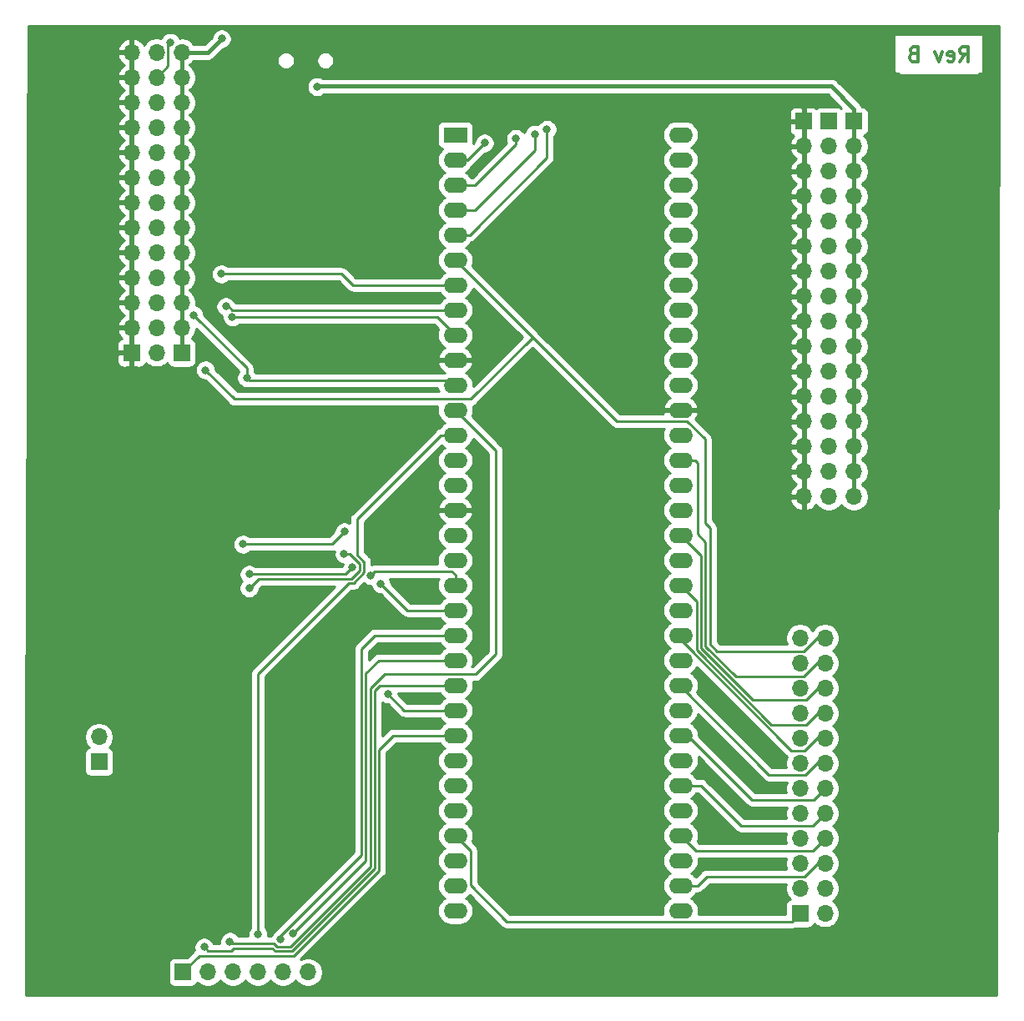
<source format=gbr>
%TF.GenerationSoftware,KiCad,Pcbnew,(5.1.10)-1*%
%TF.CreationDate,2021-07-06T09:20:55+01:00*%
%TF.ProjectId,PistormTester,50697374-6f72-46d5-9465-737465722e6b,rev?*%
%TF.SameCoordinates,Original*%
%TF.FileFunction,Copper,L2,Bot*%
%TF.FilePolarity,Positive*%
%FSLAX46Y46*%
G04 Gerber Fmt 4.6, Leading zero omitted, Abs format (unit mm)*
G04 Created by KiCad (PCBNEW (5.1.10)-1) date 2021-07-06 09:20:55*
%MOMM*%
%LPD*%
G01*
G04 APERTURE LIST*
%TA.AperFunction,NonConductor*%
%ADD10C,0.300000*%
%TD*%
%TA.AperFunction,ComponentPad*%
%ADD11O,2.400000X1.600000*%
%TD*%
%TA.AperFunction,ComponentPad*%
%ADD12R,2.400000X1.600000*%
%TD*%
%TA.AperFunction,ComponentPad*%
%ADD13R,1.700000X1.700000*%
%TD*%
%TA.AperFunction,ComponentPad*%
%ADD14O,1.700000X1.700000*%
%TD*%
%TA.AperFunction,ViaPad*%
%ADD15C,0.800000*%
%TD*%
%TA.AperFunction,Conductor*%
%ADD16C,0.400000*%
%TD*%
%TA.AperFunction,Conductor*%
%ADD17C,0.250000*%
%TD*%
%TA.AperFunction,Conductor*%
%ADD18C,0.254000*%
%TD*%
%TA.AperFunction,Conductor*%
%ADD19C,0.100000*%
%TD*%
G04 APERTURE END LIST*
D10*
X180023828Y-60851171D02*
X180523828Y-60136885D01*
X180880971Y-60851171D02*
X180880971Y-59351171D01*
X180309542Y-59351171D01*
X180166685Y-59422600D01*
X180095257Y-59494028D01*
X180023828Y-59636885D01*
X180023828Y-59851171D01*
X180095257Y-59994028D01*
X180166685Y-60065457D01*
X180309542Y-60136885D01*
X180880971Y-60136885D01*
X178809542Y-60779742D02*
X178952400Y-60851171D01*
X179238114Y-60851171D01*
X179380971Y-60779742D01*
X179452400Y-60636885D01*
X179452400Y-60065457D01*
X179380971Y-59922600D01*
X179238114Y-59851171D01*
X178952400Y-59851171D01*
X178809542Y-59922600D01*
X178738114Y-60065457D01*
X178738114Y-60208314D01*
X179452400Y-60351171D01*
X178238114Y-59851171D02*
X177880971Y-60851171D01*
X177523828Y-59851171D01*
X175309542Y-60065457D02*
X175095257Y-60136885D01*
X175023828Y-60208314D01*
X174952400Y-60351171D01*
X174952400Y-60565457D01*
X175023828Y-60708314D01*
X175095257Y-60779742D01*
X175238114Y-60851171D01*
X175809542Y-60851171D01*
X175809542Y-59351171D01*
X175309542Y-59351171D01*
X175166685Y-59422600D01*
X175095257Y-59494028D01*
X175023828Y-59636885D01*
X175023828Y-59779742D01*
X175095257Y-59922600D01*
X175166685Y-59994028D01*
X175309542Y-60065457D01*
X175809542Y-60065457D01*
D11*
%TO.P,U2,64*%
%TO.N,/D5*%
X151714401Y-68300001D03*
%TO.P,U2,32*%
%TO.N,/A4*%
X128854401Y-147040001D03*
%TO.P,U2,63*%
%TO.N,/D6*%
X151714401Y-70840001D03*
%TO.P,U2,31*%
%TO.N,/A3*%
X128854401Y-144500001D03*
%TO.P,U2,62*%
%TO.N,/D7*%
X151714401Y-73380001D03*
%TO.P,U2,30*%
%TO.N,/A2*%
X128854401Y-141960001D03*
%TO.P,U2,61*%
%TO.N,/D8*%
X151714401Y-75920001D03*
%TO.P,U2,29*%
%TO.N,/A1*%
X128854401Y-139420001D03*
%TO.P,U2,60*%
%TO.N,/D9*%
X151714401Y-78460001D03*
%TO.P,U2,28*%
%TO.N,/FC0*%
X128854401Y-136880001D03*
%TO.P,U2,59*%
%TO.N,/D10*%
X151714401Y-81000001D03*
%TO.P,U2,27*%
%TO.N,/FC1*%
X128854401Y-134340001D03*
%TO.P,U2,58*%
%TO.N,/D11*%
X151714401Y-83540001D03*
%TO.P,U2,26*%
%TO.N,/FC2*%
X128854401Y-131800001D03*
%TO.P,U2,57*%
%TO.N,/D12*%
X151714401Y-86080001D03*
%TO.P,U2,25*%
%TO.N,/IPL0*%
X128854401Y-129260001D03*
%TO.P,U2,56*%
%TO.N,/D13*%
X151714401Y-88620001D03*
%TO.P,U2,24*%
%TO.N,/IPL1*%
X128854401Y-126720001D03*
%TO.P,U2,55*%
%TO.N,/D14*%
X151714401Y-91160001D03*
%TO.P,U2,23*%
%TO.N,/IPL2*%
X128854401Y-124180001D03*
%TO.P,U2,54*%
%TO.N,/D15*%
X151714401Y-93700001D03*
%TO.P,U2,22*%
%TO.N,/BERR*%
X128854401Y-121640001D03*
%TO.P,U2,53*%
%TO.N,GND*%
X151714401Y-96240001D03*
%TO.P,U2,21*%
%TO.N,/VPA*%
X128854401Y-119100001D03*
%TO.P,U2,52*%
%TO.N,/A23*%
X151714401Y-98780001D03*
%TO.P,U2,20*%
%TO.N,/E*%
X128854401Y-116560001D03*
%TO.P,U2,51*%
%TO.N,/A22*%
X151714401Y-101320001D03*
%TO.P,U2,19*%
%TO.N,/VMA*%
X128854401Y-114020001D03*
%TO.P,U2,50*%
%TO.N,/A21*%
X151714401Y-103860001D03*
%TO.P,U2,18*%
%TO.N,/RESET*%
X128854401Y-111480001D03*
%TO.P,U2,49*%
%TO.N,+5V*%
X151714401Y-106400001D03*
%TO.P,U2,17*%
%TO.N,/HALT*%
X128854401Y-108940001D03*
%TO.P,U2,48*%
%TO.N,/A20*%
X151714401Y-108940001D03*
%TO.P,U2,16*%
%TO.N,GND*%
X128854401Y-106400001D03*
%TO.P,U2,47*%
%TO.N,/A19*%
X151714401Y-111480001D03*
%TO.P,U2,15*%
%TO.N,/CLK*%
X128854401Y-103860001D03*
%TO.P,U2,46*%
%TO.N,/A18*%
X151714401Y-114020001D03*
%TO.P,U2,14*%
%TO.N,+5V*%
X128854401Y-101320001D03*
%TO.P,U2,45*%
%TO.N,/A17*%
X151714401Y-116560001D03*
%TO.P,U2,13*%
%TO.N,/BR*%
X128854401Y-98780001D03*
%TO.P,U2,44*%
%TO.N,/A16*%
X151714401Y-119100001D03*
%TO.P,U2,12*%
%TO.N,/BGACK*%
X128854401Y-96240001D03*
%TO.P,U2,43*%
%TO.N,/A15*%
X151714401Y-121640001D03*
%TO.P,U2,11*%
%TO.N,/BG*%
X128854401Y-93700001D03*
%TO.P,U2,42*%
%TO.N,/A14*%
X151714401Y-124180001D03*
%TO.P,U2,10*%
%TO.N,GND*%
X128854401Y-91160001D03*
%TO.P,U2,41*%
%TO.N,/A13*%
X151714401Y-126720001D03*
%TO.P,U2,9*%
%TO.N,/RW*%
X128854401Y-88620001D03*
%TO.P,U2,40*%
%TO.N,/A12*%
X151714401Y-129260001D03*
%TO.P,U2,8*%
%TO.N,/LDS*%
X128854401Y-86080001D03*
%TO.P,U2,39*%
%TO.N,/A11*%
X151714401Y-131800001D03*
%TO.P,U2,7*%
%TO.N,/UDS*%
X128854401Y-83540001D03*
%TO.P,U2,38*%
%TO.N,/A10*%
X151714401Y-134340001D03*
%TO.P,U2,6*%
%TO.N,/AS*%
X128854401Y-81000001D03*
%TO.P,U2,37*%
%TO.N,/A9*%
X151714401Y-136880001D03*
%TO.P,U2,5*%
%TO.N,/D0*%
X128854401Y-78460001D03*
%TO.P,U2,36*%
%TO.N,/A8*%
X151714401Y-139420001D03*
%TO.P,U2,4*%
%TO.N,/D1*%
X128854401Y-75920001D03*
%TO.P,U2,35*%
%TO.N,/A7*%
X151714401Y-141960001D03*
%TO.P,U2,3*%
%TO.N,/D2*%
X128854401Y-73380001D03*
%TO.P,U2,34*%
%TO.N,/A6*%
X151714401Y-144500001D03*
%TO.P,U2,2*%
%TO.N,/D3*%
X128854401Y-70840001D03*
%TO.P,U2,33*%
%TO.N,/A5*%
X151714401Y-147040001D03*
D12*
%TO.P,U2,1*%
%TO.N,/D4*%
X128854401Y-68300001D03*
%TD*%
D13*
%TO.P,J2,1*%
%TO.N,/A1*%
X163830000Y-147320000D03*
D14*
%TO.P,J2,2*%
%TO.N,/A2*%
X166370000Y-147320000D03*
%TO.P,J2,3*%
%TO.N,/A3*%
X163830000Y-144780000D03*
%TO.P,J2,4*%
%TO.N,/A4*%
X166370000Y-144780000D03*
%TO.P,J2,5*%
%TO.N,/A5*%
X163830000Y-142240000D03*
%TO.P,J2,6*%
%TO.N,/A6*%
X166370000Y-142240000D03*
%TO.P,J2,7*%
%TO.N,/A7*%
X163830000Y-139700000D03*
%TO.P,J2,8*%
%TO.N,/A8*%
X166370000Y-139700000D03*
%TO.P,J2,9*%
%TO.N,/A9*%
X163830000Y-137160000D03*
%TO.P,J2,10*%
%TO.N,/A10*%
X166370000Y-137160000D03*
%TO.P,J2,11*%
%TO.N,/A11*%
X163830000Y-134620000D03*
%TO.P,J2,12*%
%TO.N,/A12*%
X166370000Y-134620000D03*
%TO.P,J2,13*%
%TO.N,/A13*%
X163830000Y-132080000D03*
%TO.P,J2,14*%
%TO.N,/A14*%
X166370000Y-132080000D03*
%TO.P,J2,15*%
%TO.N,/A15*%
X163830000Y-129540000D03*
%TO.P,J2,16*%
%TO.N,/A16*%
X166370000Y-129540000D03*
%TO.P,J2,17*%
%TO.N,/A17*%
X163830000Y-127000000D03*
%TO.P,J2,18*%
%TO.N,/A18*%
X166370000Y-127000000D03*
%TO.P,J2,19*%
%TO.N,/A19*%
X163830000Y-124460000D03*
%TO.P,J2,20*%
%TO.N,/A20*%
X166370000Y-124460000D03*
%TO.P,J2,21*%
%TO.N,/A21*%
X163830000Y-121920000D03*
%TO.P,J2,22*%
%TO.N,/A22*%
X166370000Y-121920000D03*
%TO.P,J2,23*%
%TO.N,/A23*%
X163830000Y-119380000D03*
%TO.P,J2,24*%
%TO.N,/AS*%
X166370000Y-119380000D03*
%TD*%
D13*
%TO.P,J3,1*%
%TO.N,/IPL0*%
X101219000Y-153289000D03*
D14*
%TO.P,J3,2*%
%TO.N,/IPL2*%
X103759000Y-153289000D03*
%TO.P,J3,3*%
%TO.N,/BGACK*%
X106299000Y-153289000D03*
%TO.P,J3,4*%
%TO.N,/BR*%
X108839000Y-153289000D03*
%TO.P,J3,5*%
%TO.N,/VPA*%
X111379000Y-153289000D03*
%TO.P,J3,6*%
%TO.N,/BERR*%
X113919000Y-153289000D03*
%TD*%
D13*
%TO.P,J4,1*%
%TO.N,GND*%
X164211000Y-66929000D03*
D14*
%TO.P,J4,2*%
X164211000Y-69469000D03*
%TO.P,J4,3*%
X164211000Y-72009000D03*
%TO.P,J4,4*%
X164211000Y-74549000D03*
%TO.P,J4,5*%
X164211000Y-77089000D03*
%TO.P,J4,6*%
X164211000Y-79629000D03*
%TO.P,J4,7*%
X164211000Y-82169000D03*
%TO.P,J4,8*%
X164211000Y-84709000D03*
%TO.P,J4,9*%
X164211000Y-87249000D03*
%TO.P,J4,10*%
X164211000Y-89789000D03*
%TO.P,J4,11*%
X164211000Y-92329000D03*
%TO.P,J4,12*%
X164211000Y-94869000D03*
%TO.P,J4,13*%
X164211000Y-97409000D03*
%TO.P,J4,14*%
X164211000Y-99949000D03*
%TO.P,J4,15*%
X164211000Y-102489000D03*
%TO.P,J4,16*%
X164211000Y-105029000D03*
%TD*%
D13*
%TO.P,J5,1*%
%TO.N,/D0*%
X166751000Y-66929000D03*
D14*
%TO.P,J5,2*%
%TO.N,/D1*%
X166751000Y-69469000D03*
%TO.P,J5,3*%
%TO.N,/D2*%
X166751000Y-72009000D03*
%TO.P,J5,4*%
%TO.N,/D3*%
X166751000Y-74549000D03*
%TO.P,J5,5*%
%TO.N,/D4*%
X166751000Y-77089000D03*
%TO.P,J5,6*%
%TO.N,/D5*%
X166751000Y-79629000D03*
%TO.P,J5,7*%
%TO.N,/D6*%
X166751000Y-82169000D03*
%TO.P,J5,8*%
%TO.N,/D7*%
X166751000Y-84709000D03*
%TO.P,J5,9*%
%TO.N,/D8*%
X166751000Y-87249000D03*
%TO.P,J5,10*%
%TO.N,/D9*%
X166751000Y-89789000D03*
%TO.P,J5,11*%
%TO.N,/D10*%
X166751000Y-92329000D03*
%TO.P,J5,12*%
%TO.N,/D11*%
X166751000Y-94869000D03*
%TO.P,J5,13*%
%TO.N,/D12*%
X166751000Y-97409000D03*
%TO.P,J5,14*%
%TO.N,/D13*%
X166751000Y-99949000D03*
%TO.P,J5,15*%
%TO.N,/D14*%
X166751000Y-102489000D03*
%TO.P,J5,16*%
%TO.N,/D15*%
X166751000Y-105029000D03*
%TD*%
%TO.P,J6,16*%
%TO.N,+5V*%
X169291000Y-105029000D03*
%TO.P,J6,15*%
X169291000Y-102489000D03*
%TO.P,J6,14*%
X169291000Y-99949000D03*
%TO.P,J6,13*%
X169291000Y-97409000D03*
%TO.P,J6,12*%
X169291000Y-94869000D03*
%TO.P,J6,11*%
X169291000Y-92329000D03*
%TO.P,J6,10*%
X169291000Y-89789000D03*
%TO.P,J6,9*%
X169291000Y-87249000D03*
%TO.P,J6,8*%
X169291000Y-84709000D03*
%TO.P,J6,7*%
X169291000Y-82169000D03*
%TO.P,J6,6*%
X169291000Y-79629000D03*
%TO.P,J6,5*%
X169291000Y-77089000D03*
%TO.P,J6,4*%
X169291000Y-74549000D03*
%TO.P,J6,3*%
X169291000Y-72009000D03*
%TO.P,J6,2*%
X169291000Y-69469000D03*
D13*
%TO.P,J6,1*%
X169291000Y-66929000D03*
%TD*%
%TO.P,J7,1*%
%TO.N,GND*%
X96012000Y-90424000D03*
D14*
%TO.P,J7,2*%
%TO.N,/AS*%
X98552000Y-90424000D03*
%TO.P,J7,3*%
%TO.N,GND*%
X96012000Y-87884000D03*
%TO.P,J7,4*%
%TO.N,/IPL1*%
X98552000Y-87884000D03*
%TO.P,J7,5*%
%TO.N,GND*%
X96012000Y-85344000D03*
%TO.P,J7,6*%
%TO.N,/BG*%
X98552000Y-85344000D03*
%TO.P,J7,7*%
%TO.N,GND*%
X96012000Y-82804000D03*
%TO.P,J7,8*%
%TO.N,/VMA*%
X98552000Y-82804000D03*
%TO.P,J7,9*%
%TO.N,GND*%
X96012000Y-80264000D03*
%TO.P,J7,10*%
%TO.N,/E*%
X98552000Y-80264000D03*
%TO.P,J7,11*%
%TO.N,GND*%
X96012000Y-77724000D03*
%TO.P,J7,12*%
%TO.N,/FC0*%
X98552000Y-77724000D03*
%TO.P,J7,13*%
%TO.N,GND*%
X96012000Y-75184000D03*
%TO.P,J7,14*%
%TO.N,/FC1*%
X98552000Y-75184000D03*
%TO.P,J7,15*%
%TO.N,GND*%
X96012000Y-72644000D03*
%TO.P,J7,16*%
%TO.N,/FC2*%
X98552000Y-72644000D03*
%TO.P,J7,17*%
%TO.N,GND*%
X96012000Y-70104000D03*
%TO.P,J7,18*%
%TO.N,/UDS*%
X98552000Y-70104000D03*
%TO.P,J7,19*%
%TO.N,GND*%
X96012000Y-67564000D03*
%TO.P,J7,20*%
%TO.N,/LDS*%
X98552000Y-67564000D03*
%TO.P,J7,21*%
%TO.N,GND*%
X96012000Y-65024000D03*
%TO.P,J7,22*%
%TO.N,/RW*%
X98552000Y-65024000D03*
%TO.P,J7,23*%
%TO.N,GND*%
X96012000Y-62484000D03*
%TO.P,J7,24*%
%TO.N,/HALT*%
X98552000Y-62484000D03*
%TO.P,J7,25*%
%TO.N,GND*%
X96012000Y-59944000D03*
%TO.P,J7,26*%
%TO.N,/RESET*%
X98552000Y-59944000D03*
%TD*%
D13*
%TO.P,J8,1*%
%TO.N,+5V*%
X101092000Y-90424000D03*
D14*
%TO.P,J8,2*%
X101092000Y-87884000D03*
%TO.P,J8,3*%
X101092000Y-85344000D03*
%TO.P,J8,4*%
X101092000Y-82804000D03*
%TO.P,J8,5*%
X101092000Y-80264000D03*
%TO.P,J8,6*%
X101092000Y-77724000D03*
%TO.P,J8,7*%
X101092000Y-75184000D03*
%TO.P,J8,8*%
X101092000Y-72644000D03*
%TO.P,J8,9*%
X101092000Y-70104000D03*
%TO.P,J8,10*%
X101092000Y-67564000D03*
%TO.P,J8,11*%
X101092000Y-65024000D03*
%TO.P,J8,12*%
X101092000Y-62484000D03*
%TO.P,J8,13*%
X101092000Y-59944000D03*
%TD*%
D13*
%TO.P,J9,1*%
%TO.N,/SP1*%
X92710000Y-131953000D03*
D14*
%TO.P,J9,2*%
%TO.N,/SP2*%
X92710000Y-129413000D03*
%TD*%
D15*
%TO.N,GND*%
X118110000Y-103632000D03*
X121412000Y-99822000D03*
X120650000Y-60960000D03*
X120650000Y-57658000D03*
X115570000Y-58420000D03*
X112268000Y-58420000D03*
X107442000Y-58547000D03*
X106172000Y-61468000D03*
X102997000Y-57785000D03*
X98044000Y-57658000D03*
X92964000Y-57658000D03*
X92583000Y-61468000D03*
X176268000Y-109736000D03*
X180205000Y-109736000D03*
X180094000Y-101465000D03*
X180078000Y-68842000D03*
X180729000Y-154932000D03*
X177427000Y-154932000D03*
X92075000Y-152908000D03*
X92067000Y-136787000D03*
X88519000Y-94615000D03*
X91313000Y-94615000D03*
X148590000Y-94869000D03*
X148463000Y-90805000D03*
X144780000Y-90678000D03*
X141986000Y-90678000D03*
X138303000Y-92583000D03*
X135128000Y-92583000D03*
X136779000Y-91186000D03*
X132334000Y-90805000D03*
X146964400Y-122885200D03*
X133908800Y-123012200D03*
X133781800Y-132918200D03*
X133781800Y-143586200D03*
X148158200Y-143332200D03*
X147116800Y-132384800D03*
X158978600Y-106400600D03*
X158318200Y-113512600D03*
X165582600Y-114173000D03*
X171500800Y-113919000D03*
X165963600Y-109296200D03*
X176250600Y-105206800D03*
X182321200Y-105206800D03*
X182067200Y-63931800D03*
X175336200Y-63779400D03*
X170459400Y-60502800D03*
X159105600Y-60350400D03*
X145389600Y-60502800D03*
X131419600Y-60629800D03*
X134848600Y-80416400D03*
X141833600Y-71831200D03*
X146583400Y-69850000D03*
X148158200Y-84759800D03*
X140919200Y-84632800D03*
X144602200Y-78435200D03*
X110845600Y-69977000D03*
X116509800Y-73025000D03*
X116636800Y-78308200D03*
X110845600Y-79095600D03*
X88138000Y-64439800D03*
X87884000Y-73279000D03*
X88138000Y-83185000D03*
X100406200Y-99263200D03*
X106476800Y-99796600D03*
X107264200Y-105994200D03*
X99872800Y-106400600D03*
X103581200Y-124206000D03*
X91973400Y-123799600D03*
X98577400Y-137261600D03*
X98171000Y-129336800D03*
X124282200Y-139903200D03*
X122834400Y-147548600D03*
X119151400Y-152831800D03*
X126136400Y-153492200D03*
X133908800Y-153365200D03*
X143154400Y-152958800D03*
X152120600Y-152958800D03*
X161874200Y-152958800D03*
X168884600Y-152958800D03*
X181787800Y-133045200D03*
X112953800Y-141757400D03*
X113461800Y-122351800D03*
X112953800Y-132105400D03*
X87223600Y-153212800D03*
X87350600Y-124206000D03*
X87477600Y-133578600D03*
X140512800Y-128295400D03*
X140512800Y-139242800D03*
X146583400Y-113792000D03*
X135229600Y-114173000D03*
X140766800Y-118795800D03*
X131622800Y-119710200D03*
X131495800Y-115341400D03*
X131368800Y-110236000D03*
X124764800Y-105308400D03*
X115011200Y-111404400D03*
X113868200Y-115570000D03*
X117983000Y-116052600D03*
X124891800Y-114528600D03*
X124764800Y-120446800D03*
X124993400Y-125323600D03*
X154203400Y-145643600D03*
X155194000Y-139141200D03*
X157988000Y-142316200D03*
X155016200Y-133375400D03*
X155600400Y-130251200D03*
X155778200Y-126695200D03*
X159562800Y-146431000D03*
X126060200Y-127939800D03*
%TO.N,+5V*%
X105156000Y-58547000D03*
X114835001Y-63400001D03*
%TO.N,/AS*%
X103507314Y-92175490D03*
%TO.N,/D0*%
X138150600Y-67741800D03*
%TO.N,/D1*%
X136906000Y-68224968D03*
%TO.N,/D2*%
X135001000Y-68674979D03*
%TO.N,/D3*%
X131826000Y-69124990D03*
%TO.N,/IPL1*%
X122035410Y-125069600D03*
%TO.N,/BG*%
X102323934Y-86614000D03*
X107696000Y-92964000D03*
%TO.N,/VMA*%
X117588853Y-110862911D03*
X120277884Y-113020244D03*
X107950000Y-114300002D03*
%TO.N,/E*%
X107950000Y-112903000D03*
X121310400Y-113893600D03*
X118426365Y-112194045D03*
%TO.N,/FC1*%
X117602000Y-108585000D03*
X107315000Y-109855000D03*
%TO.N,/UDS*%
X105123979Y-82423000D03*
%TO.N,/LDS*%
X105573990Y-85724999D03*
%TO.N,/RW*%
X106234390Y-86807900D03*
%TO.N,/HALT*%
X99949000Y-58928000D03*
%TO.N,/IPL0*%
X101219000Y-153288970D03*
%TO.N,/IPL2*%
X103378000Y-150749000D03*
%TO.N,/BGACK*%
X105981500Y-150177500D03*
%TO.N,/BR*%
X108839002Y-149479006D03*
%TO.N,/VPA*%
X111129660Y-149991660D03*
%TO.N,/BERR*%
X112400365Y-149357365D03*
%TD*%
D16*
%TO.N,+5V*%
X103759000Y-59944000D02*
X101092000Y-59944000D01*
X105156000Y-58547000D02*
X103759000Y-59944000D01*
X101092000Y-59944000D02*
X101092000Y-90424000D01*
X169291000Y-105029000D02*
X169291000Y-66929000D01*
X114862002Y-63373000D02*
X114835001Y-63400001D01*
X166985000Y-63373000D02*
X114862002Y-63373000D01*
X169291000Y-65679000D02*
X166985000Y-63373000D01*
X169291000Y-66929000D02*
X169291000Y-65679000D01*
D17*
%TO.N,/A1*%
X130379411Y-140945011D02*
X128854401Y-139420001D01*
X130379411Y-144476411D02*
X130379411Y-140945011D01*
X134068011Y-148165011D02*
X130379411Y-144476411D01*
X162984989Y-148165011D02*
X134068011Y-148165011D01*
X163830000Y-147320000D02*
X162984989Y-148165011D01*
%TO.N,/A5*%
X163830000Y-142240000D02*
X164466410Y-142240000D01*
%TO.N,/A6*%
X165608000Y-142240000D02*
X166370000Y-142240000D01*
X154368951Y-143560800D02*
X164287200Y-143560800D01*
X164287200Y-143560800D02*
X165608000Y-142240000D01*
X153429750Y-144500001D02*
X154368951Y-143560800D01*
X151714401Y-144500001D02*
X153429750Y-144500001D01*
%TO.N,/A7*%
X163830000Y-139700000D02*
X164466410Y-139700000D01*
%TO.N,/A8*%
X165100000Y-140970000D02*
X166370000Y-139700000D01*
X153264400Y-140970000D02*
X165100000Y-140970000D01*
X151714401Y-139420001D02*
X153264400Y-140970000D01*
%TO.N,/A9*%
X163830000Y-137160000D02*
X164466410Y-137160000D01*
%TO.N,/A10*%
X157861000Y-138430000D02*
X158369000Y-138430000D01*
X153771001Y-134340001D02*
X157861000Y-138430000D01*
X151714401Y-134340001D02*
X153771001Y-134340001D01*
X165100000Y-138430000D02*
X166370000Y-137160000D01*
X158369000Y-138430000D02*
X165100000Y-138430000D01*
X158369000Y-138430000D02*
X158496000Y-138430000D01*
%TO.N,/A12*%
X165194999Y-135795001D02*
X166370000Y-134620000D01*
X162465001Y-135795001D02*
X165194999Y-135795001D01*
X158959801Y-135795001D02*
X162941000Y-135795001D01*
X152424801Y-129260001D02*
X158959801Y-135795001D01*
X151714401Y-129260001D02*
X152424801Y-129260001D01*
%TO.N,/A14*%
X164394001Y-133255001D02*
X163265999Y-133255001D01*
X165569002Y-132080000D02*
X164394001Y-133255001D01*
X166370000Y-132080000D02*
X165569002Y-132080000D01*
X151714401Y-124282401D02*
X151714401Y-124180001D01*
X160687001Y-133255001D02*
X151714401Y-124282401D01*
X163576000Y-133255001D02*
X160687001Y-133255001D01*
%TO.N,/A16*%
X165569002Y-129540000D02*
X164299002Y-130810000D01*
X166370000Y-129540000D02*
X165569002Y-129540000D01*
X151714401Y-119589045D02*
X151714401Y-119100001D01*
X162935356Y-130810000D02*
X151714401Y-119589045D01*
X164211000Y-130810000D02*
X162935356Y-130810000D01*
%TO.N,/A18*%
X164432999Y-128175001D02*
X162719001Y-128175001D01*
X166370000Y-127000000D02*
X165608000Y-127000000D01*
X165608000Y-127000000D02*
X164432999Y-128175001D01*
X162941000Y-128175001D02*
X160936767Y-128175001D01*
X160936767Y-128175001D02*
X153335967Y-120574200D01*
X153335967Y-120574200D02*
X153335967Y-115641567D01*
X153335967Y-115641567D02*
X151714401Y-114020001D01*
%TO.N,/A20*%
X164432999Y-125635001D02*
X162465001Y-125635001D01*
X166370000Y-124460000D02*
X165608000Y-124460000D01*
X165608000Y-124460000D02*
X164432999Y-125635001D01*
X162941000Y-125635001D02*
X159033177Y-125635001D01*
X159033177Y-125635001D02*
X153785978Y-120387800D01*
X153785978Y-120387800D02*
X153785978Y-111011578D01*
X153785978Y-111011578D02*
X151714401Y-108940001D01*
%TO.N,/A22*%
X165569002Y-121920000D02*
X164204003Y-123284999D01*
X166370000Y-121920000D02*
X165569002Y-121920000D01*
X157319588Y-123284999D02*
X154235989Y-120201400D01*
X154235989Y-109658989D02*
X153416000Y-108839000D01*
X153416000Y-101571600D02*
X153164401Y-101320001D01*
X154235989Y-120201400D02*
X154235989Y-109658989D01*
X164211000Y-123284999D02*
X157319588Y-123284999D01*
X153416000Y-108839000D02*
X153416000Y-101571600D01*
X153164401Y-101320001D02*
X151714401Y-101320001D01*
%TO.N,/AS*%
X165569002Y-119380000D02*
X164204003Y-120744999D01*
X166370000Y-119380000D02*
X165569002Y-119380000D01*
X152356011Y-97365011D02*
X145219411Y-97365011D01*
X154178000Y-99187000D02*
X152356011Y-97365011D01*
X154178000Y-107696000D02*
X154178000Y-99187000D01*
X154686000Y-108204000D02*
X154178000Y-107696000D01*
X164211000Y-120744999D02*
X155415999Y-120744999D01*
X155415999Y-120744999D02*
X154686000Y-120015000D01*
X154686000Y-120015000D02*
X154686000Y-108204000D01*
X130416700Y-82562300D02*
X128854401Y-81000001D01*
X145219411Y-97365011D02*
X130416700Y-82562300D01*
X106446815Y-95114991D02*
X103507314Y-92175490D01*
X136652000Y-88900000D02*
X130437009Y-95114991D01*
X136652000Y-88797600D02*
X136652000Y-88900000D01*
X130416700Y-82562300D02*
X136652000Y-88797600D01*
X130437009Y-95114991D02*
X106446815Y-95114991D01*
%TO.N,/D0*%
X130304401Y-78460001D02*
X138150600Y-70613802D01*
X138150600Y-70613802D02*
X138150600Y-67741800D01*
X128854401Y-78460001D02*
X130304401Y-78460001D01*
%TO.N,/D1*%
X128854401Y-75920001D02*
X130868852Y-75920001D01*
X130868852Y-75920001D02*
X136906000Y-69882853D01*
X136906000Y-69882853D02*
X136906000Y-68224968D01*
%TO.N,/D2*%
X135001000Y-69240664D02*
X135001000Y-68674979D01*
X130861663Y-73380001D02*
X135001000Y-69240664D01*
X128854401Y-73380001D02*
X130861663Y-73380001D01*
%TO.N,/D3*%
X130110989Y-70840001D02*
X131826000Y-69124990D01*
X128854401Y-70840001D02*
X130110989Y-70840001D01*
%TO.N,/IPL1*%
X128854401Y-126720001D02*
X123685811Y-126720001D01*
X123685811Y-126720001D02*
X122035410Y-125069600D01*
%TO.N,/BG*%
X107696000Y-91986066D02*
X107696000Y-92964000D01*
X102323934Y-86614000D02*
X107696000Y-91986066D01*
X107950000Y-93218000D02*
X107696000Y-92964000D01*
X128372400Y-93218000D02*
X107950000Y-93218000D01*
X128854401Y-93700001D02*
X128372400Y-93218000D01*
%TO.N,/VMA*%
X128504645Y-112620245D02*
X120677883Y-112620245D01*
X120677883Y-112620245D02*
X120277884Y-113020244D01*
X128854401Y-114020001D02*
X128854401Y-112970001D01*
X128854401Y-112970001D02*
X128504645Y-112620245D01*
X108896991Y-113353011D02*
X118340401Y-113353011D01*
X118154538Y-110862911D02*
X117588853Y-110862911D01*
X119151366Y-111859739D02*
X118154538Y-110862911D01*
X107950000Y-114300002D02*
X108896991Y-113353011D01*
X119151366Y-112542046D02*
X119151366Y-111859739D01*
X118340401Y-113353011D02*
X119151366Y-112542046D01*
%TO.N,/E*%
X123976801Y-116560001D02*
X121310400Y-113893600D01*
X128854401Y-116560001D02*
X123976801Y-116560001D01*
X107950000Y-112903000D02*
X117717410Y-112903000D01*
X117717410Y-112903000D02*
X118426365Y-112194045D01*
%TO.N,/FC1*%
X117602000Y-108585000D02*
X116332000Y-109855000D01*
X116332000Y-109855000D02*
X107315000Y-109855000D01*
%TO.N,/UDS*%
X117323400Y-82423000D02*
X105123979Y-82423000D01*
X118440401Y-83540001D02*
X117323400Y-82423000D01*
X128854401Y-83540001D02*
X118440401Y-83540001D01*
%TO.N,/LDS*%
X105867199Y-85724999D02*
X105573990Y-85724999D01*
X106222201Y-86080001D02*
X105867199Y-85724999D01*
X128854401Y-86080001D02*
X106222201Y-86080001D01*
%TO.N,/RW*%
X128854401Y-88620001D02*
X128828402Y-88646000D01*
X106243690Y-86817200D02*
X106234390Y-86807900D01*
X127050800Y-86817200D02*
X106243690Y-86817200D01*
X128853601Y-88620001D02*
X127050800Y-86817200D01*
X128854401Y-88620001D02*
X128853601Y-88620001D01*
%TO.N,/HALT*%
X99727001Y-61308999D02*
X98552000Y-62484000D01*
X99727001Y-59149999D02*
X99727001Y-61308999D01*
X99949000Y-58928000D02*
X99727001Y-59149999D01*
%TO.N,/IPL0*%
X121122055Y-130693545D02*
X122555599Y-129260001D01*
X121122055Y-142981501D02*
X121122055Y-130693545D01*
X112486872Y-151616684D02*
X121122055Y-142981501D01*
X102891286Y-151616684D02*
X112486872Y-151616684D01*
X122555599Y-129260001D02*
X128854401Y-129260001D01*
X101219000Y-153288970D02*
X102891286Y-151616684D01*
%TO.N,/IPL2*%
X120672044Y-124693366D02*
X120672044Y-142795101D01*
X121185409Y-124180001D02*
X120672044Y-124693366D01*
X110595258Y-151166673D02*
X110273097Y-150844512D01*
X112300472Y-151166673D02*
X110595258Y-151166673D01*
X110273097Y-150844512D02*
X106387490Y-150844512D01*
X106387490Y-150844512D02*
X106083003Y-151148999D01*
X106083003Y-151148999D02*
X103777999Y-151148999D01*
X103777999Y-151148999D02*
X103378000Y-150749000D01*
X120672044Y-142795101D02*
X112300472Y-151166673D01*
X128854401Y-124180001D02*
X121185409Y-124180001D01*
%TO.N,/BGACK*%
X132969000Y-100354600D02*
X128854401Y-96240001D01*
X132969000Y-121014982D02*
X132969000Y-100354600D01*
X130928991Y-123054991D02*
X132969000Y-121014982D01*
X125865009Y-123054991D02*
X125992009Y-123054991D01*
X125992009Y-123054991D02*
X130928991Y-123054991D01*
X125992009Y-123054991D02*
X125984000Y-123063000D01*
X106190999Y-150386999D02*
X105981500Y-150177500D01*
X110451995Y-150386999D02*
X106190999Y-150386999D01*
X121666000Y-123063000D02*
X120222033Y-124506967D01*
X110781658Y-150716662D02*
X110451995Y-150386999D01*
X112114072Y-150716662D02*
X110781658Y-150716662D01*
X120222033Y-142608701D02*
X112114072Y-150716662D01*
X120222033Y-124506967D02*
X120222033Y-142608701D01*
X125984000Y-123063000D02*
X121666000Y-123063000D01*
%TO.N,/BR*%
X118872000Y-110930267D02*
X119601377Y-111659644D01*
X118872000Y-107312402D02*
X118872000Y-110930267D01*
X127404401Y-98780001D02*
X118872000Y-107312402D01*
X108839002Y-122994413D02*
X108839002Y-148913321D01*
X108839002Y-148913321D02*
X108839002Y-149479006D01*
X118526801Y-113803022D02*
X118030393Y-113803022D01*
X118030393Y-113803022D02*
X108839002Y-122994413D01*
X119601377Y-111659644D02*
X119601377Y-112728446D01*
X119601377Y-112728446D02*
X118526801Y-113803022D01*
X128854401Y-98780001D02*
X127404401Y-98780001D01*
%TO.N,/VPA*%
X128854401Y-119100001D02*
X128701402Y-119253000D01*
X128854401Y-119100001D02*
X120679966Y-119100001D01*
X120679966Y-119100001D02*
X119322011Y-120457956D01*
X111129660Y-149602750D02*
X111129660Y-149991660D01*
X119322011Y-141410400D02*
X111129660Y-149602750D01*
X119322011Y-120457956D02*
X119322011Y-141410400D01*
%TO.N,/BERR*%
X119772022Y-141985708D02*
X112400365Y-149357365D01*
X119772022Y-122975778D02*
X119772022Y-141985708D01*
X121107799Y-121640001D02*
X119772022Y-122975778D01*
X128854401Y-121640001D02*
X121107799Y-121640001D01*
%TD*%
D18*
%TO.N,GND*%
X183720741Y-155652000D02*
X85268745Y-155652000D01*
X85331210Y-131103000D01*
X91221928Y-131103000D01*
X91221928Y-132803000D01*
X91234188Y-132927482D01*
X91270498Y-133047180D01*
X91329463Y-133157494D01*
X91408815Y-133254185D01*
X91505506Y-133333537D01*
X91615820Y-133392502D01*
X91735518Y-133428812D01*
X91860000Y-133441072D01*
X93560000Y-133441072D01*
X93684482Y-133428812D01*
X93804180Y-133392502D01*
X93914494Y-133333537D01*
X94011185Y-133254185D01*
X94090537Y-133157494D01*
X94149502Y-133047180D01*
X94185812Y-132927482D01*
X94198072Y-132803000D01*
X94198072Y-131103000D01*
X94185812Y-130978518D01*
X94149502Y-130858820D01*
X94090537Y-130748506D01*
X94011185Y-130651815D01*
X93914494Y-130572463D01*
X93804180Y-130513498D01*
X93731620Y-130491487D01*
X93863475Y-130359632D01*
X94025990Y-130116411D01*
X94137932Y-129846158D01*
X94195000Y-129559260D01*
X94195000Y-129266740D01*
X94137932Y-128979842D01*
X94025990Y-128709589D01*
X93863475Y-128466368D01*
X93656632Y-128259525D01*
X93413411Y-128097010D01*
X93143158Y-127985068D01*
X92856260Y-127928000D01*
X92563740Y-127928000D01*
X92276842Y-127985068D01*
X92006589Y-128097010D01*
X91763368Y-128259525D01*
X91556525Y-128466368D01*
X91394010Y-128709589D01*
X91282068Y-128979842D01*
X91225000Y-129266740D01*
X91225000Y-129559260D01*
X91282068Y-129846158D01*
X91394010Y-130116411D01*
X91556525Y-130359632D01*
X91688380Y-130491487D01*
X91615820Y-130513498D01*
X91505506Y-130572463D01*
X91408815Y-130651815D01*
X91329463Y-130748506D01*
X91270498Y-130858820D01*
X91234188Y-130978518D01*
X91221928Y-131103000D01*
X85331210Y-131103000D01*
X85432556Y-91274000D01*
X94523928Y-91274000D01*
X94536188Y-91398482D01*
X94572498Y-91518180D01*
X94631463Y-91628494D01*
X94710815Y-91725185D01*
X94807506Y-91804537D01*
X94917820Y-91863502D01*
X95037518Y-91899812D01*
X95162000Y-91912072D01*
X95726250Y-91909000D01*
X95885000Y-91750250D01*
X95885000Y-90551000D01*
X94685750Y-90551000D01*
X94527000Y-90709750D01*
X94523928Y-91274000D01*
X85432556Y-91274000D01*
X85436881Y-89574000D01*
X94523928Y-89574000D01*
X94527000Y-90138250D01*
X94685750Y-90297000D01*
X95885000Y-90297000D01*
X95885000Y-88011000D01*
X94691845Y-88011000D01*
X94570524Y-88240890D01*
X94615175Y-88388099D01*
X94740359Y-88650920D01*
X94914412Y-88884269D01*
X94998466Y-88960034D01*
X94917820Y-88984498D01*
X94807506Y-89043463D01*
X94710815Y-89122815D01*
X94631463Y-89219506D01*
X94572498Y-89329820D01*
X94536188Y-89449518D01*
X94523928Y-89574000D01*
X85436881Y-89574000D01*
X85446736Y-85700890D01*
X94570524Y-85700890D01*
X94615175Y-85848099D01*
X94740359Y-86110920D01*
X94914412Y-86344269D01*
X95130645Y-86539178D01*
X95256255Y-86614000D01*
X95130645Y-86688822D01*
X94914412Y-86883731D01*
X94740359Y-87117080D01*
X94615175Y-87379901D01*
X94570524Y-87527110D01*
X94691845Y-87757000D01*
X95885000Y-87757000D01*
X95885000Y-85471000D01*
X94691845Y-85471000D01*
X94570524Y-85700890D01*
X85446736Y-85700890D01*
X85453199Y-83160890D01*
X94570524Y-83160890D01*
X94615175Y-83308099D01*
X94740359Y-83570920D01*
X94914412Y-83804269D01*
X95130645Y-83999178D01*
X95256255Y-84074000D01*
X95130645Y-84148822D01*
X94914412Y-84343731D01*
X94740359Y-84577080D01*
X94615175Y-84839901D01*
X94570524Y-84987110D01*
X94691845Y-85217000D01*
X95885000Y-85217000D01*
X95885000Y-82931000D01*
X94691845Y-82931000D01*
X94570524Y-83160890D01*
X85453199Y-83160890D01*
X85459662Y-80620890D01*
X94570524Y-80620890D01*
X94615175Y-80768099D01*
X94740359Y-81030920D01*
X94914412Y-81264269D01*
X95130645Y-81459178D01*
X95256255Y-81534000D01*
X95130645Y-81608822D01*
X94914412Y-81803731D01*
X94740359Y-82037080D01*
X94615175Y-82299901D01*
X94570524Y-82447110D01*
X94691845Y-82677000D01*
X95885000Y-82677000D01*
X95885000Y-80391000D01*
X94691845Y-80391000D01*
X94570524Y-80620890D01*
X85459662Y-80620890D01*
X85466125Y-78080890D01*
X94570524Y-78080890D01*
X94615175Y-78228099D01*
X94740359Y-78490920D01*
X94914412Y-78724269D01*
X95130645Y-78919178D01*
X95256255Y-78994000D01*
X95130645Y-79068822D01*
X94914412Y-79263731D01*
X94740359Y-79497080D01*
X94615175Y-79759901D01*
X94570524Y-79907110D01*
X94691845Y-80137000D01*
X95885000Y-80137000D01*
X95885000Y-77851000D01*
X94691845Y-77851000D01*
X94570524Y-78080890D01*
X85466125Y-78080890D01*
X85472588Y-75540890D01*
X94570524Y-75540890D01*
X94615175Y-75688099D01*
X94740359Y-75950920D01*
X94914412Y-76184269D01*
X95130645Y-76379178D01*
X95256255Y-76454000D01*
X95130645Y-76528822D01*
X94914412Y-76723731D01*
X94740359Y-76957080D01*
X94615175Y-77219901D01*
X94570524Y-77367110D01*
X94691845Y-77597000D01*
X95885000Y-77597000D01*
X95885000Y-75311000D01*
X94691845Y-75311000D01*
X94570524Y-75540890D01*
X85472588Y-75540890D01*
X85479051Y-73000890D01*
X94570524Y-73000890D01*
X94615175Y-73148099D01*
X94740359Y-73410920D01*
X94914412Y-73644269D01*
X95130645Y-73839178D01*
X95256255Y-73914000D01*
X95130645Y-73988822D01*
X94914412Y-74183731D01*
X94740359Y-74417080D01*
X94615175Y-74679901D01*
X94570524Y-74827110D01*
X94691845Y-75057000D01*
X95885000Y-75057000D01*
X95885000Y-72771000D01*
X94691845Y-72771000D01*
X94570524Y-73000890D01*
X85479051Y-73000890D01*
X85485514Y-70460890D01*
X94570524Y-70460890D01*
X94615175Y-70608099D01*
X94740359Y-70870920D01*
X94914412Y-71104269D01*
X95130645Y-71299178D01*
X95256255Y-71374000D01*
X95130645Y-71448822D01*
X94914412Y-71643731D01*
X94740359Y-71877080D01*
X94615175Y-72139901D01*
X94570524Y-72287110D01*
X94691845Y-72517000D01*
X95885000Y-72517000D01*
X95885000Y-70231000D01*
X94691845Y-70231000D01*
X94570524Y-70460890D01*
X85485514Y-70460890D01*
X85491977Y-67920890D01*
X94570524Y-67920890D01*
X94615175Y-68068099D01*
X94740359Y-68330920D01*
X94914412Y-68564269D01*
X95130645Y-68759178D01*
X95256255Y-68834000D01*
X95130645Y-68908822D01*
X94914412Y-69103731D01*
X94740359Y-69337080D01*
X94615175Y-69599901D01*
X94570524Y-69747110D01*
X94691845Y-69977000D01*
X95885000Y-69977000D01*
X95885000Y-67691000D01*
X94691845Y-67691000D01*
X94570524Y-67920890D01*
X85491977Y-67920890D01*
X85498440Y-65380890D01*
X94570524Y-65380890D01*
X94615175Y-65528099D01*
X94740359Y-65790920D01*
X94914412Y-66024269D01*
X95130645Y-66219178D01*
X95256255Y-66294000D01*
X95130645Y-66368822D01*
X94914412Y-66563731D01*
X94740359Y-66797080D01*
X94615175Y-67059901D01*
X94570524Y-67207110D01*
X94691845Y-67437000D01*
X95885000Y-67437000D01*
X95885000Y-65151000D01*
X94691845Y-65151000D01*
X94570524Y-65380890D01*
X85498440Y-65380890D01*
X85504903Y-62840890D01*
X94570524Y-62840890D01*
X94615175Y-62988099D01*
X94740359Y-63250920D01*
X94914412Y-63484269D01*
X95130645Y-63679178D01*
X95256255Y-63754000D01*
X95130645Y-63828822D01*
X94914412Y-64023731D01*
X94740359Y-64257080D01*
X94615175Y-64519901D01*
X94570524Y-64667110D01*
X94691845Y-64897000D01*
X95885000Y-64897000D01*
X95885000Y-62611000D01*
X94691845Y-62611000D01*
X94570524Y-62840890D01*
X85504903Y-62840890D01*
X85511367Y-60300890D01*
X94570524Y-60300890D01*
X94615175Y-60448099D01*
X94740359Y-60710920D01*
X94914412Y-60944269D01*
X95130645Y-61139178D01*
X95256255Y-61214000D01*
X95130645Y-61288822D01*
X94914412Y-61483731D01*
X94740359Y-61717080D01*
X94615175Y-61979901D01*
X94570524Y-62127110D01*
X94691845Y-62357000D01*
X95885000Y-62357000D01*
X95885000Y-60071000D01*
X94691845Y-60071000D01*
X94570524Y-60300890D01*
X85511367Y-60300890D01*
X85513183Y-59587110D01*
X94570524Y-59587110D01*
X94691845Y-59817000D01*
X95885000Y-59817000D01*
X95885000Y-58623186D01*
X96139000Y-58623186D01*
X96139000Y-59817000D01*
X96159000Y-59817000D01*
X96159000Y-60071000D01*
X96139000Y-60071000D01*
X96139000Y-62357000D01*
X96159000Y-62357000D01*
X96159000Y-62611000D01*
X96139000Y-62611000D01*
X96139000Y-64897000D01*
X96159000Y-64897000D01*
X96159000Y-65151000D01*
X96139000Y-65151000D01*
X96139000Y-67437000D01*
X96159000Y-67437000D01*
X96159000Y-67691000D01*
X96139000Y-67691000D01*
X96139000Y-69977000D01*
X96159000Y-69977000D01*
X96159000Y-70231000D01*
X96139000Y-70231000D01*
X96139000Y-72517000D01*
X96159000Y-72517000D01*
X96159000Y-72771000D01*
X96139000Y-72771000D01*
X96139000Y-75057000D01*
X96159000Y-75057000D01*
X96159000Y-75311000D01*
X96139000Y-75311000D01*
X96139000Y-77597000D01*
X96159000Y-77597000D01*
X96159000Y-77851000D01*
X96139000Y-77851000D01*
X96139000Y-80137000D01*
X96159000Y-80137000D01*
X96159000Y-80391000D01*
X96139000Y-80391000D01*
X96139000Y-82677000D01*
X96159000Y-82677000D01*
X96159000Y-82931000D01*
X96139000Y-82931000D01*
X96139000Y-85217000D01*
X96159000Y-85217000D01*
X96159000Y-85471000D01*
X96139000Y-85471000D01*
X96139000Y-87757000D01*
X96159000Y-87757000D01*
X96159000Y-88011000D01*
X96139000Y-88011000D01*
X96139000Y-90297000D01*
X96159000Y-90297000D01*
X96159000Y-90551000D01*
X96139000Y-90551000D01*
X96139000Y-91750250D01*
X96297750Y-91909000D01*
X96862000Y-91912072D01*
X96986482Y-91899812D01*
X97106180Y-91863502D01*
X97216494Y-91804537D01*
X97313185Y-91725185D01*
X97392537Y-91628494D01*
X97451502Y-91518180D01*
X97473513Y-91445620D01*
X97605368Y-91577475D01*
X97848589Y-91739990D01*
X98118842Y-91851932D01*
X98405740Y-91909000D01*
X98698260Y-91909000D01*
X98985158Y-91851932D01*
X99255411Y-91739990D01*
X99498632Y-91577475D01*
X99630487Y-91445620D01*
X99652498Y-91518180D01*
X99711463Y-91628494D01*
X99790815Y-91725185D01*
X99887506Y-91804537D01*
X99997820Y-91863502D01*
X100117518Y-91899812D01*
X100242000Y-91912072D01*
X101942000Y-91912072D01*
X102066482Y-91899812D01*
X102186180Y-91863502D01*
X102296494Y-91804537D01*
X102393185Y-91725185D01*
X102472537Y-91628494D01*
X102531502Y-91518180D01*
X102567812Y-91398482D01*
X102580072Y-91274000D01*
X102580072Y-89574000D01*
X102567812Y-89449518D01*
X102531502Y-89329820D01*
X102472537Y-89219506D01*
X102393185Y-89122815D01*
X102296494Y-89043463D01*
X102186180Y-88984498D01*
X102113620Y-88962487D01*
X102245475Y-88830632D01*
X102407990Y-88587411D01*
X102519932Y-88317158D01*
X102577000Y-88030260D01*
X102577000Y-87941867D01*
X106915711Y-92280578D01*
X106892063Y-92304226D01*
X106778795Y-92473744D01*
X106700774Y-92662102D01*
X106661000Y-92862061D01*
X106661000Y-93065939D01*
X106700774Y-93265898D01*
X106778795Y-93454256D01*
X106892063Y-93623774D01*
X107036226Y-93767937D01*
X107205744Y-93881205D01*
X107394102Y-93959226D01*
X107594061Y-93999000D01*
X107797939Y-93999000D01*
X107906545Y-93977397D01*
X107912667Y-93978000D01*
X107912676Y-93978000D01*
X107949999Y-93981676D01*
X107987322Y-93978000D01*
X127039839Y-93978000D01*
X127040165Y-93981310D01*
X127122219Y-94251809D01*
X127177371Y-94354991D01*
X106761617Y-94354991D01*
X104542314Y-92135689D01*
X104542314Y-92073551D01*
X104502540Y-91873592D01*
X104424519Y-91685234D01*
X104311251Y-91515716D01*
X104167088Y-91371553D01*
X103997570Y-91258285D01*
X103809212Y-91180264D01*
X103609253Y-91140490D01*
X103405375Y-91140490D01*
X103205416Y-91180264D01*
X103017058Y-91258285D01*
X102847540Y-91371553D01*
X102703377Y-91515716D01*
X102590109Y-91685234D01*
X102512088Y-91873592D01*
X102472314Y-92073551D01*
X102472314Y-92277429D01*
X102512088Y-92477388D01*
X102590109Y-92665746D01*
X102703377Y-92835264D01*
X102847540Y-92979427D01*
X103017058Y-93092695D01*
X103205416Y-93170716D01*
X103405375Y-93210490D01*
X103467513Y-93210490D01*
X105883016Y-95625994D01*
X105906814Y-95654992D01*
X106022539Y-95749965D01*
X106154568Y-95820537D01*
X106297829Y-95863994D01*
X106409482Y-95874991D01*
X106409491Y-95874991D01*
X106446814Y-95878667D01*
X106484137Y-95874991D01*
X127065555Y-95874991D01*
X127040165Y-95958692D01*
X127012458Y-96240001D01*
X127040165Y-96521310D01*
X127122219Y-96791809D01*
X127255469Y-97041102D01*
X127434793Y-97259609D01*
X127653300Y-97438933D01*
X127786259Y-97510001D01*
X127653300Y-97581069D01*
X127434793Y-97760393D01*
X127255469Y-97978900D01*
X127222244Y-98041060D01*
X127112154Y-98074455D01*
X126980125Y-98145027D01*
X126864400Y-98240000D01*
X126840602Y-98268998D01*
X118361003Y-106748598D01*
X118331999Y-106772401D01*
X118283236Y-106831819D01*
X118237026Y-106888126D01*
X118182330Y-106990454D01*
X118166454Y-107020156D01*
X118122997Y-107163417D01*
X118112000Y-107275070D01*
X118112000Y-107275080D01*
X118108324Y-107312402D01*
X118112000Y-107349725D01*
X118112000Y-107680988D01*
X118092256Y-107667795D01*
X117903898Y-107589774D01*
X117703939Y-107550000D01*
X117500061Y-107550000D01*
X117300102Y-107589774D01*
X117111744Y-107667795D01*
X116942226Y-107781063D01*
X116798063Y-107925226D01*
X116684795Y-108094744D01*
X116606774Y-108283102D01*
X116567000Y-108483061D01*
X116567000Y-108545198D01*
X116017199Y-109095000D01*
X108018711Y-109095000D01*
X107974774Y-109051063D01*
X107805256Y-108937795D01*
X107616898Y-108859774D01*
X107416939Y-108820000D01*
X107213061Y-108820000D01*
X107013102Y-108859774D01*
X106824744Y-108937795D01*
X106655226Y-109051063D01*
X106511063Y-109195226D01*
X106397795Y-109364744D01*
X106319774Y-109553102D01*
X106280000Y-109753061D01*
X106280000Y-109956939D01*
X106319774Y-110156898D01*
X106397795Y-110345256D01*
X106511063Y-110514774D01*
X106655226Y-110658937D01*
X106824744Y-110772205D01*
X107013102Y-110850226D01*
X107213061Y-110890000D01*
X107416939Y-110890000D01*
X107616898Y-110850226D01*
X107805256Y-110772205D01*
X107974774Y-110658937D01*
X108018711Y-110615000D01*
X116294678Y-110615000D01*
X116332000Y-110618676D01*
X116369322Y-110615000D01*
X116369333Y-110615000D01*
X116480986Y-110604003D01*
X116591760Y-110570401D01*
X116553853Y-110760972D01*
X116553853Y-110964850D01*
X116593627Y-111164809D01*
X116671648Y-111353167D01*
X116784916Y-111522685D01*
X116929079Y-111666848D01*
X117098597Y-111780116D01*
X117286955Y-111858137D01*
X117433179Y-111887222D01*
X117431139Y-111892147D01*
X117391365Y-112092106D01*
X117391365Y-112143000D01*
X108653711Y-112143000D01*
X108609774Y-112099063D01*
X108440256Y-111985795D01*
X108251898Y-111907774D01*
X108051939Y-111868000D01*
X107848061Y-111868000D01*
X107648102Y-111907774D01*
X107459744Y-111985795D01*
X107290226Y-112099063D01*
X107146063Y-112243226D01*
X107032795Y-112412744D01*
X106954774Y-112601102D01*
X106915000Y-112801061D01*
X106915000Y-113004939D01*
X106954774Y-113204898D01*
X107032795Y-113393256D01*
X107146063Y-113562774D01*
X107184790Y-113601501D01*
X107146063Y-113640228D01*
X107032795Y-113809746D01*
X106954774Y-113998104D01*
X106915000Y-114198063D01*
X106915000Y-114401941D01*
X106954774Y-114601900D01*
X107032795Y-114790258D01*
X107146063Y-114959776D01*
X107290226Y-115103939D01*
X107459744Y-115217207D01*
X107648102Y-115295228D01*
X107848061Y-115335002D01*
X108051939Y-115335002D01*
X108251898Y-115295228D01*
X108440256Y-115217207D01*
X108609774Y-115103939D01*
X108753937Y-114959776D01*
X108867205Y-114790258D01*
X108945226Y-114601900D01*
X108985000Y-114401941D01*
X108985000Y-114339804D01*
X109211793Y-114113011D01*
X116645602Y-114113011D01*
X108328005Y-122430609D01*
X108299001Y-122454412D01*
X108268817Y-122491192D01*
X108204028Y-122570137D01*
X108174411Y-122625546D01*
X108133456Y-122702167D01*
X108089999Y-122845428D01*
X108079002Y-122957081D01*
X108079002Y-122957091D01*
X108075326Y-122994413D01*
X108079002Y-123031735D01*
X108079003Y-148775294D01*
X108035065Y-148819232D01*
X107921797Y-148988750D01*
X107843776Y-149177108D01*
X107804002Y-149377067D01*
X107804002Y-149580945D01*
X107813163Y-149626999D01*
X106858451Y-149626999D01*
X106785437Y-149517726D01*
X106641274Y-149373563D01*
X106471756Y-149260295D01*
X106283398Y-149182274D01*
X106083439Y-149142500D01*
X105879561Y-149142500D01*
X105679602Y-149182274D01*
X105491244Y-149260295D01*
X105321726Y-149373563D01*
X105177563Y-149517726D01*
X105064295Y-149687244D01*
X104986274Y-149875602D01*
X104946500Y-150075561D01*
X104946500Y-150279439D01*
X104968293Y-150388999D01*
X104349159Y-150388999D01*
X104295205Y-150258744D01*
X104181937Y-150089226D01*
X104037774Y-149945063D01*
X103868256Y-149831795D01*
X103679898Y-149753774D01*
X103479939Y-149714000D01*
X103276061Y-149714000D01*
X103076102Y-149753774D01*
X102887744Y-149831795D01*
X102718226Y-149945063D01*
X102574063Y-150089226D01*
X102460795Y-150258744D01*
X102382774Y-150447102D01*
X102343000Y-150647061D01*
X102343000Y-150850939D01*
X102382764Y-151050849D01*
X102351285Y-151076683D01*
X102327487Y-151105681D01*
X101632240Y-151800928D01*
X100369000Y-151800928D01*
X100244518Y-151813188D01*
X100124820Y-151849498D01*
X100014506Y-151908463D01*
X99917815Y-151987815D01*
X99838463Y-152084506D01*
X99779498Y-152194820D01*
X99743188Y-152314518D01*
X99730928Y-152439000D01*
X99730928Y-154139000D01*
X99743188Y-154263482D01*
X99779498Y-154383180D01*
X99838463Y-154493494D01*
X99917815Y-154590185D01*
X100014506Y-154669537D01*
X100124820Y-154728502D01*
X100244518Y-154764812D01*
X100369000Y-154777072D01*
X102069000Y-154777072D01*
X102193482Y-154764812D01*
X102313180Y-154728502D01*
X102423494Y-154669537D01*
X102520185Y-154590185D01*
X102599537Y-154493494D01*
X102658502Y-154383180D01*
X102680513Y-154310620D01*
X102812368Y-154442475D01*
X103055589Y-154604990D01*
X103325842Y-154716932D01*
X103612740Y-154774000D01*
X103905260Y-154774000D01*
X104192158Y-154716932D01*
X104462411Y-154604990D01*
X104705632Y-154442475D01*
X104912475Y-154235632D01*
X105029000Y-154061240D01*
X105145525Y-154235632D01*
X105352368Y-154442475D01*
X105595589Y-154604990D01*
X105865842Y-154716932D01*
X106152740Y-154774000D01*
X106445260Y-154774000D01*
X106732158Y-154716932D01*
X107002411Y-154604990D01*
X107245632Y-154442475D01*
X107452475Y-154235632D01*
X107569000Y-154061240D01*
X107685525Y-154235632D01*
X107892368Y-154442475D01*
X108135589Y-154604990D01*
X108405842Y-154716932D01*
X108692740Y-154774000D01*
X108985260Y-154774000D01*
X109272158Y-154716932D01*
X109542411Y-154604990D01*
X109785632Y-154442475D01*
X109992475Y-154235632D01*
X110109000Y-154061240D01*
X110225525Y-154235632D01*
X110432368Y-154442475D01*
X110675589Y-154604990D01*
X110945842Y-154716932D01*
X111232740Y-154774000D01*
X111525260Y-154774000D01*
X111812158Y-154716932D01*
X112082411Y-154604990D01*
X112325632Y-154442475D01*
X112532475Y-154235632D01*
X112649000Y-154061240D01*
X112765525Y-154235632D01*
X112972368Y-154442475D01*
X113215589Y-154604990D01*
X113485842Y-154716932D01*
X113772740Y-154774000D01*
X114065260Y-154774000D01*
X114352158Y-154716932D01*
X114622411Y-154604990D01*
X114865632Y-154442475D01*
X115072475Y-154235632D01*
X115234990Y-153992411D01*
X115346932Y-153722158D01*
X115404000Y-153435260D01*
X115404000Y-153142740D01*
X115346932Y-152855842D01*
X115234990Y-152585589D01*
X115072475Y-152342368D01*
X114865632Y-152135525D01*
X114622411Y-151973010D01*
X114352158Y-151861068D01*
X114065260Y-151804000D01*
X113772740Y-151804000D01*
X113485842Y-151861068D01*
X113215589Y-151973010D01*
X113184723Y-151993634D01*
X121633059Y-143545299D01*
X121662056Y-143521502D01*
X121695793Y-143480393D01*
X121757029Y-143405778D01*
X121827601Y-143273748D01*
X121844094Y-143219377D01*
X121871058Y-143130487D01*
X121882055Y-143018834D01*
X121882055Y-143018824D01*
X121885731Y-142981501D01*
X121882055Y-142944178D01*
X121882055Y-131008346D01*
X122870401Y-130020001D01*
X127233500Y-130020001D01*
X127255469Y-130061102D01*
X127434793Y-130279609D01*
X127653300Y-130458933D01*
X127786259Y-130530001D01*
X127653300Y-130601069D01*
X127434793Y-130780393D01*
X127255469Y-130998900D01*
X127122219Y-131248193D01*
X127040165Y-131518692D01*
X127012458Y-131800001D01*
X127040165Y-132081310D01*
X127122219Y-132351809D01*
X127255469Y-132601102D01*
X127434793Y-132819609D01*
X127653300Y-132998933D01*
X127786259Y-133070001D01*
X127653300Y-133141069D01*
X127434793Y-133320393D01*
X127255469Y-133538900D01*
X127122219Y-133788193D01*
X127040165Y-134058692D01*
X127012458Y-134340001D01*
X127040165Y-134621310D01*
X127122219Y-134891809D01*
X127255469Y-135141102D01*
X127434793Y-135359609D01*
X127653300Y-135538933D01*
X127786259Y-135610001D01*
X127653300Y-135681069D01*
X127434793Y-135860393D01*
X127255469Y-136078900D01*
X127122219Y-136328193D01*
X127040165Y-136598692D01*
X127012458Y-136880001D01*
X127040165Y-137161310D01*
X127122219Y-137431809D01*
X127255469Y-137681102D01*
X127434793Y-137899609D01*
X127653300Y-138078933D01*
X127786259Y-138150001D01*
X127653300Y-138221069D01*
X127434793Y-138400393D01*
X127255469Y-138618900D01*
X127122219Y-138868193D01*
X127040165Y-139138692D01*
X127012458Y-139420001D01*
X127040165Y-139701310D01*
X127122219Y-139971809D01*
X127255469Y-140221102D01*
X127434793Y-140439609D01*
X127653300Y-140618933D01*
X127786259Y-140690001D01*
X127653300Y-140761069D01*
X127434793Y-140940393D01*
X127255469Y-141158900D01*
X127122219Y-141408193D01*
X127040165Y-141678692D01*
X127012458Y-141960001D01*
X127040165Y-142241310D01*
X127122219Y-142511809D01*
X127255469Y-142761102D01*
X127434793Y-142979609D01*
X127653300Y-143158933D01*
X127786259Y-143230001D01*
X127653300Y-143301069D01*
X127434793Y-143480393D01*
X127255469Y-143698900D01*
X127122219Y-143948193D01*
X127040165Y-144218692D01*
X127012458Y-144500001D01*
X127040165Y-144781310D01*
X127122219Y-145051809D01*
X127255469Y-145301102D01*
X127434793Y-145519609D01*
X127653300Y-145698933D01*
X127786259Y-145770001D01*
X127653300Y-145841069D01*
X127434793Y-146020393D01*
X127255469Y-146238900D01*
X127122219Y-146488193D01*
X127040165Y-146758692D01*
X127012458Y-147040001D01*
X127040165Y-147321310D01*
X127122219Y-147591809D01*
X127255469Y-147841102D01*
X127434793Y-148059609D01*
X127653300Y-148238933D01*
X127902593Y-148372183D01*
X128173092Y-148454237D01*
X128383909Y-148475001D01*
X129324893Y-148475001D01*
X129535710Y-148454237D01*
X129806209Y-148372183D01*
X130055502Y-148238933D01*
X130274009Y-148059609D01*
X130453333Y-147841102D01*
X130586583Y-147591809D01*
X130668637Y-147321310D01*
X130696344Y-147040001D01*
X130668637Y-146758692D01*
X130586583Y-146488193D01*
X130453333Y-146238900D01*
X130274009Y-146020393D01*
X130055502Y-145841069D01*
X129922543Y-145770001D01*
X130055502Y-145698933D01*
X130274009Y-145519609D01*
X130307274Y-145479075D01*
X133504212Y-148676014D01*
X133528010Y-148705012D01*
X133557008Y-148728810D01*
X133643734Y-148799985D01*
X133716862Y-148839073D01*
X133775764Y-148870557D01*
X133919025Y-148914014D01*
X134030678Y-148925011D01*
X134030687Y-148925011D01*
X134068010Y-148928687D01*
X134105333Y-148925011D01*
X162947667Y-148925011D01*
X162984989Y-148928687D01*
X163022311Y-148925011D01*
X163022322Y-148925011D01*
X163133975Y-148914014D01*
X163277236Y-148870557D01*
X163394136Y-148808072D01*
X164680000Y-148808072D01*
X164804482Y-148795812D01*
X164924180Y-148759502D01*
X165034494Y-148700537D01*
X165131185Y-148621185D01*
X165210537Y-148524494D01*
X165269502Y-148414180D01*
X165291513Y-148341620D01*
X165423368Y-148473475D01*
X165666589Y-148635990D01*
X165936842Y-148747932D01*
X166223740Y-148805000D01*
X166516260Y-148805000D01*
X166803158Y-148747932D01*
X167073411Y-148635990D01*
X167316632Y-148473475D01*
X167523475Y-148266632D01*
X167685990Y-148023411D01*
X167797932Y-147753158D01*
X167855000Y-147466260D01*
X167855000Y-147173740D01*
X167797932Y-146886842D01*
X167685990Y-146616589D01*
X167523475Y-146373368D01*
X167316632Y-146166525D01*
X167142240Y-146050000D01*
X167316632Y-145933475D01*
X167523475Y-145726632D01*
X167685990Y-145483411D01*
X167797932Y-145213158D01*
X167855000Y-144926260D01*
X167855000Y-144633740D01*
X167797932Y-144346842D01*
X167685990Y-144076589D01*
X167523475Y-143833368D01*
X167316632Y-143626525D01*
X167142240Y-143510000D01*
X167316632Y-143393475D01*
X167523475Y-143186632D01*
X167685990Y-142943411D01*
X167797932Y-142673158D01*
X167855000Y-142386260D01*
X167855000Y-142093740D01*
X167797932Y-141806842D01*
X167685990Y-141536589D01*
X167523475Y-141293368D01*
X167316632Y-141086525D01*
X167142240Y-140970000D01*
X167316632Y-140853475D01*
X167523475Y-140646632D01*
X167685990Y-140403411D01*
X167797932Y-140133158D01*
X167855000Y-139846260D01*
X167855000Y-139553740D01*
X167797932Y-139266842D01*
X167685990Y-138996589D01*
X167523475Y-138753368D01*
X167316632Y-138546525D01*
X167142240Y-138430000D01*
X167316632Y-138313475D01*
X167523475Y-138106632D01*
X167685990Y-137863411D01*
X167797932Y-137593158D01*
X167855000Y-137306260D01*
X167855000Y-137013740D01*
X167797932Y-136726842D01*
X167685990Y-136456589D01*
X167523475Y-136213368D01*
X167316632Y-136006525D01*
X167142240Y-135890000D01*
X167316632Y-135773475D01*
X167523475Y-135566632D01*
X167685990Y-135323411D01*
X167797932Y-135053158D01*
X167855000Y-134766260D01*
X167855000Y-134473740D01*
X167797932Y-134186842D01*
X167685990Y-133916589D01*
X167523475Y-133673368D01*
X167316632Y-133466525D01*
X167142240Y-133350000D01*
X167316632Y-133233475D01*
X167523475Y-133026632D01*
X167685990Y-132783411D01*
X167797932Y-132513158D01*
X167855000Y-132226260D01*
X167855000Y-131933740D01*
X167797932Y-131646842D01*
X167685990Y-131376589D01*
X167523475Y-131133368D01*
X167316632Y-130926525D01*
X167142240Y-130810000D01*
X167316632Y-130693475D01*
X167523475Y-130486632D01*
X167685990Y-130243411D01*
X167797932Y-129973158D01*
X167855000Y-129686260D01*
X167855000Y-129393740D01*
X167797932Y-129106842D01*
X167685990Y-128836589D01*
X167523475Y-128593368D01*
X167316632Y-128386525D01*
X167142240Y-128270000D01*
X167316632Y-128153475D01*
X167523475Y-127946632D01*
X167685990Y-127703411D01*
X167797932Y-127433158D01*
X167855000Y-127146260D01*
X167855000Y-126853740D01*
X167797932Y-126566842D01*
X167685990Y-126296589D01*
X167523475Y-126053368D01*
X167316632Y-125846525D01*
X167142240Y-125730000D01*
X167316632Y-125613475D01*
X167523475Y-125406632D01*
X167685990Y-125163411D01*
X167797932Y-124893158D01*
X167855000Y-124606260D01*
X167855000Y-124313740D01*
X167797932Y-124026842D01*
X167685990Y-123756589D01*
X167523475Y-123513368D01*
X167316632Y-123306525D01*
X167142240Y-123190000D01*
X167316632Y-123073475D01*
X167523475Y-122866632D01*
X167685990Y-122623411D01*
X167797932Y-122353158D01*
X167855000Y-122066260D01*
X167855000Y-121773740D01*
X167797932Y-121486842D01*
X167685990Y-121216589D01*
X167523475Y-120973368D01*
X167316632Y-120766525D01*
X167142240Y-120650000D01*
X167316632Y-120533475D01*
X167523475Y-120326632D01*
X167685990Y-120083411D01*
X167797932Y-119813158D01*
X167855000Y-119526260D01*
X167855000Y-119233740D01*
X167797932Y-118946842D01*
X167685990Y-118676589D01*
X167523475Y-118433368D01*
X167316632Y-118226525D01*
X167073411Y-118064010D01*
X166803158Y-117952068D01*
X166516260Y-117895000D01*
X166223740Y-117895000D01*
X165936842Y-117952068D01*
X165666589Y-118064010D01*
X165423368Y-118226525D01*
X165216525Y-118433368D01*
X165100000Y-118607760D01*
X164983475Y-118433368D01*
X164776632Y-118226525D01*
X164533411Y-118064010D01*
X164263158Y-117952068D01*
X163976260Y-117895000D01*
X163683740Y-117895000D01*
X163396842Y-117952068D01*
X163126589Y-118064010D01*
X162883368Y-118226525D01*
X162676525Y-118433368D01*
X162514010Y-118676589D01*
X162402068Y-118946842D01*
X162345000Y-119233740D01*
X162345000Y-119526260D01*
X162402068Y-119813158D01*
X162473247Y-119984999D01*
X155730801Y-119984999D01*
X155446000Y-119700198D01*
X155446000Y-108241322D01*
X155449676Y-108203999D01*
X155446000Y-108166676D01*
X155446000Y-108166667D01*
X155435003Y-108055014D01*
X155391546Y-107911753D01*
X155320974Y-107779724D01*
X155226001Y-107663999D01*
X155197002Y-107640200D01*
X154938000Y-107381199D01*
X154938000Y-105385890D01*
X162769524Y-105385890D01*
X162814175Y-105533099D01*
X162939359Y-105795920D01*
X163113412Y-106029269D01*
X163329645Y-106224178D01*
X163579748Y-106373157D01*
X163854109Y-106470481D01*
X164084000Y-106349814D01*
X164084000Y-105156000D01*
X162890845Y-105156000D01*
X162769524Y-105385890D01*
X154938000Y-105385890D01*
X154938000Y-102845890D01*
X162769524Y-102845890D01*
X162814175Y-102993099D01*
X162939359Y-103255920D01*
X163113412Y-103489269D01*
X163329645Y-103684178D01*
X163455255Y-103759000D01*
X163329645Y-103833822D01*
X163113412Y-104028731D01*
X162939359Y-104262080D01*
X162814175Y-104524901D01*
X162769524Y-104672110D01*
X162890845Y-104902000D01*
X164084000Y-104902000D01*
X164084000Y-102616000D01*
X162890845Y-102616000D01*
X162769524Y-102845890D01*
X154938000Y-102845890D01*
X154938000Y-100305890D01*
X162769524Y-100305890D01*
X162814175Y-100453099D01*
X162939359Y-100715920D01*
X163113412Y-100949269D01*
X163329645Y-101144178D01*
X163455255Y-101219000D01*
X163329645Y-101293822D01*
X163113412Y-101488731D01*
X162939359Y-101722080D01*
X162814175Y-101984901D01*
X162769524Y-102132110D01*
X162890845Y-102362000D01*
X164084000Y-102362000D01*
X164084000Y-100076000D01*
X162890845Y-100076000D01*
X162769524Y-100305890D01*
X154938000Y-100305890D01*
X154938000Y-99224333D01*
X154941677Y-99187000D01*
X154927003Y-99038014D01*
X154883546Y-98894753D01*
X154812974Y-98762724D01*
X154741799Y-98675997D01*
X154718001Y-98646999D01*
X154689003Y-98623201D01*
X153831692Y-97765890D01*
X162769524Y-97765890D01*
X162814175Y-97913099D01*
X162939359Y-98175920D01*
X163113412Y-98409269D01*
X163329645Y-98604178D01*
X163455255Y-98679000D01*
X163329645Y-98753822D01*
X163113412Y-98948731D01*
X162939359Y-99182080D01*
X162814175Y-99444901D01*
X162769524Y-99592110D01*
X162890845Y-99822000D01*
X164084000Y-99822000D01*
X164084000Y-97536000D01*
X162890845Y-97536000D01*
X162769524Y-97765890D01*
X153831692Y-97765890D01*
X153223686Y-97157885D01*
X153378116Y-96931647D01*
X153488768Y-96671819D01*
X153506305Y-96589040D01*
X153384316Y-96367001D01*
X151841401Y-96367001D01*
X151841401Y-96387001D01*
X151587401Y-96387001D01*
X151587401Y-96367001D01*
X150044486Y-96367001D01*
X149922497Y-96589040D01*
X149925881Y-96605011D01*
X145534213Y-96605011D01*
X137215802Y-88286600D01*
X137192001Y-88257599D01*
X137163004Y-88233802D01*
X130980508Y-82051307D01*
X130980499Y-82051296D01*
X130549810Y-81620607D01*
X130586583Y-81551809D01*
X130668637Y-81281310D01*
X130696344Y-81000001D01*
X130668637Y-80718692D01*
X130586583Y-80448193D01*
X130453333Y-80198900D01*
X130274009Y-79980393D01*
X130055502Y-79801069D01*
X129922543Y-79730001D01*
X130055502Y-79658933D01*
X130274009Y-79479609D01*
X130453333Y-79261102D01*
X130486558Y-79198942D01*
X130596648Y-79165547D01*
X130728677Y-79094975D01*
X130844402Y-79000002D01*
X130868205Y-78970998D01*
X138661604Y-71177600D01*
X138690601Y-71153803D01*
X138717267Y-71121310D01*
X138785574Y-71038079D01*
X138856146Y-70906049D01*
X138886067Y-70807411D01*
X138899603Y-70762788D01*
X138910600Y-70651135D01*
X138910600Y-70651126D01*
X138914276Y-70613803D01*
X138910600Y-70576480D01*
X138910600Y-68445511D01*
X138954537Y-68401574D01*
X139022405Y-68300001D01*
X149872458Y-68300001D01*
X149900165Y-68581310D01*
X149982219Y-68851809D01*
X150115469Y-69101102D01*
X150294793Y-69319609D01*
X150513300Y-69498933D01*
X150646259Y-69570001D01*
X150513300Y-69641069D01*
X150294793Y-69820393D01*
X150115469Y-70038900D01*
X149982219Y-70288193D01*
X149900165Y-70558692D01*
X149872458Y-70840001D01*
X149900165Y-71121310D01*
X149982219Y-71391809D01*
X150115469Y-71641102D01*
X150294793Y-71859609D01*
X150513300Y-72038933D01*
X150646259Y-72110001D01*
X150513300Y-72181069D01*
X150294793Y-72360393D01*
X150115469Y-72578900D01*
X149982219Y-72828193D01*
X149900165Y-73098692D01*
X149872458Y-73380001D01*
X149900165Y-73661310D01*
X149982219Y-73931809D01*
X150115469Y-74181102D01*
X150294793Y-74399609D01*
X150513300Y-74578933D01*
X150646259Y-74650001D01*
X150513300Y-74721069D01*
X150294793Y-74900393D01*
X150115469Y-75118900D01*
X149982219Y-75368193D01*
X149900165Y-75638692D01*
X149872458Y-75920001D01*
X149900165Y-76201310D01*
X149982219Y-76471809D01*
X150115469Y-76721102D01*
X150294793Y-76939609D01*
X150513300Y-77118933D01*
X150646259Y-77190001D01*
X150513300Y-77261069D01*
X150294793Y-77440393D01*
X150115469Y-77658900D01*
X149982219Y-77908193D01*
X149900165Y-78178692D01*
X149872458Y-78460001D01*
X149900165Y-78741310D01*
X149982219Y-79011809D01*
X150115469Y-79261102D01*
X150294793Y-79479609D01*
X150513300Y-79658933D01*
X150646259Y-79730001D01*
X150513300Y-79801069D01*
X150294793Y-79980393D01*
X150115469Y-80198900D01*
X149982219Y-80448193D01*
X149900165Y-80718692D01*
X149872458Y-81000001D01*
X149900165Y-81281310D01*
X149982219Y-81551809D01*
X150115469Y-81801102D01*
X150294793Y-82019609D01*
X150513300Y-82198933D01*
X150646259Y-82270001D01*
X150513300Y-82341069D01*
X150294793Y-82520393D01*
X150115469Y-82738900D01*
X149982219Y-82988193D01*
X149900165Y-83258692D01*
X149872458Y-83540001D01*
X149900165Y-83821310D01*
X149982219Y-84091809D01*
X150115469Y-84341102D01*
X150294793Y-84559609D01*
X150513300Y-84738933D01*
X150646259Y-84810001D01*
X150513300Y-84881069D01*
X150294793Y-85060393D01*
X150115469Y-85278900D01*
X149982219Y-85528193D01*
X149900165Y-85798692D01*
X149872458Y-86080001D01*
X149900165Y-86361310D01*
X149982219Y-86631809D01*
X150115469Y-86881102D01*
X150294793Y-87099609D01*
X150513300Y-87278933D01*
X150646259Y-87350001D01*
X150513300Y-87421069D01*
X150294793Y-87600393D01*
X150115469Y-87818900D01*
X149982219Y-88068193D01*
X149900165Y-88338692D01*
X149872458Y-88620001D01*
X149900165Y-88901310D01*
X149982219Y-89171809D01*
X150115469Y-89421102D01*
X150294793Y-89639609D01*
X150513300Y-89818933D01*
X150646259Y-89890001D01*
X150513300Y-89961069D01*
X150294793Y-90140393D01*
X150115469Y-90358900D01*
X149982219Y-90608193D01*
X149900165Y-90878692D01*
X149872458Y-91160001D01*
X149900165Y-91441310D01*
X149982219Y-91711809D01*
X150115469Y-91961102D01*
X150294793Y-92179609D01*
X150513300Y-92358933D01*
X150646259Y-92430001D01*
X150513300Y-92501069D01*
X150294793Y-92680393D01*
X150115469Y-92898900D01*
X149982219Y-93148193D01*
X149900165Y-93418692D01*
X149872458Y-93700001D01*
X149900165Y-93981310D01*
X149982219Y-94251809D01*
X150115469Y-94501102D01*
X150294793Y-94719609D01*
X150513300Y-94898933D01*
X150641142Y-94967266D01*
X150411562Y-95117400D01*
X150209901Y-95315106D01*
X150050686Y-95548355D01*
X149940034Y-95808183D01*
X149922497Y-95890962D01*
X150044486Y-96113001D01*
X151587401Y-96113001D01*
X151587401Y-96093001D01*
X151841401Y-96093001D01*
X151841401Y-96113001D01*
X153384316Y-96113001D01*
X153506305Y-95890962D01*
X153488768Y-95808183D01*
X153378116Y-95548355D01*
X153218901Y-95315106D01*
X153127901Y-95225890D01*
X162769524Y-95225890D01*
X162814175Y-95373099D01*
X162939359Y-95635920D01*
X163113412Y-95869269D01*
X163329645Y-96064178D01*
X163455255Y-96139000D01*
X163329645Y-96213822D01*
X163113412Y-96408731D01*
X162939359Y-96642080D01*
X162814175Y-96904901D01*
X162769524Y-97052110D01*
X162890845Y-97282000D01*
X164084000Y-97282000D01*
X164084000Y-94996000D01*
X162890845Y-94996000D01*
X162769524Y-95225890D01*
X153127901Y-95225890D01*
X153017240Y-95117400D01*
X152787660Y-94967266D01*
X152915502Y-94898933D01*
X153134009Y-94719609D01*
X153313333Y-94501102D01*
X153446583Y-94251809D01*
X153528637Y-93981310D01*
X153556344Y-93700001D01*
X153528637Y-93418692D01*
X153446583Y-93148193D01*
X153313333Y-92898900D01*
X153138521Y-92685890D01*
X162769524Y-92685890D01*
X162814175Y-92833099D01*
X162939359Y-93095920D01*
X163113412Y-93329269D01*
X163329645Y-93524178D01*
X163455255Y-93599000D01*
X163329645Y-93673822D01*
X163113412Y-93868731D01*
X162939359Y-94102080D01*
X162814175Y-94364901D01*
X162769524Y-94512110D01*
X162890845Y-94742000D01*
X164084000Y-94742000D01*
X164084000Y-92456000D01*
X162890845Y-92456000D01*
X162769524Y-92685890D01*
X153138521Y-92685890D01*
X153134009Y-92680393D01*
X152915502Y-92501069D01*
X152782543Y-92430001D01*
X152915502Y-92358933D01*
X153134009Y-92179609D01*
X153313333Y-91961102D01*
X153446583Y-91711809D01*
X153528637Y-91441310D01*
X153556344Y-91160001D01*
X153528637Y-90878692D01*
X153446583Y-90608193D01*
X153313333Y-90358900D01*
X153138521Y-90145890D01*
X162769524Y-90145890D01*
X162814175Y-90293099D01*
X162939359Y-90555920D01*
X163113412Y-90789269D01*
X163329645Y-90984178D01*
X163455255Y-91059000D01*
X163329645Y-91133822D01*
X163113412Y-91328731D01*
X162939359Y-91562080D01*
X162814175Y-91824901D01*
X162769524Y-91972110D01*
X162890845Y-92202000D01*
X164084000Y-92202000D01*
X164084000Y-89916000D01*
X162890845Y-89916000D01*
X162769524Y-90145890D01*
X153138521Y-90145890D01*
X153134009Y-90140393D01*
X152915502Y-89961069D01*
X152782543Y-89890001D01*
X152915502Y-89818933D01*
X153134009Y-89639609D01*
X153313333Y-89421102D01*
X153446583Y-89171809D01*
X153528637Y-88901310D01*
X153556344Y-88620001D01*
X153528637Y-88338692D01*
X153446583Y-88068193D01*
X153313333Y-87818900D01*
X153138521Y-87605890D01*
X162769524Y-87605890D01*
X162814175Y-87753099D01*
X162939359Y-88015920D01*
X163113412Y-88249269D01*
X163329645Y-88444178D01*
X163455255Y-88519000D01*
X163329645Y-88593822D01*
X163113412Y-88788731D01*
X162939359Y-89022080D01*
X162814175Y-89284901D01*
X162769524Y-89432110D01*
X162890845Y-89662000D01*
X164084000Y-89662000D01*
X164084000Y-87376000D01*
X162890845Y-87376000D01*
X162769524Y-87605890D01*
X153138521Y-87605890D01*
X153134009Y-87600393D01*
X152915502Y-87421069D01*
X152782543Y-87350001D01*
X152915502Y-87278933D01*
X153134009Y-87099609D01*
X153313333Y-86881102D01*
X153446583Y-86631809D01*
X153528637Y-86361310D01*
X153556344Y-86080001D01*
X153528637Y-85798692D01*
X153446583Y-85528193D01*
X153313333Y-85278900D01*
X153138521Y-85065890D01*
X162769524Y-85065890D01*
X162814175Y-85213099D01*
X162939359Y-85475920D01*
X163113412Y-85709269D01*
X163329645Y-85904178D01*
X163455255Y-85979000D01*
X163329645Y-86053822D01*
X163113412Y-86248731D01*
X162939359Y-86482080D01*
X162814175Y-86744901D01*
X162769524Y-86892110D01*
X162890845Y-87122000D01*
X164084000Y-87122000D01*
X164084000Y-84836000D01*
X162890845Y-84836000D01*
X162769524Y-85065890D01*
X153138521Y-85065890D01*
X153134009Y-85060393D01*
X152915502Y-84881069D01*
X152782543Y-84810001D01*
X152915502Y-84738933D01*
X153134009Y-84559609D01*
X153313333Y-84341102D01*
X153446583Y-84091809D01*
X153528637Y-83821310D01*
X153556344Y-83540001D01*
X153528637Y-83258692D01*
X153446583Y-82988193D01*
X153313333Y-82738900D01*
X153138521Y-82525890D01*
X162769524Y-82525890D01*
X162814175Y-82673099D01*
X162939359Y-82935920D01*
X163113412Y-83169269D01*
X163329645Y-83364178D01*
X163455255Y-83439000D01*
X163329645Y-83513822D01*
X163113412Y-83708731D01*
X162939359Y-83942080D01*
X162814175Y-84204901D01*
X162769524Y-84352110D01*
X162890845Y-84582000D01*
X164084000Y-84582000D01*
X164084000Y-82296000D01*
X162890845Y-82296000D01*
X162769524Y-82525890D01*
X153138521Y-82525890D01*
X153134009Y-82520393D01*
X152915502Y-82341069D01*
X152782543Y-82270001D01*
X152915502Y-82198933D01*
X153134009Y-82019609D01*
X153313333Y-81801102D01*
X153446583Y-81551809D01*
X153528637Y-81281310D01*
X153556344Y-81000001D01*
X153528637Y-80718692D01*
X153446583Y-80448193D01*
X153313333Y-80198900D01*
X153138521Y-79985890D01*
X162769524Y-79985890D01*
X162814175Y-80133099D01*
X162939359Y-80395920D01*
X163113412Y-80629269D01*
X163329645Y-80824178D01*
X163455255Y-80899000D01*
X163329645Y-80973822D01*
X163113412Y-81168731D01*
X162939359Y-81402080D01*
X162814175Y-81664901D01*
X162769524Y-81812110D01*
X162890845Y-82042000D01*
X164084000Y-82042000D01*
X164084000Y-79756000D01*
X162890845Y-79756000D01*
X162769524Y-79985890D01*
X153138521Y-79985890D01*
X153134009Y-79980393D01*
X152915502Y-79801069D01*
X152782543Y-79730001D01*
X152915502Y-79658933D01*
X153134009Y-79479609D01*
X153313333Y-79261102D01*
X153446583Y-79011809D01*
X153528637Y-78741310D01*
X153556344Y-78460001D01*
X153528637Y-78178692D01*
X153446583Y-77908193D01*
X153313333Y-77658900D01*
X153138521Y-77445890D01*
X162769524Y-77445890D01*
X162814175Y-77593099D01*
X162939359Y-77855920D01*
X163113412Y-78089269D01*
X163329645Y-78284178D01*
X163455255Y-78359000D01*
X163329645Y-78433822D01*
X163113412Y-78628731D01*
X162939359Y-78862080D01*
X162814175Y-79124901D01*
X162769524Y-79272110D01*
X162890845Y-79502000D01*
X164084000Y-79502000D01*
X164084000Y-77216000D01*
X162890845Y-77216000D01*
X162769524Y-77445890D01*
X153138521Y-77445890D01*
X153134009Y-77440393D01*
X152915502Y-77261069D01*
X152782543Y-77190001D01*
X152915502Y-77118933D01*
X153134009Y-76939609D01*
X153313333Y-76721102D01*
X153446583Y-76471809D01*
X153528637Y-76201310D01*
X153556344Y-75920001D01*
X153528637Y-75638692D01*
X153446583Y-75368193D01*
X153313333Y-75118900D01*
X153138521Y-74905890D01*
X162769524Y-74905890D01*
X162814175Y-75053099D01*
X162939359Y-75315920D01*
X163113412Y-75549269D01*
X163329645Y-75744178D01*
X163455255Y-75819000D01*
X163329645Y-75893822D01*
X163113412Y-76088731D01*
X162939359Y-76322080D01*
X162814175Y-76584901D01*
X162769524Y-76732110D01*
X162890845Y-76962000D01*
X164084000Y-76962000D01*
X164084000Y-74676000D01*
X162890845Y-74676000D01*
X162769524Y-74905890D01*
X153138521Y-74905890D01*
X153134009Y-74900393D01*
X152915502Y-74721069D01*
X152782543Y-74650001D01*
X152915502Y-74578933D01*
X153134009Y-74399609D01*
X153313333Y-74181102D01*
X153446583Y-73931809D01*
X153528637Y-73661310D01*
X153556344Y-73380001D01*
X153528637Y-73098692D01*
X153446583Y-72828193D01*
X153313333Y-72578900D01*
X153138521Y-72365890D01*
X162769524Y-72365890D01*
X162814175Y-72513099D01*
X162939359Y-72775920D01*
X163113412Y-73009269D01*
X163329645Y-73204178D01*
X163455255Y-73279000D01*
X163329645Y-73353822D01*
X163113412Y-73548731D01*
X162939359Y-73782080D01*
X162814175Y-74044901D01*
X162769524Y-74192110D01*
X162890845Y-74422000D01*
X164084000Y-74422000D01*
X164084000Y-72136000D01*
X162890845Y-72136000D01*
X162769524Y-72365890D01*
X153138521Y-72365890D01*
X153134009Y-72360393D01*
X152915502Y-72181069D01*
X152782543Y-72110001D01*
X152915502Y-72038933D01*
X153134009Y-71859609D01*
X153313333Y-71641102D01*
X153446583Y-71391809D01*
X153528637Y-71121310D01*
X153556344Y-70840001D01*
X153528637Y-70558692D01*
X153446583Y-70288193D01*
X153313333Y-70038900D01*
X153138521Y-69825890D01*
X162769524Y-69825890D01*
X162814175Y-69973099D01*
X162939359Y-70235920D01*
X163113412Y-70469269D01*
X163329645Y-70664178D01*
X163455255Y-70739000D01*
X163329645Y-70813822D01*
X163113412Y-71008731D01*
X162939359Y-71242080D01*
X162814175Y-71504901D01*
X162769524Y-71652110D01*
X162890845Y-71882000D01*
X164084000Y-71882000D01*
X164084000Y-69596000D01*
X162890845Y-69596000D01*
X162769524Y-69825890D01*
X153138521Y-69825890D01*
X153134009Y-69820393D01*
X152915502Y-69641069D01*
X152782543Y-69570001D01*
X152915502Y-69498933D01*
X153134009Y-69319609D01*
X153313333Y-69101102D01*
X153446583Y-68851809D01*
X153528637Y-68581310D01*
X153556344Y-68300001D01*
X153528637Y-68018692D01*
X153455929Y-67779000D01*
X162722928Y-67779000D01*
X162735188Y-67903482D01*
X162771498Y-68023180D01*
X162830463Y-68133494D01*
X162909815Y-68230185D01*
X163006506Y-68309537D01*
X163116820Y-68368502D01*
X163197466Y-68392966D01*
X163113412Y-68468731D01*
X162939359Y-68702080D01*
X162814175Y-68964901D01*
X162769524Y-69112110D01*
X162890845Y-69342000D01*
X164084000Y-69342000D01*
X164084000Y-67056000D01*
X162884750Y-67056000D01*
X162726000Y-67214750D01*
X162722928Y-67779000D01*
X153455929Y-67779000D01*
X153446583Y-67748193D01*
X153313333Y-67498900D01*
X153134009Y-67280393D01*
X152915502Y-67101069D01*
X152666209Y-66967819D01*
X152395710Y-66885765D01*
X152184893Y-66865001D01*
X151243909Y-66865001D01*
X151033092Y-66885765D01*
X150762593Y-66967819D01*
X150513300Y-67101069D01*
X150294793Y-67280393D01*
X150115469Y-67498900D01*
X149982219Y-67748193D01*
X149900165Y-68018692D01*
X149872458Y-68300001D01*
X139022405Y-68300001D01*
X139067805Y-68232056D01*
X139145826Y-68043698D01*
X139185600Y-67843739D01*
X139185600Y-67639861D01*
X139145826Y-67439902D01*
X139067805Y-67251544D01*
X138954537Y-67082026D01*
X138810374Y-66937863D01*
X138640856Y-66824595D01*
X138452498Y-66746574D01*
X138252539Y-66706800D01*
X138048661Y-66706800D01*
X137848702Y-66746574D01*
X137660344Y-66824595D01*
X137490826Y-66937863D01*
X137346663Y-67082026D01*
X137239278Y-67242740D01*
X137207898Y-67229742D01*
X137007939Y-67189968D01*
X136804061Y-67189968D01*
X136604102Y-67229742D01*
X136415744Y-67307763D01*
X136246226Y-67421031D01*
X136102063Y-67565194D01*
X135988795Y-67734712D01*
X135910774Y-67923070D01*
X135872372Y-68116129D01*
X135804937Y-68015205D01*
X135660774Y-67871042D01*
X135491256Y-67757774D01*
X135302898Y-67679753D01*
X135102939Y-67639979D01*
X134899061Y-67639979D01*
X134699102Y-67679753D01*
X134510744Y-67757774D01*
X134341226Y-67871042D01*
X134197063Y-68015205D01*
X134083795Y-68184723D01*
X134005774Y-68373081D01*
X133966000Y-68573040D01*
X133966000Y-68776918D01*
X134005774Y-68976877D01*
X134059728Y-69107134D01*
X130546862Y-72620001D01*
X130475302Y-72620001D01*
X130453333Y-72578900D01*
X130274009Y-72360393D01*
X130055502Y-72181069D01*
X129922543Y-72110001D01*
X130055502Y-72038933D01*
X130274009Y-71859609D01*
X130453333Y-71641102D01*
X130547494Y-71464939D01*
X130650990Y-71380002D01*
X130674793Y-71350998D01*
X131865802Y-70159990D01*
X131927939Y-70159990D01*
X132127898Y-70120216D01*
X132316256Y-70042195D01*
X132485774Y-69928927D01*
X132629937Y-69784764D01*
X132743205Y-69615246D01*
X132821226Y-69426888D01*
X132861000Y-69226929D01*
X132861000Y-69023051D01*
X132821226Y-68823092D01*
X132743205Y-68634734D01*
X132629937Y-68465216D01*
X132485774Y-68321053D01*
X132316256Y-68207785D01*
X132127898Y-68129764D01*
X131927939Y-68089990D01*
X131724061Y-68089990D01*
X131524102Y-68129764D01*
X131335744Y-68207785D01*
X131166226Y-68321053D01*
X131022063Y-68465216D01*
X130908795Y-68634734D01*
X130830774Y-68823092D01*
X130791000Y-69023051D01*
X130791000Y-69085188D01*
X130683327Y-69192861D01*
X130692473Y-69100001D01*
X130692473Y-67500001D01*
X130680213Y-67375519D01*
X130643903Y-67255821D01*
X130584938Y-67145507D01*
X130505586Y-67048816D01*
X130408895Y-66969464D01*
X130298581Y-66910499D01*
X130178883Y-66874189D01*
X130054401Y-66861929D01*
X127654401Y-66861929D01*
X127529919Y-66874189D01*
X127410221Y-66910499D01*
X127299907Y-66969464D01*
X127203216Y-67048816D01*
X127123864Y-67145507D01*
X127064899Y-67255821D01*
X127028589Y-67375519D01*
X127016329Y-67500001D01*
X127016329Y-69100001D01*
X127028589Y-69224483D01*
X127064899Y-69344181D01*
X127123864Y-69454495D01*
X127203216Y-69551186D01*
X127299907Y-69630538D01*
X127410221Y-69689503D01*
X127529919Y-69725813D01*
X127547883Y-69727582D01*
X127434793Y-69820393D01*
X127255469Y-70038900D01*
X127122219Y-70288193D01*
X127040165Y-70558692D01*
X127012458Y-70840001D01*
X127040165Y-71121310D01*
X127122219Y-71391809D01*
X127255469Y-71641102D01*
X127434793Y-71859609D01*
X127653300Y-72038933D01*
X127786259Y-72110001D01*
X127653300Y-72181069D01*
X127434793Y-72360393D01*
X127255469Y-72578900D01*
X127122219Y-72828193D01*
X127040165Y-73098692D01*
X127012458Y-73380001D01*
X127040165Y-73661310D01*
X127122219Y-73931809D01*
X127255469Y-74181102D01*
X127434793Y-74399609D01*
X127653300Y-74578933D01*
X127786259Y-74650001D01*
X127653300Y-74721069D01*
X127434793Y-74900393D01*
X127255469Y-75118900D01*
X127122219Y-75368193D01*
X127040165Y-75638692D01*
X127012458Y-75920001D01*
X127040165Y-76201310D01*
X127122219Y-76471809D01*
X127255469Y-76721102D01*
X127434793Y-76939609D01*
X127653300Y-77118933D01*
X127786259Y-77190001D01*
X127653300Y-77261069D01*
X127434793Y-77440393D01*
X127255469Y-77658900D01*
X127122219Y-77908193D01*
X127040165Y-78178692D01*
X127012458Y-78460001D01*
X127040165Y-78741310D01*
X127122219Y-79011809D01*
X127255469Y-79261102D01*
X127434793Y-79479609D01*
X127653300Y-79658933D01*
X127786259Y-79730001D01*
X127653300Y-79801069D01*
X127434793Y-79980393D01*
X127255469Y-80198900D01*
X127122219Y-80448193D01*
X127040165Y-80718692D01*
X127012458Y-81000001D01*
X127040165Y-81281310D01*
X127122219Y-81551809D01*
X127255469Y-81801102D01*
X127434793Y-82019609D01*
X127653300Y-82198933D01*
X127786259Y-82270001D01*
X127653300Y-82341069D01*
X127434793Y-82520393D01*
X127255469Y-82738900D01*
X127233500Y-82780001D01*
X118755203Y-82780001D01*
X117887204Y-81912002D01*
X117863401Y-81882999D01*
X117747676Y-81788026D01*
X117615647Y-81717454D01*
X117472386Y-81673997D01*
X117360733Y-81663000D01*
X117360722Y-81663000D01*
X117323400Y-81659324D01*
X117286078Y-81663000D01*
X105827690Y-81663000D01*
X105783753Y-81619063D01*
X105614235Y-81505795D01*
X105425877Y-81427774D01*
X105225918Y-81388000D01*
X105022040Y-81388000D01*
X104822081Y-81427774D01*
X104633723Y-81505795D01*
X104464205Y-81619063D01*
X104320042Y-81763226D01*
X104206774Y-81932744D01*
X104128753Y-82121102D01*
X104088979Y-82321061D01*
X104088979Y-82524939D01*
X104128753Y-82724898D01*
X104206774Y-82913256D01*
X104320042Y-83082774D01*
X104464205Y-83226937D01*
X104633723Y-83340205D01*
X104822081Y-83418226D01*
X105022040Y-83458000D01*
X105225918Y-83458000D01*
X105425877Y-83418226D01*
X105614235Y-83340205D01*
X105783753Y-83226937D01*
X105827690Y-83183000D01*
X117008599Y-83183000D01*
X117876602Y-84051004D01*
X117900400Y-84080002D01*
X117929398Y-84103800D01*
X118016124Y-84174975D01*
X118122682Y-84231932D01*
X118148154Y-84245547D01*
X118291415Y-84289004D01*
X118403068Y-84300001D01*
X118403078Y-84300001D01*
X118440401Y-84303677D01*
X118477724Y-84300001D01*
X127233500Y-84300001D01*
X127255469Y-84341102D01*
X127434793Y-84559609D01*
X127653300Y-84738933D01*
X127786259Y-84810001D01*
X127653300Y-84881069D01*
X127434793Y-85060393D01*
X127255469Y-85278900D01*
X127233500Y-85320001D01*
X106537002Y-85320001D01*
X106519091Y-85302090D01*
X106491195Y-85234743D01*
X106377927Y-85065225D01*
X106233764Y-84921062D01*
X106064246Y-84807794D01*
X105875888Y-84729773D01*
X105675929Y-84689999D01*
X105472051Y-84689999D01*
X105272092Y-84729773D01*
X105083734Y-84807794D01*
X104914216Y-84921062D01*
X104770053Y-85065225D01*
X104656785Y-85234743D01*
X104578764Y-85423101D01*
X104538990Y-85623060D01*
X104538990Y-85826938D01*
X104578764Y-86026897D01*
X104656785Y-86215255D01*
X104770053Y-86384773D01*
X104914216Y-86528936D01*
X105083734Y-86642204D01*
X105202303Y-86691317D01*
X105199390Y-86705961D01*
X105199390Y-86909839D01*
X105239164Y-87109798D01*
X105317185Y-87298156D01*
X105430453Y-87467674D01*
X105574616Y-87611837D01*
X105744134Y-87725105D01*
X105932492Y-87803126D01*
X106132451Y-87842900D01*
X106336329Y-87842900D01*
X106536288Y-87803126D01*
X106724646Y-87725105D01*
X106894164Y-87611837D01*
X106928801Y-87577200D01*
X126735999Y-87577200D01*
X127158714Y-87999915D01*
X127122219Y-88068193D01*
X127040165Y-88338692D01*
X127012458Y-88620001D01*
X127040165Y-88901310D01*
X127122219Y-89171809D01*
X127255469Y-89421102D01*
X127434793Y-89639609D01*
X127653300Y-89818933D01*
X127781142Y-89887266D01*
X127551562Y-90037400D01*
X127349901Y-90235106D01*
X127190686Y-90468355D01*
X127080034Y-90728183D01*
X127062497Y-90810962D01*
X127184486Y-91033001D01*
X128727401Y-91033001D01*
X128727401Y-91013001D01*
X128981401Y-91013001D01*
X128981401Y-91033001D01*
X130524316Y-91033001D01*
X130646305Y-90810962D01*
X130628768Y-90728183D01*
X130518116Y-90468355D01*
X130358901Y-90235106D01*
X130157240Y-90037400D01*
X129927660Y-89887266D01*
X130055502Y-89818933D01*
X130274009Y-89639609D01*
X130453333Y-89421102D01*
X130586583Y-89171809D01*
X130668637Y-88901310D01*
X130696344Y-88620001D01*
X130668637Y-88338692D01*
X130586583Y-88068193D01*
X130453333Y-87818900D01*
X130274009Y-87600393D01*
X130055502Y-87421069D01*
X129922543Y-87350001D01*
X130055502Y-87278933D01*
X130274009Y-87099609D01*
X130453333Y-86881102D01*
X130586583Y-86631809D01*
X130668637Y-86361310D01*
X130696344Y-86080001D01*
X130668637Y-85798692D01*
X130586583Y-85528193D01*
X130453333Y-85278900D01*
X130274009Y-85060393D01*
X130055502Y-84881069D01*
X129922543Y-84810001D01*
X130055502Y-84738933D01*
X130274009Y-84559609D01*
X130453333Y-84341102D01*
X130586583Y-84091809D01*
X130652874Y-83873275D01*
X135628398Y-88848800D01*
X130687510Y-93789688D01*
X130696344Y-93700001D01*
X130668637Y-93418692D01*
X130586583Y-93148193D01*
X130453333Y-92898900D01*
X130274009Y-92680393D01*
X130055502Y-92501069D01*
X129927660Y-92432736D01*
X130157240Y-92282602D01*
X130358901Y-92084896D01*
X130518116Y-91851647D01*
X130628768Y-91591819D01*
X130646305Y-91509040D01*
X130524316Y-91287001D01*
X128981401Y-91287001D01*
X128981401Y-91307001D01*
X128727401Y-91307001D01*
X128727401Y-91287001D01*
X127184486Y-91287001D01*
X127062497Y-91509040D01*
X127080034Y-91591819D01*
X127190686Y-91851647D01*
X127349901Y-92084896D01*
X127551562Y-92282602D01*
X127781142Y-92432736D01*
X127733876Y-92458000D01*
X108602685Y-92458000D01*
X108499937Y-92304226D01*
X108456000Y-92260289D01*
X108456000Y-92023399D01*
X108459677Y-91986066D01*
X108445003Y-91837080D01*
X108401546Y-91693819D01*
X108330974Y-91561790D01*
X108259799Y-91475063D01*
X108236001Y-91446065D01*
X108207004Y-91422268D01*
X103358934Y-86574199D01*
X103358934Y-86512061D01*
X103319160Y-86312102D01*
X103241139Y-86123744D01*
X103127871Y-85954226D01*
X102983708Y-85810063D01*
X102814190Y-85696795D01*
X102625832Y-85618774D01*
X102554268Y-85604539D01*
X102577000Y-85490260D01*
X102577000Y-85197740D01*
X102519932Y-84910842D01*
X102407990Y-84640589D01*
X102245475Y-84397368D01*
X102038632Y-84190525D01*
X101927000Y-84115935D01*
X101927000Y-84032065D01*
X102038632Y-83957475D01*
X102245475Y-83750632D01*
X102407990Y-83507411D01*
X102519932Y-83237158D01*
X102577000Y-82950260D01*
X102577000Y-82657740D01*
X102519932Y-82370842D01*
X102407990Y-82100589D01*
X102245475Y-81857368D01*
X102038632Y-81650525D01*
X101927000Y-81575935D01*
X101927000Y-81492065D01*
X102038632Y-81417475D01*
X102245475Y-81210632D01*
X102407990Y-80967411D01*
X102519932Y-80697158D01*
X102577000Y-80410260D01*
X102577000Y-80117740D01*
X102519932Y-79830842D01*
X102407990Y-79560589D01*
X102245475Y-79317368D01*
X102038632Y-79110525D01*
X101927000Y-79035935D01*
X101927000Y-78952065D01*
X102038632Y-78877475D01*
X102245475Y-78670632D01*
X102407990Y-78427411D01*
X102519932Y-78157158D01*
X102577000Y-77870260D01*
X102577000Y-77577740D01*
X102519932Y-77290842D01*
X102407990Y-77020589D01*
X102245475Y-76777368D01*
X102038632Y-76570525D01*
X101927000Y-76495935D01*
X101927000Y-76412065D01*
X102038632Y-76337475D01*
X102245475Y-76130632D01*
X102407990Y-75887411D01*
X102519932Y-75617158D01*
X102577000Y-75330260D01*
X102577000Y-75037740D01*
X102519932Y-74750842D01*
X102407990Y-74480589D01*
X102245475Y-74237368D01*
X102038632Y-74030525D01*
X101927000Y-73955935D01*
X101927000Y-73872065D01*
X102038632Y-73797475D01*
X102245475Y-73590632D01*
X102407990Y-73347411D01*
X102519932Y-73077158D01*
X102577000Y-72790260D01*
X102577000Y-72497740D01*
X102519932Y-72210842D01*
X102407990Y-71940589D01*
X102245475Y-71697368D01*
X102038632Y-71490525D01*
X101927000Y-71415935D01*
X101927000Y-71332065D01*
X102038632Y-71257475D01*
X102245475Y-71050632D01*
X102407990Y-70807411D01*
X102519932Y-70537158D01*
X102577000Y-70250260D01*
X102577000Y-69957740D01*
X102519932Y-69670842D01*
X102407990Y-69400589D01*
X102245475Y-69157368D01*
X102038632Y-68950525D01*
X101927000Y-68875935D01*
X101927000Y-68792065D01*
X102038632Y-68717475D01*
X102245475Y-68510632D01*
X102407990Y-68267411D01*
X102519932Y-67997158D01*
X102577000Y-67710260D01*
X102577000Y-67417740D01*
X102519932Y-67130842D01*
X102407990Y-66860589D01*
X102245475Y-66617368D01*
X102038632Y-66410525D01*
X101927000Y-66335935D01*
X101927000Y-66252065D01*
X102038632Y-66177475D01*
X102137107Y-66079000D01*
X162722928Y-66079000D01*
X162726000Y-66643250D01*
X162884750Y-66802000D01*
X164084000Y-66802000D01*
X164084000Y-65602750D01*
X163925250Y-65444000D01*
X163361000Y-65440928D01*
X163236518Y-65453188D01*
X163116820Y-65489498D01*
X163006506Y-65548463D01*
X162909815Y-65627815D01*
X162830463Y-65724506D01*
X162771498Y-65834820D01*
X162735188Y-65954518D01*
X162722928Y-66079000D01*
X102137107Y-66079000D01*
X102245475Y-65970632D01*
X102407990Y-65727411D01*
X102519932Y-65457158D01*
X102577000Y-65170260D01*
X102577000Y-64877740D01*
X102519932Y-64590842D01*
X102407990Y-64320589D01*
X102245475Y-64077368D01*
X102038632Y-63870525D01*
X101927000Y-63795935D01*
X101927000Y-63712065D01*
X102038632Y-63637475D01*
X102245475Y-63430632D01*
X102334055Y-63298062D01*
X113800001Y-63298062D01*
X113800001Y-63501940D01*
X113839775Y-63701899D01*
X113917796Y-63890257D01*
X114031064Y-64059775D01*
X114175227Y-64203938D01*
X114344745Y-64317206D01*
X114533103Y-64395227D01*
X114733062Y-64435001D01*
X114936940Y-64435001D01*
X115136899Y-64395227D01*
X115325257Y-64317206D01*
X115488696Y-64208000D01*
X166639133Y-64208000D01*
X168027786Y-65596653D01*
X168021000Y-65602222D01*
X167955494Y-65548463D01*
X167845180Y-65489498D01*
X167725482Y-65453188D01*
X167601000Y-65440928D01*
X165901000Y-65440928D01*
X165776518Y-65453188D01*
X165656820Y-65489498D01*
X165546506Y-65548463D01*
X165481000Y-65602222D01*
X165415494Y-65548463D01*
X165305180Y-65489498D01*
X165185482Y-65453188D01*
X165061000Y-65440928D01*
X164496750Y-65444000D01*
X164338000Y-65602750D01*
X164338000Y-66802000D01*
X164358000Y-66802000D01*
X164358000Y-67056000D01*
X164338000Y-67056000D01*
X164338000Y-69342000D01*
X164358000Y-69342000D01*
X164358000Y-69596000D01*
X164338000Y-69596000D01*
X164338000Y-71882000D01*
X164358000Y-71882000D01*
X164358000Y-72136000D01*
X164338000Y-72136000D01*
X164338000Y-74422000D01*
X164358000Y-74422000D01*
X164358000Y-74676000D01*
X164338000Y-74676000D01*
X164338000Y-76962000D01*
X164358000Y-76962000D01*
X164358000Y-77216000D01*
X164338000Y-77216000D01*
X164338000Y-79502000D01*
X164358000Y-79502000D01*
X164358000Y-79756000D01*
X164338000Y-79756000D01*
X164338000Y-82042000D01*
X164358000Y-82042000D01*
X164358000Y-82296000D01*
X164338000Y-82296000D01*
X164338000Y-84582000D01*
X164358000Y-84582000D01*
X164358000Y-84836000D01*
X164338000Y-84836000D01*
X164338000Y-87122000D01*
X164358000Y-87122000D01*
X164358000Y-87376000D01*
X164338000Y-87376000D01*
X164338000Y-89662000D01*
X164358000Y-89662000D01*
X164358000Y-89916000D01*
X164338000Y-89916000D01*
X164338000Y-92202000D01*
X164358000Y-92202000D01*
X164358000Y-92456000D01*
X164338000Y-92456000D01*
X164338000Y-94742000D01*
X164358000Y-94742000D01*
X164358000Y-94996000D01*
X164338000Y-94996000D01*
X164338000Y-97282000D01*
X164358000Y-97282000D01*
X164358000Y-97536000D01*
X164338000Y-97536000D01*
X164338000Y-99822000D01*
X164358000Y-99822000D01*
X164358000Y-100076000D01*
X164338000Y-100076000D01*
X164338000Y-102362000D01*
X164358000Y-102362000D01*
X164358000Y-102616000D01*
X164338000Y-102616000D01*
X164338000Y-104902000D01*
X164358000Y-104902000D01*
X164358000Y-105156000D01*
X164338000Y-105156000D01*
X164338000Y-106349814D01*
X164567891Y-106470481D01*
X164842252Y-106373157D01*
X165092355Y-106224178D01*
X165308588Y-106029269D01*
X165479900Y-105799594D01*
X165597525Y-105975632D01*
X165804368Y-106182475D01*
X166047589Y-106344990D01*
X166317842Y-106456932D01*
X166604740Y-106514000D01*
X166897260Y-106514000D01*
X167184158Y-106456932D01*
X167454411Y-106344990D01*
X167697632Y-106182475D01*
X167904475Y-105975632D01*
X168021000Y-105801240D01*
X168137525Y-105975632D01*
X168344368Y-106182475D01*
X168587589Y-106344990D01*
X168857842Y-106456932D01*
X169144740Y-106514000D01*
X169437260Y-106514000D01*
X169724158Y-106456932D01*
X169994411Y-106344990D01*
X170237632Y-106182475D01*
X170444475Y-105975632D01*
X170606990Y-105732411D01*
X170718932Y-105462158D01*
X170776000Y-105175260D01*
X170776000Y-104882740D01*
X170718932Y-104595842D01*
X170606990Y-104325589D01*
X170444475Y-104082368D01*
X170237632Y-103875525D01*
X170126000Y-103800935D01*
X170126000Y-103717065D01*
X170237632Y-103642475D01*
X170444475Y-103435632D01*
X170606990Y-103192411D01*
X170718932Y-102922158D01*
X170776000Y-102635260D01*
X170776000Y-102342740D01*
X170718932Y-102055842D01*
X170606990Y-101785589D01*
X170444475Y-101542368D01*
X170237632Y-101335525D01*
X170126000Y-101260935D01*
X170126000Y-101177065D01*
X170237632Y-101102475D01*
X170444475Y-100895632D01*
X170606990Y-100652411D01*
X170718932Y-100382158D01*
X170776000Y-100095260D01*
X170776000Y-99802740D01*
X170718932Y-99515842D01*
X170606990Y-99245589D01*
X170444475Y-99002368D01*
X170237632Y-98795525D01*
X170126000Y-98720935D01*
X170126000Y-98637065D01*
X170237632Y-98562475D01*
X170444475Y-98355632D01*
X170606990Y-98112411D01*
X170718932Y-97842158D01*
X170776000Y-97555260D01*
X170776000Y-97262740D01*
X170718932Y-96975842D01*
X170606990Y-96705589D01*
X170444475Y-96462368D01*
X170237632Y-96255525D01*
X170126000Y-96180935D01*
X170126000Y-96097065D01*
X170237632Y-96022475D01*
X170444475Y-95815632D01*
X170606990Y-95572411D01*
X170718932Y-95302158D01*
X170776000Y-95015260D01*
X170776000Y-94722740D01*
X170718932Y-94435842D01*
X170606990Y-94165589D01*
X170444475Y-93922368D01*
X170237632Y-93715525D01*
X170126000Y-93640935D01*
X170126000Y-93557065D01*
X170237632Y-93482475D01*
X170444475Y-93275632D01*
X170606990Y-93032411D01*
X170718932Y-92762158D01*
X170776000Y-92475260D01*
X170776000Y-92182740D01*
X170718932Y-91895842D01*
X170606990Y-91625589D01*
X170444475Y-91382368D01*
X170237632Y-91175525D01*
X170126000Y-91100935D01*
X170126000Y-91017065D01*
X170237632Y-90942475D01*
X170444475Y-90735632D01*
X170606990Y-90492411D01*
X170718932Y-90222158D01*
X170776000Y-89935260D01*
X170776000Y-89642740D01*
X170718932Y-89355842D01*
X170606990Y-89085589D01*
X170444475Y-88842368D01*
X170237632Y-88635525D01*
X170126000Y-88560935D01*
X170126000Y-88477065D01*
X170237632Y-88402475D01*
X170444475Y-88195632D01*
X170606990Y-87952411D01*
X170718932Y-87682158D01*
X170776000Y-87395260D01*
X170776000Y-87102740D01*
X170718932Y-86815842D01*
X170606990Y-86545589D01*
X170444475Y-86302368D01*
X170237632Y-86095525D01*
X170126000Y-86020935D01*
X170126000Y-85937065D01*
X170237632Y-85862475D01*
X170444475Y-85655632D01*
X170606990Y-85412411D01*
X170718932Y-85142158D01*
X170776000Y-84855260D01*
X170776000Y-84562740D01*
X170718932Y-84275842D01*
X170606990Y-84005589D01*
X170444475Y-83762368D01*
X170237632Y-83555525D01*
X170126000Y-83480935D01*
X170126000Y-83397065D01*
X170237632Y-83322475D01*
X170444475Y-83115632D01*
X170606990Y-82872411D01*
X170718932Y-82602158D01*
X170776000Y-82315260D01*
X170776000Y-82022740D01*
X170718932Y-81735842D01*
X170606990Y-81465589D01*
X170444475Y-81222368D01*
X170237632Y-81015525D01*
X170126000Y-80940935D01*
X170126000Y-80857065D01*
X170237632Y-80782475D01*
X170444475Y-80575632D01*
X170606990Y-80332411D01*
X170718932Y-80062158D01*
X170776000Y-79775260D01*
X170776000Y-79482740D01*
X170718932Y-79195842D01*
X170606990Y-78925589D01*
X170444475Y-78682368D01*
X170237632Y-78475525D01*
X170126000Y-78400935D01*
X170126000Y-78317065D01*
X170237632Y-78242475D01*
X170444475Y-78035632D01*
X170606990Y-77792411D01*
X170718932Y-77522158D01*
X170776000Y-77235260D01*
X170776000Y-76942740D01*
X170718932Y-76655842D01*
X170606990Y-76385589D01*
X170444475Y-76142368D01*
X170237632Y-75935525D01*
X170126000Y-75860935D01*
X170126000Y-75777065D01*
X170237632Y-75702475D01*
X170444475Y-75495632D01*
X170606990Y-75252411D01*
X170718932Y-74982158D01*
X170776000Y-74695260D01*
X170776000Y-74402740D01*
X170718932Y-74115842D01*
X170606990Y-73845589D01*
X170444475Y-73602368D01*
X170237632Y-73395525D01*
X170126000Y-73320935D01*
X170126000Y-73237065D01*
X170237632Y-73162475D01*
X170444475Y-72955632D01*
X170606990Y-72712411D01*
X170718932Y-72442158D01*
X170776000Y-72155260D01*
X170776000Y-71862740D01*
X170718932Y-71575842D01*
X170606990Y-71305589D01*
X170444475Y-71062368D01*
X170237632Y-70855525D01*
X170126000Y-70780935D01*
X170126000Y-70697065D01*
X170237632Y-70622475D01*
X170444475Y-70415632D01*
X170606990Y-70172411D01*
X170718932Y-69902158D01*
X170776000Y-69615260D01*
X170776000Y-69322740D01*
X170718932Y-69035842D01*
X170606990Y-68765589D01*
X170444475Y-68522368D01*
X170312620Y-68390513D01*
X170385180Y-68368502D01*
X170495494Y-68309537D01*
X170592185Y-68230185D01*
X170671537Y-68133494D01*
X170730502Y-68023180D01*
X170766812Y-67903482D01*
X170779072Y-67779000D01*
X170779072Y-66079000D01*
X170766812Y-65954518D01*
X170730502Y-65834820D01*
X170671537Y-65724506D01*
X170592185Y-65627815D01*
X170495494Y-65548463D01*
X170385180Y-65489498D01*
X170265482Y-65453188D01*
X170141000Y-65440928D01*
X170091354Y-65440928D01*
X170066172Y-65357913D01*
X169988636Y-65212854D01*
X169884291Y-65085709D01*
X169852427Y-65059559D01*
X167604446Y-62811579D01*
X167578291Y-62779709D01*
X167451146Y-62675364D01*
X167306087Y-62597828D01*
X167148689Y-62550082D01*
X167026019Y-62538000D01*
X167026018Y-62538000D01*
X166985000Y-62533960D01*
X166943982Y-62538000D01*
X115407876Y-62538000D01*
X115325257Y-62482796D01*
X115136899Y-62404775D01*
X114936940Y-62365001D01*
X114733062Y-62365001D01*
X114533103Y-62404775D01*
X114344745Y-62482796D01*
X114175227Y-62596064D01*
X114031064Y-62740227D01*
X113917796Y-62909745D01*
X113839775Y-63098103D01*
X113800001Y-63298062D01*
X102334055Y-63298062D01*
X102407990Y-63187411D01*
X102519932Y-62917158D01*
X102577000Y-62630260D01*
X102577000Y-62337740D01*
X102519932Y-62050842D01*
X102407990Y-61780589D01*
X102245475Y-61537368D01*
X102038632Y-61330525D01*
X101927000Y-61255935D01*
X101927000Y-61172065D01*
X102038632Y-61097475D01*
X102245475Y-60890632D01*
X102320065Y-60779000D01*
X103717982Y-60779000D01*
X103759000Y-60783040D01*
X103800018Y-60779000D01*
X103800019Y-60779000D01*
X103922689Y-60766918D01*
X104080087Y-60719172D01*
X104176131Y-60667835D01*
X110780000Y-60667835D01*
X110780000Y-60842165D01*
X110814010Y-61013145D01*
X110880723Y-61174205D01*
X110977576Y-61319155D01*
X111100845Y-61442424D01*
X111245795Y-61539277D01*
X111406855Y-61605990D01*
X111577835Y-61640000D01*
X111752165Y-61640000D01*
X111923145Y-61605990D01*
X112084205Y-61539277D01*
X112229155Y-61442424D01*
X112352424Y-61319155D01*
X112449277Y-61174205D01*
X112515990Y-61013145D01*
X112550000Y-60842165D01*
X112550000Y-60667835D01*
X114780000Y-60667835D01*
X114780000Y-60842165D01*
X114814010Y-61013145D01*
X114880723Y-61174205D01*
X114977576Y-61319155D01*
X115100845Y-61442424D01*
X115245795Y-61539277D01*
X115406855Y-61605990D01*
X115577835Y-61640000D01*
X115752165Y-61640000D01*
X115923145Y-61605990D01*
X116084205Y-61539277D01*
X116229155Y-61442424D01*
X116352424Y-61319155D01*
X116449277Y-61174205D01*
X116515990Y-61013145D01*
X116550000Y-60842165D01*
X116550000Y-60667835D01*
X116515990Y-60496855D01*
X116449277Y-60335795D01*
X116352424Y-60190845D01*
X116229155Y-60067576D01*
X116084205Y-59970723D01*
X115923145Y-59904010D01*
X115752165Y-59870000D01*
X115577835Y-59870000D01*
X115406855Y-59904010D01*
X115245795Y-59970723D01*
X115100845Y-60067576D01*
X114977576Y-60190845D01*
X114880723Y-60335795D01*
X114814010Y-60496855D01*
X114780000Y-60667835D01*
X112550000Y-60667835D01*
X112515990Y-60496855D01*
X112449277Y-60335795D01*
X112352424Y-60190845D01*
X112229155Y-60067576D01*
X112084205Y-59970723D01*
X111923145Y-59904010D01*
X111752165Y-59870000D01*
X111577835Y-59870000D01*
X111406855Y-59904010D01*
X111245795Y-59970723D01*
X111100845Y-60067576D01*
X110977576Y-60190845D01*
X110880723Y-60335795D01*
X110814010Y-60496855D01*
X110780000Y-60667835D01*
X104176131Y-60667835D01*
X104225146Y-60641636D01*
X104352291Y-60537291D01*
X104378446Y-60505421D01*
X105312775Y-59571092D01*
X105457898Y-59542226D01*
X105646256Y-59464205D01*
X105815774Y-59350937D01*
X105959937Y-59206774D01*
X106073205Y-59037256D01*
X106151226Y-58848898D01*
X106191000Y-58648939D01*
X106191000Y-58445061D01*
X106151226Y-58245102D01*
X106150024Y-58242200D01*
X173380400Y-58242200D01*
X173380400Y-61899800D01*
X173382840Y-61924576D01*
X173390067Y-61948401D01*
X173401803Y-61970357D01*
X173417597Y-61989603D01*
X173436843Y-62005397D01*
X173458799Y-62017133D01*
X173482624Y-62024360D01*
X173507400Y-62026800D01*
X173881686Y-62026800D01*
X173881686Y-62202600D01*
X182023115Y-62202600D01*
X182023115Y-62026800D01*
X182270400Y-62026800D01*
X182295176Y-62024360D01*
X182319001Y-62017133D01*
X182340957Y-62005397D01*
X182360203Y-61989603D01*
X182375997Y-61970357D01*
X182387733Y-61948401D01*
X182394960Y-61924576D01*
X182397400Y-61899800D01*
X182397400Y-58242200D01*
X182394960Y-58217424D01*
X182387733Y-58193599D01*
X182375997Y-58171643D01*
X182360203Y-58152397D01*
X182340957Y-58136603D01*
X182319001Y-58124867D01*
X182295176Y-58117640D01*
X182270400Y-58115200D01*
X173507400Y-58115200D01*
X173482624Y-58117640D01*
X173458799Y-58124867D01*
X173436843Y-58136603D01*
X173417597Y-58152397D01*
X173401803Y-58171643D01*
X173390067Y-58193599D01*
X173382840Y-58217424D01*
X173380400Y-58242200D01*
X106150024Y-58242200D01*
X106073205Y-58056744D01*
X105959937Y-57887226D01*
X105815774Y-57743063D01*
X105646256Y-57629795D01*
X105457898Y-57551774D01*
X105257939Y-57512000D01*
X105054061Y-57512000D01*
X104854102Y-57551774D01*
X104665744Y-57629795D01*
X104496226Y-57743063D01*
X104352063Y-57887226D01*
X104238795Y-58056744D01*
X104160774Y-58245102D01*
X104131908Y-58390225D01*
X103413133Y-59109000D01*
X102320065Y-59109000D01*
X102245475Y-58997368D01*
X102038632Y-58790525D01*
X101795411Y-58628010D01*
X101525158Y-58516068D01*
X101238260Y-58459000D01*
X100945740Y-58459000D01*
X100880394Y-58471998D01*
X100866205Y-58437744D01*
X100752937Y-58268226D01*
X100608774Y-58124063D01*
X100439256Y-58010795D01*
X100250898Y-57932774D01*
X100050939Y-57893000D01*
X99847061Y-57893000D01*
X99647102Y-57932774D01*
X99458744Y-58010795D01*
X99289226Y-58124063D01*
X99145063Y-58268226D01*
X99031795Y-58437744D01*
X98997273Y-58521086D01*
X98985158Y-58516068D01*
X98698260Y-58459000D01*
X98405740Y-58459000D01*
X98118842Y-58516068D01*
X97848589Y-58628010D01*
X97605368Y-58790525D01*
X97398525Y-58997368D01*
X97280900Y-59173406D01*
X97109588Y-58943731D01*
X96893355Y-58748822D01*
X96643252Y-58599843D01*
X96368891Y-58502519D01*
X96139000Y-58623186D01*
X95885000Y-58623186D01*
X95655109Y-58502519D01*
X95380748Y-58599843D01*
X95130645Y-58748822D01*
X94914412Y-58943731D01*
X94740359Y-59177080D01*
X94615175Y-59439901D01*
X94570524Y-59587110D01*
X85513183Y-59587110D01*
X85519259Y-57200000D01*
X183971255Y-57200000D01*
X183720741Y-155652000D01*
%TA.AperFunction,Conductor*%
D19*
G36*
X183720741Y-155652000D02*
G01*
X85268745Y-155652000D01*
X85331210Y-131103000D01*
X91221928Y-131103000D01*
X91221928Y-132803000D01*
X91234188Y-132927482D01*
X91270498Y-133047180D01*
X91329463Y-133157494D01*
X91408815Y-133254185D01*
X91505506Y-133333537D01*
X91615820Y-133392502D01*
X91735518Y-133428812D01*
X91860000Y-133441072D01*
X93560000Y-133441072D01*
X93684482Y-133428812D01*
X93804180Y-133392502D01*
X93914494Y-133333537D01*
X94011185Y-133254185D01*
X94090537Y-133157494D01*
X94149502Y-133047180D01*
X94185812Y-132927482D01*
X94198072Y-132803000D01*
X94198072Y-131103000D01*
X94185812Y-130978518D01*
X94149502Y-130858820D01*
X94090537Y-130748506D01*
X94011185Y-130651815D01*
X93914494Y-130572463D01*
X93804180Y-130513498D01*
X93731620Y-130491487D01*
X93863475Y-130359632D01*
X94025990Y-130116411D01*
X94137932Y-129846158D01*
X94195000Y-129559260D01*
X94195000Y-129266740D01*
X94137932Y-128979842D01*
X94025990Y-128709589D01*
X93863475Y-128466368D01*
X93656632Y-128259525D01*
X93413411Y-128097010D01*
X93143158Y-127985068D01*
X92856260Y-127928000D01*
X92563740Y-127928000D01*
X92276842Y-127985068D01*
X92006589Y-128097010D01*
X91763368Y-128259525D01*
X91556525Y-128466368D01*
X91394010Y-128709589D01*
X91282068Y-128979842D01*
X91225000Y-129266740D01*
X91225000Y-129559260D01*
X91282068Y-129846158D01*
X91394010Y-130116411D01*
X91556525Y-130359632D01*
X91688380Y-130491487D01*
X91615820Y-130513498D01*
X91505506Y-130572463D01*
X91408815Y-130651815D01*
X91329463Y-130748506D01*
X91270498Y-130858820D01*
X91234188Y-130978518D01*
X91221928Y-131103000D01*
X85331210Y-131103000D01*
X85432556Y-91274000D01*
X94523928Y-91274000D01*
X94536188Y-91398482D01*
X94572498Y-91518180D01*
X94631463Y-91628494D01*
X94710815Y-91725185D01*
X94807506Y-91804537D01*
X94917820Y-91863502D01*
X95037518Y-91899812D01*
X95162000Y-91912072D01*
X95726250Y-91909000D01*
X95885000Y-91750250D01*
X95885000Y-90551000D01*
X94685750Y-90551000D01*
X94527000Y-90709750D01*
X94523928Y-91274000D01*
X85432556Y-91274000D01*
X85436881Y-89574000D01*
X94523928Y-89574000D01*
X94527000Y-90138250D01*
X94685750Y-90297000D01*
X95885000Y-90297000D01*
X95885000Y-88011000D01*
X94691845Y-88011000D01*
X94570524Y-88240890D01*
X94615175Y-88388099D01*
X94740359Y-88650920D01*
X94914412Y-88884269D01*
X94998466Y-88960034D01*
X94917820Y-88984498D01*
X94807506Y-89043463D01*
X94710815Y-89122815D01*
X94631463Y-89219506D01*
X94572498Y-89329820D01*
X94536188Y-89449518D01*
X94523928Y-89574000D01*
X85436881Y-89574000D01*
X85446736Y-85700890D01*
X94570524Y-85700890D01*
X94615175Y-85848099D01*
X94740359Y-86110920D01*
X94914412Y-86344269D01*
X95130645Y-86539178D01*
X95256255Y-86614000D01*
X95130645Y-86688822D01*
X94914412Y-86883731D01*
X94740359Y-87117080D01*
X94615175Y-87379901D01*
X94570524Y-87527110D01*
X94691845Y-87757000D01*
X95885000Y-87757000D01*
X95885000Y-85471000D01*
X94691845Y-85471000D01*
X94570524Y-85700890D01*
X85446736Y-85700890D01*
X85453199Y-83160890D01*
X94570524Y-83160890D01*
X94615175Y-83308099D01*
X94740359Y-83570920D01*
X94914412Y-83804269D01*
X95130645Y-83999178D01*
X95256255Y-84074000D01*
X95130645Y-84148822D01*
X94914412Y-84343731D01*
X94740359Y-84577080D01*
X94615175Y-84839901D01*
X94570524Y-84987110D01*
X94691845Y-85217000D01*
X95885000Y-85217000D01*
X95885000Y-82931000D01*
X94691845Y-82931000D01*
X94570524Y-83160890D01*
X85453199Y-83160890D01*
X85459662Y-80620890D01*
X94570524Y-80620890D01*
X94615175Y-80768099D01*
X94740359Y-81030920D01*
X94914412Y-81264269D01*
X95130645Y-81459178D01*
X95256255Y-81534000D01*
X95130645Y-81608822D01*
X94914412Y-81803731D01*
X94740359Y-82037080D01*
X94615175Y-82299901D01*
X94570524Y-82447110D01*
X94691845Y-82677000D01*
X95885000Y-82677000D01*
X95885000Y-80391000D01*
X94691845Y-80391000D01*
X94570524Y-80620890D01*
X85459662Y-80620890D01*
X85466125Y-78080890D01*
X94570524Y-78080890D01*
X94615175Y-78228099D01*
X94740359Y-78490920D01*
X94914412Y-78724269D01*
X95130645Y-78919178D01*
X95256255Y-78994000D01*
X95130645Y-79068822D01*
X94914412Y-79263731D01*
X94740359Y-79497080D01*
X94615175Y-79759901D01*
X94570524Y-79907110D01*
X94691845Y-80137000D01*
X95885000Y-80137000D01*
X95885000Y-77851000D01*
X94691845Y-77851000D01*
X94570524Y-78080890D01*
X85466125Y-78080890D01*
X85472588Y-75540890D01*
X94570524Y-75540890D01*
X94615175Y-75688099D01*
X94740359Y-75950920D01*
X94914412Y-76184269D01*
X95130645Y-76379178D01*
X95256255Y-76454000D01*
X95130645Y-76528822D01*
X94914412Y-76723731D01*
X94740359Y-76957080D01*
X94615175Y-77219901D01*
X94570524Y-77367110D01*
X94691845Y-77597000D01*
X95885000Y-77597000D01*
X95885000Y-75311000D01*
X94691845Y-75311000D01*
X94570524Y-75540890D01*
X85472588Y-75540890D01*
X85479051Y-73000890D01*
X94570524Y-73000890D01*
X94615175Y-73148099D01*
X94740359Y-73410920D01*
X94914412Y-73644269D01*
X95130645Y-73839178D01*
X95256255Y-73914000D01*
X95130645Y-73988822D01*
X94914412Y-74183731D01*
X94740359Y-74417080D01*
X94615175Y-74679901D01*
X94570524Y-74827110D01*
X94691845Y-75057000D01*
X95885000Y-75057000D01*
X95885000Y-72771000D01*
X94691845Y-72771000D01*
X94570524Y-73000890D01*
X85479051Y-73000890D01*
X85485514Y-70460890D01*
X94570524Y-70460890D01*
X94615175Y-70608099D01*
X94740359Y-70870920D01*
X94914412Y-71104269D01*
X95130645Y-71299178D01*
X95256255Y-71374000D01*
X95130645Y-71448822D01*
X94914412Y-71643731D01*
X94740359Y-71877080D01*
X94615175Y-72139901D01*
X94570524Y-72287110D01*
X94691845Y-72517000D01*
X95885000Y-72517000D01*
X95885000Y-70231000D01*
X94691845Y-70231000D01*
X94570524Y-70460890D01*
X85485514Y-70460890D01*
X85491977Y-67920890D01*
X94570524Y-67920890D01*
X94615175Y-68068099D01*
X94740359Y-68330920D01*
X94914412Y-68564269D01*
X95130645Y-68759178D01*
X95256255Y-68834000D01*
X95130645Y-68908822D01*
X94914412Y-69103731D01*
X94740359Y-69337080D01*
X94615175Y-69599901D01*
X94570524Y-69747110D01*
X94691845Y-69977000D01*
X95885000Y-69977000D01*
X95885000Y-67691000D01*
X94691845Y-67691000D01*
X94570524Y-67920890D01*
X85491977Y-67920890D01*
X85498440Y-65380890D01*
X94570524Y-65380890D01*
X94615175Y-65528099D01*
X94740359Y-65790920D01*
X94914412Y-66024269D01*
X95130645Y-66219178D01*
X95256255Y-66294000D01*
X95130645Y-66368822D01*
X94914412Y-66563731D01*
X94740359Y-66797080D01*
X94615175Y-67059901D01*
X94570524Y-67207110D01*
X94691845Y-67437000D01*
X95885000Y-67437000D01*
X95885000Y-65151000D01*
X94691845Y-65151000D01*
X94570524Y-65380890D01*
X85498440Y-65380890D01*
X85504903Y-62840890D01*
X94570524Y-62840890D01*
X94615175Y-62988099D01*
X94740359Y-63250920D01*
X94914412Y-63484269D01*
X95130645Y-63679178D01*
X95256255Y-63754000D01*
X95130645Y-63828822D01*
X94914412Y-64023731D01*
X94740359Y-64257080D01*
X94615175Y-64519901D01*
X94570524Y-64667110D01*
X94691845Y-64897000D01*
X95885000Y-64897000D01*
X95885000Y-62611000D01*
X94691845Y-62611000D01*
X94570524Y-62840890D01*
X85504903Y-62840890D01*
X85511367Y-60300890D01*
X94570524Y-60300890D01*
X94615175Y-60448099D01*
X94740359Y-60710920D01*
X94914412Y-60944269D01*
X95130645Y-61139178D01*
X95256255Y-61214000D01*
X95130645Y-61288822D01*
X94914412Y-61483731D01*
X94740359Y-61717080D01*
X94615175Y-61979901D01*
X94570524Y-62127110D01*
X94691845Y-62357000D01*
X95885000Y-62357000D01*
X95885000Y-60071000D01*
X94691845Y-60071000D01*
X94570524Y-60300890D01*
X85511367Y-60300890D01*
X85513183Y-59587110D01*
X94570524Y-59587110D01*
X94691845Y-59817000D01*
X95885000Y-59817000D01*
X95885000Y-58623186D01*
X96139000Y-58623186D01*
X96139000Y-59817000D01*
X96159000Y-59817000D01*
X96159000Y-60071000D01*
X96139000Y-60071000D01*
X96139000Y-62357000D01*
X96159000Y-62357000D01*
X96159000Y-62611000D01*
X96139000Y-62611000D01*
X96139000Y-64897000D01*
X96159000Y-64897000D01*
X96159000Y-65151000D01*
X96139000Y-65151000D01*
X96139000Y-67437000D01*
X96159000Y-67437000D01*
X96159000Y-67691000D01*
X96139000Y-67691000D01*
X96139000Y-69977000D01*
X96159000Y-69977000D01*
X96159000Y-70231000D01*
X96139000Y-70231000D01*
X96139000Y-72517000D01*
X96159000Y-72517000D01*
X96159000Y-72771000D01*
X96139000Y-72771000D01*
X96139000Y-75057000D01*
X96159000Y-75057000D01*
X96159000Y-75311000D01*
X96139000Y-75311000D01*
X96139000Y-77597000D01*
X96159000Y-77597000D01*
X96159000Y-77851000D01*
X96139000Y-77851000D01*
X96139000Y-80137000D01*
X96159000Y-80137000D01*
X96159000Y-80391000D01*
X96139000Y-80391000D01*
X96139000Y-82677000D01*
X96159000Y-82677000D01*
X96159000Y-82931000D01*
X96139000Y-82931000D01*
X96139000Y-85217000D01*
X96159000Y-85217000D01*
X96159000Y-85471000D01*
X96139000Y-85471000D01*
X96139000Y-87757000D01*
X96159000Y-87757000D01*
X96159000Y-88011000D01*
X96139000Y-88011000D01*
X96139000Y-90297000D01*
X96159000Y-90297000D01*
X96159000Y-90551000D01*
X96139000Y-90551000D01*
X96139000Y-91750250D01*
X96297750Y-91909000D01*
X96862000Y-91912072D01*
X96986482Y-91899812D01*
X97106180Y-91863502D01*
X97216494Y-91804537D01*
X97313185Y-91725185D01*
X97392537Y-91628494D01*
X97451502Y-91518180D01*
X97473513Y-91445620D01*
X97605368Y-91577475D01*
X97848589Y-91739990D01*
X98118842Y-91851932D01*
X98405740Y-91909000D01*
X98698260Y-91909000D01*
X98985158Y-91851932D01*
X99255411Y-91739990D01*
X99498632Y-91577475D01*
X99630487Y-91445620D01*
X99652498Y-91518180D01*
X99711463Y-91628494D01*
X99790815Y-91725185D01*
X99887506Y-91804537D01*
X99997820Y-91863502D01*
X100117518Y-91899812D01*
X100242000Y-91912072D01*
X101942000Y-91912072D01*
X102066482Y-91899812D01*
X102186180Y-91863502D01*
X102296494Y-91804537D01*
X102393185Y-91725185D01*
X102472537Y-91628494D01*
X102531502Y-91518180D01*
X102567812Y-91398482D01*
X102580072Y-91274000D01*
X102580072Y-89574000D01*
X102567812Y-89449518D01*
X102531502Y-89329820D01*
X102472537Y-89219506D01*
X102393185Y-89122815D01*
X102296494Y-89043463D01*
X102186180Y-88984498D01*
X102113620Y-88962487D01*
X102245475Y-88830632D01*
X102407990Y-88587411D01*
X102519932Y-88317158D01*
X102577000Y-88030260D01*
X102577000Y-87941867D01*
X106915711Y-92280578D01*
X106892063Y-92304226D01*
X106778795Y-92473744D01*
X106700774Y-92662102D01*
X106661000Y-92862061D01*
X106661000Y-93065939D01*
X106700774Y-93265898D01*
X106778795Y-93454256D01*
X106892063Y-93623774D01*
X107036226Y-93767937D01*
X107205744Y-93881205D01*
X107394102Y-93959226D01*
X107594061Y-93999000D01*
X107797939Y-93999000D01*
X107906545Y-93977397D01*
X107912667Y-93978000D01*
X107912676Y-93978000D01*
X107949999Y-93981676D01*
X107987322Y-93978000D01*
X127039839Y-93978000D01*
X127040165Y-93981310D01*
X127122219Y-94251809D01*
X127177371Y-94354991D01*
X106761617Y-94354991D01*
X104542314Y-92135689D01*
X104542314Y-92073551D01*
X104502540Y-91873592D01*
X104424519Y-91685234D01*
X104311251Y-91515716D01*
X104167088Y-91371553D01*
X103997570Y-91258285D01*
X103809212Y-91180264D01*
X103609253Y-91140490D01*
X103405375Y-91140490D01*
X103205416Y-91180264D01*
X103017058Y-91258285D01*
X102847540Y-91371553D01*
X102703377Y-91515716D01*
X102590109Y-91685234D01*
X102512088Y-91873592D01*
X102472314Y-92073551D01*
X102472314Y-92277429D01*
X102512088Y-92477388D01*
X102590109Y-92665746D01*
X102703377Y-92835264D01*
X102847540Y-92979427D01*
X103017058Y-93092695D01*
X103205416Y-93170716D01*
X103405375Y-93210490D01*
X103467513Y-93210490D01*
X105883016Y-95625994D01*
X105906814Y-95654992D01*
X106022539Y-95749965D01*
X106154568Y-95820537D01*
X106297829Y-95863994D01*
X106409482Y-95874991D01*
X106409491Y-95874991D01*
X106446814Y-95878667D01*
X106484137Y-95874991D01*
X127065555Y-95874991D01*
X127040165Y-95958692D01*
X127012458Y-96240001D01*
X127040165Y-96521310D01*
X127122219Y-96791809D01*
X127255469Y-97041102D01*
X127434793Y-97259609D01*
X127653300Y-97438933D01*
X127786259Y-97510001D01*
X127653300Y-97581069D01*
X127434793Y-97760393D01*
X127255469Y-97978900D01*
X127222244Y-98041060D01*
X127112154Y-98074455D01*
X126980125Y-98145027D01*
X126864400Y-98240000D01*
X126840602Y-98268998D01*
X118361003Y-106748598D01*
X118331999Y-106772401D01*
X118283236Y-106831819D01*
X118237026Y-106888126D01*
X118182330Y-106990454D01*
X118166454Y-107020156D01*
X118122997Y-107163417D01*
X118112000Y-107275070D01*
X118112000Y-107275080D01*
X118108324Y-107312402D01*
X118112000Y-107349725D01*
X118112000Y-107680988D01*
X118092256Y-107667795D01*
X117903898Y-107589774D01*
X117703939Y-107550000D01*
X117500061Y-107550000D01*
X117300102Y-107589774D01*
X117111744Y-107667795D01*
X116942226Y-107781063D01*
X116798063Y-107925226D01*
X116684795Y-108094744D01*
X116606774Y-108283102D01*
X116567000Y-108483061D01*
X116567000Y-108545198D01*
X116017199Y-109095000D01*
X108018711Y-109095000D01*
X107974774Y-109051063D01*
X107805256Y-108937795D01*
X107616898Y-108859774D01*
X107416939Y-108820000D01*
X107213061Y-108820000D01*
X107013102Y-108859774D01*
X106824744Y-108937795D01*
X106655226Y-109051063D01*
X106511063Y-109195226D01*
X106397795Y-109364744D01*
X106319774Y-109553102D01*
X106280000Y-109753061D01*
X106280000Y-109956939D01*
X106319774Y-110156898D01*
X106397795Y-110345256D01*
X106511063Y-110514774D01*
X106655226Y-110658937D01*
X106824744Y-110772205D01*
X107013102Y-110850226D01*
X107213061Y-110890000D01*
X107416939Y-110890000D01*
X107616898Y-110850226D01*
X107805256Y-110772205D01*
X107974774Y-110658937D01*
X108018711Y-110615000D01*
X116294678Y-110615000D01*
X116332000Y-110618676D01*
X116369322Y-110615000D01*
X116369333Y-110615000D01*
X116480986Y-110604003D01*
X116591760Y-110570401D01*
X116553853Y-110760972D01*
X116553853Y-110964850D01*
X116593627Y-111164809D01*
X116671648Y-111353167D01*
X116784916Y-111522685D01*
X116929079Y-111666848D01*
X117098597Y-111780116D01*
X117286955Y-111858137D01*
X117433179Y-111887222D01*
X117431139Y-111892147D01*
X117391365Y-112092106D01*
X117391365Y-112143000D01*
X108653711Y-112143000D01*
X108609774Y-112099063D01*
X108440256Y-111985795D01*
X108251898Y-111907774D01*
X108051939Y-111868000D01*
X107848061Y-111868000D01*
X107648102Y-111907774D01*
X107459744Y-111985795D01*
X107290226Y-112099063D01*
X107146063Y-112243226D01*
X107032795Y-112412744D01*
X106954774Y-112601102D01*
X106915000Y-112801061D01*
X106915000Y-113004939D01*
X106954774Y-113204898D01*
X107032795Y-113393256D01*
X107146063Y-113562774D01*
X107184790Y-113601501D01*
X107146063Y-113640228D01*
X107032795Y-113809746D01*
X106954774Y-113998104D01*
X106915000Y-114198063D01*
X106915000Y-114401941D01*
X106954774Y-114601900D01*
X107032795Y-114790258D01*
X107146063Y-114959776D01*
X107290226Y-115103939D01*
X107459744Y-115217207D01*
X107648102Y-115295228D01*
X107848061Y-115335002D01*
X108051939Y-115335002D01*
X108251898Y-115295228D01*
X108440256Y-115217207D01*
X108609774Y-115103939D01*
X108753937Y-114959776D01*
X108867205Y-114790258D01*
X108945226Y-114601900D01*
X108985000Y-114401941D01*
X108985000Y-114339804D01*
X109211793Y-114113011D01*
X116645602Y-114113011D01*
X108328005Y-122430609D01*
X108299001Y-122454412D01*
X108268817Y-122491192D01*
X108204028Y-122570137D01*
X108174411Y-122625546D01*
X108133456Y-122702167D01*
X108089999Y-122845428D01*
X108079002Y-122957081D01*
X108079002Y-122957091D01*
X108075326Y-122994413D01*
X108079002Y-123031735D01*
X108079003Y-148775294D01*
X108035065Y-148819232D01*
X107921797Y-148988750D01*
X107843776Y-149177108D01*
X107804002Y-149377067D01*
X107804002Y-149580945D01*
X107813163Y-149626999D01*
X106858451Y-149626999D01*
X106785437Y-149517726D01*
X106641274Y-149373563D01*
X106471756Y-149260295D01*
X106283398Y-149182274D01*
X106083439Y-149142500D01*
X105879561Y-149142500D01*
X105679602Y-149182274D01*
X105491244Y-149260295D01*
X105321726Y-149373563D01*
X105177563Y-149517726D01*
X105064295Y-149687244D01*
X104986274Y-149875602D01*
X104946500Y-150075561D01*
X104946500Y-150279439D01*
X104968293Y-150388999D01*
X104349159Y-150388999D01*
X104295205Y-150258744D01*
X104181937Y-150089226D01*
X104037774Y-149945063D01*
X103868256Y-149831795D01*
X103679898Y-149753774D01*
X103479939Y-149714000D01*
X103276061Y-149714000D01*
X103076102Y-149753774D01*
X102887744Y-149831795D01*
X102718226Y-149945063D01*
X102574063Y-150089226D01*
X102460795Y-150258744D01*
X102382774Y-150447102D01*
X102343000Y-150647061D01*
X102343000Y-150850939D01*
X102382764Y-151050849D01*
X102351285Y-151076683D01*
X102327487Y-151105681D01*
X101632240Y-151800928D01*
X100369000Y-151800928D01*
X100244518Y-151813188D01*
X100124820Y-151849498D01*
X100014506Y-151908463D01*
X99917815Y-151987815D01*
X99838463Y-152084506D01*
X99779498Y-152194820D01*
X99743188Y-152314518D01*
X99730928Y-152439000D01*
X99730928Y-154139000D01*
X99743188Y-154263482D01*
X99779498Y-154383180D01*
X99838463Y-154493494D01*
X99917815Y-154590185D01*
X100014506Y-154669537D01*
X100124820Y-154728502D01*
X100244518Y-154764812D01*
X100369000Y-154777072D01*
X102069000Y-154777072D01*
X102193482Y-154764812D01*
X102313180Y-154728502D01*
X102423494Y-154669537D01*
X102520185Y-154590185D01*
X102599537Y-154493494D01*
X102658502Y-154383180D01*
X102680513Y-154310620D01*
X102812368Y-154442475D01*
X103055589Y-154604990D01*
X103325842Y-154716932D01*
X103612740Y-154774000D01*
X103905260Y-154774000D01*
X104192158Y-154716932D01*
X104462411Y-154604990D01*
X104705632Y-154442475D01*
X104912475Y-154235632D01*
X105029000Y-154061240D01*
X105145525Y-154235632D01*
X105352368Y-154442475D01*
X105595589Y-154604990D01*
X105865842Y-154716932D01*
X106152740Y-154774000D01*
X106445260Y-154774000D01*
X106732158Y-154716932D01*
X107002411Y-154604990D01*
X107245632Y-154442475D01*
X107452475Y-154235632D01*
X107569000Y-154061240D01*
X107685525Y-154235632D01*
X107892368Y-154442475D01*
X108135589Y-154604990D01*
X108405842Y-154716932D01*
X108692740Y-154774000D01*
X108985260Y-154774000D01*
X109272158Y-154716932D01*
X109542411Y-154604990D01*
X109785632Y-154442475D01*
X109992475Y-154235632D01*
X110109000Y-154061240D01*
X110225525Y-154235632D01*
X110432368Y-154442475D01*
X110675589Y-154604990D01*
X110945842Y-154716932D01*
X111232740Y-154774000D01*
X111525260Y-154774000D01*
X111812158Y-154716932D01*
X112082411Y-154604990D01*
X112325632Y-154442475D01*
X112532475Y-154235632D01*
X112649000Y-154061240D01*
X112765525Y-154235632D01*
X112972368Y-154442475D01*
X113215589Y-154604990D01*
X113485842Y-154716932D01*
X113772740Y-154774000D01*
X114065260Y-154774000D01*
X114352158Y-154716932D01*
X114622411Y-154604990D01*
X114865632Y-154442475D01*
X115072475Y-154235632D01*
X115234990Y-153992411D01*
X115346932Y-153722158D01*
X115404000Y-153435260D01*
X115404000Y-153142740D01*
X115346932Y-152855842D01*
X115234990Y-152585589D01*
X115072475Y-152342368D01*
X114865632Y-152135525D01*
X114622411Y-151973010D01*
X114352158Y-151861068D01*
X114065260Y-151804000D01*
X113772740Y-151804000D01*
X113485842Y-151861068D01*
X113215589Y-151973010D01*
X113184723Y-151993634D01*
X121633059Y-143545299D01*
X121662056Y-143521502D01*
X121695793Y-143480393D01*
X121757029Y-143405778D01*
X121827601Y-143273748D01*
X121844094Y-143219377D01*
X121871058Y-143130487D01*
X121882055Y-143018834D01*
X121882055Y-143018824D01*
X121885731Y-142981501D01*
X121882055Y-142944178D01*
X121882055Y-131008346D01*
X122870401Y-130020001D01*
X127233500Y-130020001D01*
X127255469Y-130061102D01*
X127434793Y-130279609D01*
X127653300Y-130458933D01*
X127786259Y-130530001D01*
X127653300Y-130601069D01*
X127434793Y-130780393D01*
X127255469Y-130998900D01*
X127122219Y-131248193D01*
X127040165Y-131518692D01*
X127012458Y-131800001D01*
X127040165Y-132081310D01*
X127122219Y-132351809D01*
X127255469Y-132601102D01*
X127434793Y-132819609D01*
X127653300Y-132998933D01*
X127786259Y-133070001D01*
X127653300Y-133141069D01*
X127434793Y-133320393D01*
X127255469Y-133538900D01*
X127122219Y-133788193D01*
X127040165Y-134058692D01*
X127012458Y-134340001D01*
X127040165Y-134621310D01*
X127122219Y-134891809D01*
X127255469Y-135141102D01*
X127434793Y-135359609D01*
X127653300Y-135538933D01*
X127786259Y-135610001D01*
X127653300Y-135681069D01*
X127434793Y-135860393D01*
X127255469Y-136078900D01*
X127122219Y-136328193D01*
X127040165Y-136598692D01*
X127012458Y-136880001D01*
X127040165Y-137161310D01*
X127122219Y-137431809D01*
X127255469Y-137681102D01*
X127434793Y-137899609D01*
X127653300Y-138078933D01*
X127786259Y-138150001D01*
X127653300Y-138221069D01*
X127434793Y-138400393D01*
X127255469Y-138618900D01*
X127122219Y-138868193D01*
X127040165Y-139138692D01*
X127012458Y-139420001D01*
X127040165Y-139701310D01*
X127122219Y-139971809D01*
X127255469Y-140221102D01*
X127434793Y-140439609D01*
X127653300Y-140618933D01*
X127786259Y-140690001D01*
X127653300Y-140761069D01*
X127434793Y-140940393D01*
X127255469Y-141158900D01*
X127122219Y-141408193D01*
X127040165Y-141678692D01*
X127012458Y-141960001D01*
X127040165Y-142241310D01*
X127122219Y-142511809D01*
X127255469Y-142761102D01*
X127434793Y-142979609D01*
X127653300Y-143158933D01*
X127786259Y-143230001D01*
X127653300Y-143301069D01*
X127434793Y-143480393D01*
X127255469Y-143698900D01*
X127122219Y-143948193D01*
X127040165Y-144218692D01*
X127012458Y-144500001D01*
X127040165Y-144781310D01*
X127122219Y-145051809D01*
X127255469Y-145301102D01*
X127434793Y-145519609D01*
X127653300Y-145698933D01*
X127786259Y-145770001D01*
X127653300Y-145841069D01*
X127434793Y-146020393D01*
X127255469Y-146238900D01*
X127122219Y-146488193D01*
X127040165Y-146758692D01*
X127012458Y-147040001D01*
X127040165Y-147321310D01*
X127122219Y-147591809D01*
X127255469Y-147841102D01*
X127434793Y-148059609D01*
X127653300Y-148238933D01*
X127902593Y-148372183D01*
X128173092Y-148454237D01*
X128383909Y-148475001D01*
X129324893Y-148475001D01*
X129535710Y-148454237D01*
X129806209Y-148372183D01*
X130055502Y-148238933D01*
X130274009Y-148059609D01*
X130453333Y-147841102D01*
X130586583Y-147591809D01*
X130668637Y-147321310D01*
X130696344Y-147040001D01*
X130668637Y-146758692D01*
X130586583Y-146488193D01*
X130453333Y-146238900D01*
X130274009Y-146020393D01*
X130055502Y-145841069D01*
X129922543Y-145770001D01*
X130055502Y-145698933D01*
X130274009Y-145519609D01*
X130307274Y-145479075D01*
X133504212Y-148676014D01*
X133528010Y-148705012D01*
X133557008Y-148728810D01*
X133643734Y-148799985D01*
X133716862Y-148839073D01*
X133775764Y-148870557D01*
X133919025Y-148914014D01*
X134030678Y-148925011D01*
X134030687Y-148925011D01*
X134068010Y-148928687D01*
X134105333Y-148925011D01*
X162947667Y-148925011D01*
X162984989Y-148928687D01*
X163022311Y-148925011D01*
X163022322Y-148925011D01*
X163133975Y-148914014D01*
X163277236Y-148870557D01*
X163394136Y-148808072D01*
X164680000Y-148808072D01*
X164804482Y-148795812D01*
X164924180Y-148759502D01*
X165034494Y-148700537D01*
X165131185Y-148621185D01*
X165210537Y-148524494D01*
X165269502Y-148414180D01*
X165291513Y-148341620D01*
X165423368Y-148473475D01*
X165666589Y-148635990D01*
X165936842Y-148747932D01*
X166223740Y-148805000D01*
X166516260Y-148805000D01*
X166803158Y-148747932D01*
X167073411Y-148635990D01*
X167316632Y-148473475D01*
X167523475Y-148266632D01*
X167685990Y-148023411D01*
X167797932Y-147753158D01*
X167855000Y-147466260D01*
X167855000Y-147173740D01*
X167797932Y-146886842D01*
X167685990Y-146616589D01*
X167523475Y-146373368D01*
X167316632Y-146166525D01*
X167142240Y-146050000D01*
X167316632Y-145933475D01*
X167523475Y-145726632D01*
X167685990Y-145483411D01*
X167797932Y-145213158D01*
X167855000Y-144926260D01*
X167855000Y-144633740D01*
X167797932Y-144346842D01*
X167685990Y-144076589D01*
X167523475Y-143833368D01*
X167316632Y-143626525D01*
X167142240Y-143510000D01*
X167316632Y-143393475D01*
X167523475Y-143186632D01*
X167685990Y-142943411D01*
X167797932Y-142673158D01*
X167855000Y-142386260D01*
X167855000Y-142093740D01*
X167797932Y-141806842D01*
X167685990Y-141536589D01*
X167523475Y-141293368D01*
X167316632Y-141086525D01*
X167142240Y-140970000D01*
X167316632Y-140853475D01*
X167523475Y-140646632D01*
X167685990Y-140403411D01*
X167797932Y-140133158D01*
X167855000Y-139846260D01*
X167855000Y-139553740D01*
X167797932Y-139266842D01*
X167685990Y-138996589D01*
X167523475Y-138753368D01*
X167316632Y-138546525D01*
X167142240Y-138430000D01*
X167316632Y-138313475D01*
X167523475Y-138106632D01*
X167685990Y-137863411D01*
X167797932Y-137593158D01*
X167855000Y-137306260D01*
X167855000Y-137013740D01*
X167797932Y-136726842D01*
X167685990Y-136456589D01*
X167523475Y-136213368D01*
X167316632Y-136006525D01*
X167142240Y-135890000D01*
X167316632Y-135773475D01*
X167523475Y-135566632D01*
X167685990Y-135323411D01*
X167797932Y-135053158D01*
X167855000Y-134766260D01*
X167855000Y-134473740D01*
X167797932Y-134186842D01*
X167685990Y-133916589D01*
X167523475Y-133673368D01*
X167316632Y-133466525D01*
X167142240Y-133350000D01*
X167316632Y-133233475D01*
X167523475Y-133026632D01*
X167685990Y-132783411D01*
X167797932Y-132513158D01*
X167855000Y-132226260D01*
X167855000Y-131933740D01*
X167797932Y-131646842D01*
X167685990Y-131376589D01*
X167523475Y-131133368D01*
X167316632Y-130926525D01*
X167142240Y-130810000D01*
X167316632Y-130693475D01*
X167523475Y-130486632D01*
X167685990Y-130243411D01*
X167797932Y-129973158D01*
X167855000Y-129686260D01*
X167855000Y-129393740D01*
X167797932Y-129106842D01*
X167685990Y-128836589D01*
X167523475Y-128593368D01*
X167316632Y-128386525D01*
X167142240Y-128270000D01*
X167316632Y-128153475D01*
X167523475Y-127946632D01*
X167685990Y-127703411D01*
X167797932Y-127433158D01*
X167855000Y-127146260D01*
X167855000Y-126853740D01*
X167797932Y-126566842D01*
X167685990Y-126296589D01*
X167523475Y-126053368D01*
X167316632Y-125846525D01*
X167142240Y-125730000D01*
X167316632Y-125613475D01*
X167523475Y-125406632D01*
X167685990Y-125163411D01*
X167797932Y-124893158D01*
X167855000Y-124606260D01*
X167855000Y-124313740D01*
X167797932Y-124026842D01*
X167685990Y-123756589D01*
X167523475Y-123513368D01*
X167316632Y-123306525D01*
X167142240Y-123190000D01*
X167316632Y-123073475D01*
X167523475Y-122866632D01*
X167685990Y-122623411D01*
X167797932Y-122353158D01*
X167855000Y-122066260D01*
X167855000Y-121773740D01*
X167797932Y-121486842D01*
X167685990Y-121216589D01*
X167523475Y-120973368D01*
X167316632Y-120766525D01*
X167142240Y-120650000D01*
X167316632Y-120533475D01*
X167523475Y-120326632D01*
X167685990Y-120083411D01*
X167797932Y-119813158D01*
X167855000Y-119526260D01*
X167855000Y-119233740D01*
X167797932Y-118946842D01*
X167685990Y-118676589D01*
X167523475Y-118433368D01*
X167316632Y-118226525D01*
X167073411Y-118064010D01*
X166803158Y-117952068D01*
X166516260Y-117895000D01*
X166223740Y-117895000D01*
X165936842Y-117952068D01*
X165666589Y-118064010D01*
X165423368Y-118226525D01*
X165216525Y-118433368D01*
X165100000Y-118607760D01*
X164983475Y-118433368D01*
X164776632Y-118226525D01*
X164533411Y-118064010D01*
X164263158Y-117952068D01*
X163976260Y-117895000D01*
X163683740Y-117895000D01*
X163396842Y-117952068D01*
X163126589Y-118064010D01*
X162883368Y-118226525D01*
X162676525Y-118433368D01*
X162514010Y-118676589D01*
X162402068Y-118946842D01*
X162345000Y-119233740D01*
X162345000Y-119526260D01*
X162402068Y-119813158D01*
X162473247Y-119984999D01*
X155730801Y-119984999D01*
X155446000Y-119700198D01*
X155446000Y-108241322D01*
X155449676Y-108203999D01*
X155446000Y-108166676D01*
X155446000Y-108166667D01*
X155435003Y-108055014D01*
X155391546Y-107911753D01*
X155320974Y-107779724D01*
X155226001Y-107663999D01*
X155197002Y-107640200D01*
X154938000Y-107381199D01*
X154938000Y-105385890D01*
X162769524Y-105385890D01*
X162814175Y-105533099D01*
X162939359Y-105795920D01*
X163113412Y-106029269D01*
X163329645Y-106224178D01*
X163579748Y-106373157D01*
X163854109Y-106470481D01*
X164084000Y-106349814D01*
X164084000Y-105156000D01*
X162890845Y-105156000D01*
X162769524Y-105385890D01*
X154938000Y-105385890D01*
X154938000Y-102845890D01*
X162769524Y-102845890D01*
X162814175Y-102993099D01*
X162939359Y-103255920D01*
X163113412Y-103489269D01*
X163329645Y-103684178D01*
X163455255Y-103759000D01*
X163329645Y-103833822D01*
X163113412Y-104028731D01*
X162939359Y-104262080D01*
X162814175Y-104524901D01*
X162769524Y-104672110D01*
X162890845Y-104902000D01*
X164084000Y-104902000D01*
X164084000Y-102616000D01*
X162890845Y-102616000D01*
X162769524Y-102845890D01*
X154938000Y-102845890D01*
X154938000Y-100305890D01*
X162769524Y-100305890D01*
X162814175Y-100453099D01*
X162939359Y-100715920D01*
X163113412Y-100949269D01*
X163329645Y-101144178D01*
X163455255Y-101219000D01*
X163329645Y-101293822D01*
X163113412Y-101488731D01*
X162939359Y-101722080D01*
X162814175Y-101984901D01*
X162769524Y-102132110D01*
X162890845Y-102362000D01*
X164084000Y-102362000D01*
X164084000Y-100076000D01*
X162890845Y-100076000D01*
X162769524Y-100305890D01*
X154938000Y-100305890D01*
X154938000Y-99224333D01*
X154941677Y-99187000D01*
X154927003Y-99038014D01*
X154883546Y-98894753D01*
X154812974Y-98762724D01*
X154741799Y-98675997D01*
X154718001Y-98646999D01*
X154689003Y-98623201D01*
X153831692Y-97765890D01*
X162769524Y-97765890D01*
X162814175Y-97913099D01*
X162939359Y-98175920D01*
X163113412Y-98409269D01*
X163329645Y-98604178D01*
X163455255Y-98679000D01*
X163329645Y-98753822D01*
X163113412Y-98948731D01*
X162939359Y-99182080D01*
X162814175Y-99444901D01*
X162769524Y-99592110D01*
X162890845Y-99822000D01*
X164084000Y-99822000D01*
X164084000Y-97536000D01*
X162890845Y-97536000D01*
X162769524Y-97765890D01*
X153831692Y-97765890D01*
X153223686Y-97157885D01*
X153378116Y-96931647D01*
X153488768Y-96671819D01*
X153506305Y-96589040D01*
X153384316Y-96367001D01*
X151841401Y-96367001D01*
X151841401Y-96387001D01*
X151587401Y-96387001D01*
X151587401Y-96367001D01*
X150044486Y-96367001D01*
X149922497Y-96589040D01*
X149925881Y-96605011D01*
X145534213Y-96605011D01*
X137215802Y-88286600D01*
X137192001Y-88257599D01*
X137163004Y-88233802D01*
X130980508Y-82051307D01*
X130980499Y-82051296D01*
X130549810Y-81620607D01*
X130586583Y-81551809D01*
X130668637Y-81281310D01*
X130696344Y-81000001D01*
X130668637Y-80718692D01*
X130586583Y-80448193D01*
X130453333Y-80198900D01*
X130274009Y-79980393D01*
X130055502Y-79801069D01*
X129922543Y-79730001D01*
X130055502Y-79658933D01*
X130274009Y-79479609D01*
X130453333Y-79261102D01*
X130486558Y-79198942D01*
X130596648Y-79165547D01*
X130728677Y-79094975D01*
X130844402Y-79000002D01*
X130868205Y-78970998D01*
X138661604Y-71177600D01*
X138690601Y-71153803D01*
X138717267Y-71121310D01*
X138785574Y-71038079D01*
X138856146Y-70906049D01*
X138886067Y-70807411D01*
X138899603Y-70762788D01*
X138910600Y-70651135D01*
X138910600Y-70651126D01*
X138914276Y-70613803D01*
X138910600Y-70576480D01*
X138910600Y-68445511D01*
X138954537Y-68401574D01*
X139022405Y-68300001D01*
X149872458Y-68300001D01*
X149900165Y-68581310D01*
X149982219Y-68851809D01*
X150115469Y-69101102D01*
X150294793Y-69319609D01*
X150513300Y-69498933D01*
X150646259Y-69570001D01*
X150513300Y-69641069D01*
X150294793Y-69820393D01*
X150115469Y-70038900D01*
X149982219Y-70288193D01*
X149900165Y-70558692D01*
X149872458Y-70840001D01*
X149900165Y-71121310D01*
X149982219Y-71391809D01*
X150115469Y-71641102D01*
X150294793Y-71859609D01*
X150513300Y-72038933D01*
X150646259Y-72110001D01*
X150513300Y-72181069D01*
X150294793Y-72360393D01*
X150115469Y-72578900D01*
X149982219Y-72828193D01*
X149900165Y-73098692D01*
X149872458Y-73380001D01*
X149900165Y-73661310D01*
X149982219Y-73931809D01*
X150115469Y-74181102D01*
X150294793Y-74399609D01*
X150513300Y-74578933D01*
X150646259Y-74650001D01*
X150513300Y-74721069D01*
X150294793Y-74900393D01*
X150115469Y-75118900D01*
X149982219Y-75368193D01*
X149900165Y-75638692D01*
X149872458Y-75920001D01*
X149900165Y-76201310D01*
X149982219Y-76471809D01*
X150115469Y-76721102D01*
X150294793Y-76939609D01*
X150513300Y-77118933D01*
X150646259Y-77190001D01*
X150513300Y-77261069D01*
X150294793Y-77440393D01*
X150115469Y-77658900D01*
X149982219Y-77908193D01*
X149900165Y-78178692D01*
X149872458Y-78460001D01*
X149900165Y-78741310D01*
X149982219Y-79011809D01*
X150115469Y-79261102D01*
X150294793Y-79479609D01*
X150513300Y-79658933D01*
X150646259Y-79730001D01*
X150513300Y-79801069D01*
X150294793Y-79980393D01*
X150115469Y-80198900D01*
X149982219Y-80448193D01*
X149900165Y-80718692D01*
X149872458Y-81000001D01*
X149900165Y-81281310D01*
X149982219Y-81551809D01*
X150115469Y-81801102D01*
X150294793Y-82019609D01*
X150513300Y-82198933D01*
X150646259Y-82270001D01*
X150513300Y-82341069D01*
X150294793Y-82520393D01*
X150115469Y-82738900D01*
X149982219Y-82988193D01*
X149900165Y-83258692D01*
X149872458Y-83540001D01*
X149900165Y-83821310D01*
X149982219Y-84091809D01*
X150115469Y-84341102D01*
X150294793Y-84559609D01*
X150513300Y-84738933D01*
X150646259Y-84810001D01*
X150513300Y-84881069D01*
X150294793Y-85060393D01*
X150115469Y-85278900D01*
X149982219Y-85528193D01*
X149900165Y-85798692D01*
X149872458Y-86080001D01*
X149900165Y-86361310D01*
X149982219Y-86631809D01*
X150115469Y-86881102D01*
X150294793Y-87099609D01*
X150513300Y-87278933D01*
X150646259Y-87350001D01*
X150513300Y-87421069D01*
X150294793Y-87600393D01*
X150115469Y-87818900D01*
X149982219Y-88068193D01*
X149900165Y-88338692D01*
X149872458Y-88620001D01*
X149900165Y-88901310D01*
X149982219Y-89171809D01*
X150115469Y-89421102D01*
X150294793Y-89639609D01*
X150513300Y-89818933D01*
X150646259Y-89890001D01*
X150513300Y-89961069D01*
X150294793Y-90140393D01*
X150115469Y-90358900D01*
X149982219Y-90608193D01*
X149900165Y-90878692D01*
X149872458Y-91160001D01*
X149900165Y-91441310D01*
X149982219Y-91711809D01*
X150115469Y-91961102D01*
X150294793Y-92179609D01*
X150513300Y-92358933D01*
X150646259Y-92430001D01*
X150513300Y-92501069D01*
X150294793Y-92680393D01*
X150115469Y-92898900D01*
X149982219Y-93148193D01*
X149900165Y-93418692D01*
X149872458Y-93700001D01*
X149900165Y-93981310D01*
X149982219Y-94251809D01*
X150115469Y-94501102D01*
X150294793Y-94719609D01*
X150513300Y-94898933D01*
X150641142Y-94967266D01*
X150411562Y-95117400D01*
X150209901Y-95315106D01*
X150050686Y-95548355D01*
X149940034Y-95808183D01*
X149922497Y-95890962D01*
X150044486Y-96113001D01*
X151587401Y-96113001D01*
X151587401Y-96093001D01*
X151841401Y-96093001D01*
X151841401Y-96113001D01*
X153384316Y-96113001D01*
X153506305Y-95890962D01*
X153488768Y-95808183D01*
X153378116Y-95548355D01*
X153218901Y-95315106D01*
X153127901Y-95225890D01*
X162769524Y-95225890D01*
X162814175Y-95373099D01*
X162939359Y-95635920D01*
X163113412Y-95869269D01*
X163329645Y-96064178D01*
X163455255Y-96139000D01*
X163329645Y-96213822D01*
X163113412Y-96408731D01*
X162939359Y-96642080D01*
X162814175Y-96904901D01*
X162769524Y-97052110D01*
X162890845Y-97282000D01*
X164084000Y-97282000D01*
X164084000Y-94996000D01*
X162890845Y-94996000D01*
X162769524Y-95225890D01*
X153127901Y-95225890D01*
X153017240Y-95117400D01*
X152787660Y-94967266D01*
X152915502Y-94898933D01*
X153134009Y-94719609D01*
X153313333Y-94501102D01*
X153446583Y-94251809D01*
X153528637Y-93981310D01*
X153556344Y-93700001D01*
X153528637Y-93418692D01*
X153446583Y-93148193D01*
X153313333Y-92898900D01*
X153138521Y-92685890D01*
X162769524Y-92685890D01*
X162814175Y-92833099D01*
X162939359Y-93095920D01*
X163113412Y-93329269D01*
X163329645Y-93524178D01*
X163455255Y-93599000D01*
X163329645Y-93673822D01*
X163113412Y-93868731D01*
X162939359Y-94102080D01*
X162814175Y-94364901D01*
X162769524Y-94512110D01*
X162890845Y-94742000D01*
X164084000Y-94742000D01*
X164084000Y-92456000D01*
X162890845Y-92456000D01*
X162769524Y-92685890D01*
X153138521Y-92685890D01*
X153134009Y-92680393D01*
X152915502Y-92501069D01*
X152782543Y-92430001D01*
X152915502Y-92358933D01*
X153134009Y-92179609D01*
X153313333Y-91961102D01*
X153446583Y-91711809D01*
X153528637Y-91441310D01*
X153556344Y-91160001D01*
X153528637Y-90878692D01*
X153446583Y-90608193D01*
X153313333Y-90358900D01*
X153138521Y-90145890D01*
X162769524Y-90145890D01*
X162814175Y-90293099D01*
X162939359Y-90555920D01*
X163113412Y-90789269D01*
X163329645Y-90984178D01*
X163455255Y-91059000D01*
X163329645Y-91133822D01*
X163113412Y-91328731D01*
X162939359Y-91562080D01*
X162814175Y-91824901D01*
X162769524Y-91972110D01*
X162890845Y-92202000D01*
X164084000Y-92202000D01*
X164084000Y-89916000D01*
X162890845Y-89916000D01*
X162769524Y-90145890D01*
X153138521Y-90145890D01*
X153134009Y-90140393D01*
X152915502Y-89961069D01*
X152782543Y-89890001D01*
X152915502Y-89818933D01*
X153134009Y-89639609D01*
X153313333Y-89421102D01*
X153446583Y-89171809D01*
X153528637Y-88901310D01*
X153556344Y-88620001D01*
X153528637Y-88338692D01*
X153446583Y-88068193D01*
X153313333Y-87818900D01*
X153138521Y-87605890D01*
X162769524Y-87605890D01*
X162814175Y-87753099D01*
X162939359Y-88015920D01*
X163113412Y-88249269D01*
X163329645Y-88444178D01*
X163455255Y-88519000D01*
X163329645Y-88593822D01*
X163113412Y-88788731D01*
X162939359Y-89022080D01*
X162814175Y-89284901D01*
X162769524Y-89432110D01*
X162890845Y-89662000D01*
X164084000Y-89662000D01*
X164084000Y-87376000D01*
X162890845Y-87376000D01*
X162769524Y-87605890D01*
X153138521Y-87605890D01*
X153134009Y-87600393D01*
X152915502Y-87421069D01*
X152782543Y-87350001D01*
X152915502Y-87278933D01*
X153134009Y-87099609D01*
X153313333Y-86881102D01*
X153446583Y-86631809D01*
X153528637Y-86361310D01*
X153556344Y-86080001D01*
X153528637Y-85798692D01*
X153446583Y-85528193D01*
X153313333Y-85278900D01*
X153138521Y-85065890D01*
X162769524Y-85065890D01*
X162814175Y-85213099D01*
X162939359Y-85475920D01*
X163113412Y-85709269D01*
X163329645Y-85904178D01*
X163455255Y-85979000D01*
X163329645Y-86053822D01*
X163113412Y-86248731D01*
X162939359Y-86482080D01*
X162814175Y-86744901D01*
X162769524Y-86892110D01*
X162890845Y-87122000D01*
X164084000Y-87122000D01*
X164084000Y-84836000D01*
X162890845Y-84836000D01*
X162769524Y-85065890D01*
X153138521Y-85065890D01*
X153134009Y-85060393D01*
X152915502Y-84881069D01*
X152782543Y-84810001D01*
X152915502Y-84738933D01*
X153134009Y-84559609D01*
X153313333Y-84341102D01*
X153446583Y-84091809D01*
X153528637Y-83821310D01*
X153556344Y-83540001D01*
X153528637Y-83258692D01*
X153446583Y-82988193D01*
X153313333Y-82738900D01*
X153138521Y-82525890D01*
X162769524Y-82525890D01*
X162814175Y-82673099D01*
X162939359Y-82935920D01*
X163113412Y-83169269D01*
X163329645Y-83364178D01*
X163455255Y-83439000D01*
X163329645Y-83513822D01*
X163113412Y-83708731D01*
X162939359Y-83942080D01*
X162814175Y-84204901D01*
X162769524Y-84352110D01*
X162890845Y-84582000D01*
X164084000Y-84582000D01*
X164084000Y-82296000D01*
X162890845Y-82296000D01*
X162769524Y-82525890D01*
X153138521Y-82525890D01*
X153134009Y-82520393D01*
X152915502Y-82341069D01*
X152782543Y-82270001D01*
X152915502Y-82198933D01*
X153134009Y-82019609D01*
X153313333Y-81801102D01*
X153446583Y-81551809D01*
X153528637Y-81281310D01*
X153556344Y-81000001D01*
X153528637Y-80718692D01*
X153446583Y-80448193D01*
X153313333Y-80198900D01*
X153138521Y-79985890D01*
X162769524Y-79985890D01*
X162814175Y-80133099D01*
X162939359Y-80395920D01*
X163113412Y-80629269D01*
X163329645Y-80824178D01*
X163455255Y-80899000D01*
X163329645Y-80973822D01*
X163113412Y-81168731D01*
X162939359Y-81402080D01*
X162814175Y-81664901D01*
X162769524Y-81812110D01*
X162890845Y-82042000D01*
X164084000Y-82042000D01*
X164084000Y-79756000D01*
X162890845Y-79756000D01*
X162769524Y-79985890D01*
X153138521Y-79985890D01*
X153134009Y-79980393D01*
X152915502Y-79801069D01*
X152782543Y-79730001D01*
X152915502Y-79658933D01*
X153134009Y-79479609D01*
X153313333Y-79261102D01*
X153446583Y-79011809D01*
X153528637Y-78741310D01*
X153556344Y-78460001D01*
X153528637Y-78178692D01*
X153446583Y-77908193D01*
X153313333Y-77658900D01*
X153138521Y-77445890D01*
X162769524Y-77445890D01*
X162814175Y-77593099D01*
X162939359Y-77855920D01*
X163113412Y-78089269D01*
X163329645Y-78284178D01*
X163455255Y-78359000D01*
X163329645Y-78433822D01*
X163113412Y-78628731D01*
X162939359Y-78862080D01*
X162814175Y-79124901D01*
X162769524Y-79272110D01*
X162890845Y-79502000D01*
X164084000Y-79502000D01*
X164084000Y-77216000D01*
X162890845Y-77216000D01*
X162769524Y-77445890D01*
X153138521Y-77445890D01*
X153134009Y-77440393D01*
X152915502Y-77261069D01*
X152782543Y-77190001D01*
X152915502Y-77118933D01*
X153134009Y-76939609D01*
X153313333Y-76721102D01*
X153446583Y-76471809D01*
X153528637Y-76201310D01*
X153556344Y-75920001D01*
X153528637Y-75638692D01*
X153446583Y-75368193D01*
X153313333Y-75118900D01*
X153138521Y-74905890D01*
X162769524Y-74905890D01*
X162814175Y-75053099D01*
X162939359Y-75315920D01*
X163113412Y-75549269D01*
X163329645Y-75744178D01*
X163455255Y-75819000D01*
X163329645Y-75893822D01*
X163113412Y-76088731D01*
X162939359Y-76322080D01*
X162814175Y-76584901D01*
X162769524Y-76732110D01*
X162890845Y-76962000D01*
X164084000Y-76962000D01*
X164084000Y-74676000D01*
X162890845Y-74676000D01*
X162769524Y-74905890D01*
X153138521Y-74905890D01*
X153134009Y-74900393D01*
X152915502Y-74721069D01*
X152782543Y-74650001D01*
X152915502Y-74578933D01*
X153134009Y-74399609D01*
X153313333Y-74181102D01*
X153446583Y-73931809D01*
X153528637Y-73661310D01*
X153556344Y-73380001D01*
X153528637Y-73098692D01*
X153446583Y-72828193D01*
X153313333Y-72578900D01*
X153138521Y-72365890D01*
X162769524Y-72365890D01*
X162814175Y-72513099D01*
X162939359Y-72775920D01*
X163113412Y-73009269D01*
X163329645Y-73204178D01*
X163455255Y-73279000D01*
X163329645Y-73353822D01*
X163113412Y-73548731D01*
X162939359Y-73782080D01*
X162814175Y-74044901D01*
X162769524Y-74192110D01*
X162890845Y-74422000D01*
X164084000Y-74422000D01*
X164084000Y-72136000D01*
X162890845Y-72136000D01*
X162769524Y-72365890D01*
X153138521Y-72365890D01*
X153134009Y-72360393D01*
X152915502Y-72181069D01*
X152782543Y-72110001D01*
X152915502Y-72038933D01*
X153134009Y-71859609D01*
X153313333Y-71641102D01*
X153446583Y-71391809D01*
X153528637Y-71121310D01*
X153556344Y-70840001D01*
X153528637Y-70558692D01*
X153446583Y-70288193D01*
X153313333Y-70038900D01*
X153138521Y-69825890D01*
X162769524Y-69825890D01*
X162814175Y-69973099D01*
X162939359Y-70235920D01*
X163113412Y-70469269D01*
X163329645Y-70664178D01*
X163455255Y-70739000D01*
X163329645Y-70813822D01*
X163113412Y-71008731D01*
X162939359Y-71242080D01*
X162814175Y-71504901D01*
X162769524Y-71652110D01*
X162890845Y-71882000D01*
X164084000Y-71882000D01*
X164084000Y-69596000D01*
X162890845Y-69596000D01*
X162769524Y-69825890D01*
X153138521Y-69825890D01*
X153134009Y-69820393D01*
X152915502Y-69641069D01*
X152782543Y-69570001D01*
X152915502Y-69498933D01*
X153134009Y-69319609D01*
X153313333Y-69101102D01*
X153446583Y-68851809D01*
X153528637Y-68581310D01*
X153556344Y-68300001D01*
X153528637Y-68018692D01*
X153455929Y-67779000D01*
X162722928Y-67779000D01*
X162735188Y-67903482D01*
X162771498Y-68023180D01*
X162830463Y-68133494D01*
X162909815Y-68230185D01*
X163006506Y-68309537D01*
X163116820Y-68368502D01*
X163197466Y-68392966D01*
X163113412Y-68468731D01*
X162939359Y-68702080D01*
X162814175Y-68964901D01*
X162769524Y-69112110D01*
X162890845Y-69342000D01*
X164084000Y-69342000D01*
X164084000Y-67056000D01*
X162884750Y-67056000D01*
X162726000Y-67214750D01*
X162722928Y-67779000D01*
X153455929Y-67779000D01*
X153446583Y-67748193D01*
X153313333Y-67498900D01*
X153134009Y-67280393D01*
X152915502Y-67101069D01*
X152666209Y-66967819D01*
X152395710Y-66885765D01*
X152184893Y-66865001D01*
X151243909Y-66865001D01*
X151033092Y-66885765D01*
X150762593Y-66967819D01*
X150513300Y-67101069D01*
X150294793Y-67280393D01*
X150115469Y-67498900D01*
X149982219Y-67748193D01*
X149900165Y-68018692D01*
X149872458Y-68300001D01*
X139022405Y-68300001D01*
X139067805Y-68232056D01*
X139145826Y-68043698D01*
X139185600Y-67843739D01*
X139185600Y-67639861D01*
X139145826Y-67439902D01*
X139067805Y-67251544D01*
X138954537Y-67082026D01*
X138810374Y-66937863D01*
X138640856Y-66824595D01*
X138452498Y-66746574D01*
X138252539Y-66706800D01*
X138048661Y-66706800D01*
X137848702Y-66746574D01*
X137660344Y-66824595D01*
X137490826Y-66937863D01*
X137346663Y-67082026D01*
X137239278Y-67242740D01*
X137207898Y-67229742D01*
X137007939Y-67189968D01*
X136804061Y-67189968D01*
X136604102Y-67229742D01*
X136415744Y-67307763D01*
X136246226Y-67421031D01*
X136102063Y-67565194D01*
X135988795Y-67734712D01*
X135910774Y-67923070D01*
X135872372Y-68116129D01*
X135804937Y-68015205D01*
X135660774Y-67871042D01*
X135491256Y-67757774D01*
X135302898Y-67679753D01*
X135102939Y-67639979D01*
X134899061Y-67639979D01*
X134699102Y-67679753D01*
X134510744Y-67757774D01*
X134341226Y-67871042D01*
X134197063Y-68015205D01*
X134083795Y-68184723D01*
X134005774Y-68373081D01*
X133966000Y-68573040D01*
X133966000Y-68776918D01*
X134005774Y-68976877D01*
X134059728Y-69107134D01*
X130546862Y-72620001D01*
X130475302Y-72620001D01*
X130453333Y-72578900D01*
X130274009Y-72360393D01*
X130055502Y-72181069D01*
X129922543Y-72110001D01*
X130055502Y-72038933D01*
X130274009Y-71859609D01*
X130453333Y-71641102D01*
X130547494Y-71464939D01*
X130650990Y-71380002D01*
X130674793Y-71350998D01*
X131865802Y-70159990D01*
X131927939Y-70159990D01*
X132127898Y-70120216D01*
X132316256Y-70042195D01*
X132485774Y-69928927D01*
X132629937Y-69784764D01*
X132743205Y-69615246D01*
X132821226Y-69426888D01*
X132861000Y-69226929D01*
X132861000Y-69023051D01*
X132821226Y-68823092D01*
X132743205Y-68634734D01*
X132629937Y-68465216D01*
X132485774Y-68321053D01*
X132316256Y-68207785D01*
X132127898Y-68129764D01*
X131927939Y-68089990D01*
X131724061Y-68089990D01*
X131524102Y-68129764D01*
X131335744Y-68207785D01*
X131166226Y-68321053D01*
X131022063Y-68465216D01*
X130908795Y-68634734D01*
X130830774Y-68823092D01*
X130791000Y-69023051D01*
X130791000Y-69085188D01*
X130683327Y-69192861D01*
X130692473Y-69100001D01*
X130692473Y-67500001D01*
X130680213Y-67375519D01*
X130643903Y-67255821D01*
X130584938Y-67145507D01*
X130505586Y-67048816D01*
X130408895Y-66969464D01*
X130298581Y-66910499D01*
X130178883Y-66874189D01*
X130054401Y-66861929D01*
X127654401Y-66861929D01*
X127529919Y-66874189D01*
X127410221Y-66910499D01*
X127299907Y-66969464D01*
X127203216Y-67048816D01*
X127123864Y-67145507D01*
X127064899Y-67255821D01*
X127028589Y-67375519D01*
X127016329Y-67500001D01*
X127016329Y-69100001D01*
X127028589Y-69224483D01*
X127064899Y-69344181D01*
X127123864Y-69454495D01*
X127203216Y-69551186D01*
X127299907Y-69630538D01*
X127410221Y-69689503D01*
X127529919Y-69725813D01*
X127547883Y-69727582D01*
X127434793Y-69820393D01*
X127255469Y-70038900D01*
X127122219Y-70288193D01*
X127040165Y-70558692D01*
X127012458Y-70840001D01*
X127040165Y-71121310D01*
X127122219Y-71391809D01*
X127255469Y-71641102D01*
X127434793Y-71859609D01*
X127653300Y-72038933D01*
X127786259Y-72110001D01*
X127653300Y-72181069D01*
X127434793Y-72360393D01*
X127255469Y-72578900D01*
X127122219Y-72828193D01*
X127040165Y-73098692D01*
X127012458Y-73380001D01*
X127040165Y-73661310D01*
X127122219Y-73931809D01*
X127255469Y-74181102D01*
X127434793Y-74399609D01*
X127653300Y-74578933D01*
X127786259Y-74650001D01*
X127653300Y-74721069D01*
X127434793Y-74900393D01*
X127255469Y-75118900D01*
X127122219Y-75368193D01*
X127040165Y-75638692D01*
X127012458Y-75920001D01*
X127040165Y-76201310D01*
X127122219Y-76471809D01*
X127255469Y-76721102D01*
X127434793Y-76939609D01*
X127653300Y-77118933D01*
X127786259Y-77190001D01*
X127653300Y-77261069D01*
X127434793Y-77440393D01*
X127255469Y-77658900D01*
X127122219Y-77908193D01*
X127040165Y-78178692D01*
X127012458Y-78460001D01*
X127040165Y-78741310D01*
X127122219Y-79011809D01*
X127255469Y-79261102D01*
X127434793Y-79479609D01*
X127653300Y-79658933D01*
X127786259Y-79730001D01*
X127653300Y-79801069D01*
X127434793Y-79980393D01*
X127255469Y-80198900D01*
X127122219Y-80448193D01*
X127040165Y-80718692D01*
X127012458Y-81000001D01*
X127040165Y-81281310D01*
X127122219Y-81551809D01*
X127255469Y-81801102D01*
X127434793Y-82019609D01*
X127653300Y-82198933D01*
X127786259Y-82270001D01*
X127653300Y-82341069D01*
X127434793Y-82520393D01*
X127255469Y-82738900D01*
X127233500Y-82780001D01*
X118755203Y-82780001D01*
X117887204Y-81912002D01*
X117863401Y-81882999D01*
X117747676Y-81788026D01*
X117615647Y-81717454D01*
X117472386Y-81673997D01*
X117360733Y-81663000D01*
X117360722Y-81663000D01*
X117323400Y-81659324D01*
X117286078Y-81663000D01*
X105827690Y-81663000D01*
X105783753Y-81619063D01*
X105614235Y-81505795D01*
X105425877Y-81427774D01*
X105225918Y-81388000D01*
X105022040Y-81388000D01*
X104822081Y-81427774D01*
X104633723Y-81505795D01*
X104464205Y-81619063D01*
X104320042Y-81763226D01*
X104206774Y-81932744D01*
X104128753Y-82121102D01*
X104088979Y-82321061D01*
X104088979Y-82524939D01*
X104128753Y-82724898D01*
X104206774Y-82913256D01*
X104320042Y-83082774D01*
X104464205Y-83226937D01*
X104633723Y-83340205D01*
X104822081Y-83418226D01*
X105022040Y-83458000D01*
X105225918Y-83458000D01*
X105425877Y-83418226D01*
X105614235Y-83340205D01*
X105783753Y-83226937D01*
X105827690Y-83183000D01*
X117008599Y-83183000D01*
X117876602Y-84051004D01*
X117900400Y-84080002D01*
X117929398Y-84103800D01*
X118016124Y-84174975D01*
X118122682Y-84231932D01*
X118148154Y-84245547D01*
X118291415Y-84289004D01*
X118403068Y-84300001D01*
X118403078Y-84300001D01*
X118440401Y-84303677D01*
X118477724Y-84300001D01*
X127233500Y-84300001D01*
X127255469Y-84341102D01*
X127434793Y-84559609D01*
X127653300Y-84738933D01*
X127786259Y-84810001D01*
X127653300Y-84881069D01*
X127434793Y-85060393D01*
X127255469Y-85278900D01*
X127233500Y-85320001D01*
X106537002Y-85320001D01*
X106519091Y-85302090D01*
X106491195Y-85234743D01*
X106377927Y-85065225D01*
X106233764Y-84921062D01*
X106064246Y-84807794D01*
X105875888Y-84729773D01*
X105675929Y-84689999D01*
X105472051Y-84689999D01*
X105272092Y-84729773D01*
X105083734Y-84807794D01*
X104914216Y-84921062D01*
X104770053Y-85065225D01*
X104656785Y-85234743D01*
X104578764Y-85423101D01*
X104538990Y-85623060D01*
X104538990Y-85826938D01*
X104578764Y-86026897D01*
X104656785Y-86215255D01*
X104770053Y-86384773D01*
X104914216Y-86528936D01*
X105083734Y-86642204D01*
X105202303Y-86691317D01*
X105199390Y-86705961D01*
X105199390Y-86909839D01*
X105239164Y-87109798D01*
X105317185Y-87298156D01*
X105430453Y-87467674D01*
X105574616Y-87611837D01*
X105744134Y-87725105D01*
X105932492Y-87803126D01*
X106132451Y-87842900D01*
X106336329Y-87842900D01*
X106536288Y-87803126D01*
X106724646Y-87725105D01*
X106894164Y-87611837D01*
X106928801Y-87577200D01*
X126735999Y-87577200D01*
X127158714Y-87999915D01*
X127122219Y-88068193D01*
X127040165Y-88338692D01*
X127012458Y-88620001D01*
X127040165Y-88901310D01*
X127122219Y-89171809D01*
X127255469Y-89421102D01*
X127434793Y-89639609D01*
X127653300Y-89818933D01*
X127781142Y-89887266D01*
X127551562Y-90037400D01*
X127349901Y-90235106D01*
X127190686Y-90468355D01*
X127080034Y-90728183D01*
X127062497Y-90810962D01*
X127184486Y-91033001D01*
X128727401Y-91033001D01*
X128727401Y-91013001D01*
X128981401Y-91013001D01*
X128981401Y-91033001D01*
X130524316Y-91033001D01*
X130646305Y-90810962D01*
X130628768Y-90728183D01*
X130518116Y-90468355D01*
X130358901Y-90235106D01*
X130157240Y-90037400D01*
X129927660Y-89887266D01*
X130055502Y-89818933D01*
X130274009Y-89639609D01*
X130453333Y-89421102D01*
X130586583Y-89171809D01*
X130668637Y-88901310D01*
X130696344Y-88620001D01*
X130668637Y-88338692D01*
X130586583Y-88068193D01*
X130453333Y-87818900D01*
X130274009Y-87600393D01*
X130055502Y-87421069D01*
X129922543Y-87350001D01*
X130055502Y-87278933D01*
X130274009Y-87099609D01*
X130453333Y-86881102D01*
X130586583Y-86631809D01*
X130668637Y-86361310D01*
X130696344Y-86080001D01*
X130668637Y-85798692D01*
X130586583Y-85528193D01*
X130453333Y-85278900D01*
X130274009Y-85060393D01*
X130055502Y-84881069D01*
X129922543Y-84810001D01*
X130055502Y-84738933D01*
X130274009Y-84559609D01*
X130453333Y-84341102D01*
X130586583Y-84091809D01*
X130652874Y-83873275D01*
X135628398Y-88848800D01*
X130687510Y-93789688D01*
X130696344Y-93700001D01*
X130668637Y-93418692D01*
X130586583Y-93148193D01*
X130453333Y-92898900D01*
X130274009Y-92680393D01*
X130055502Y-92501069D01*
X129927660Y-92432736D01*
X130157240Y-92282602D01*
X130358901Y-92084896D01*
X130518116Y-91851647D01*
X130628768Y-91591819D01*
X130646305Y-91509040D01*
X130524316Y-91287001D01*
X128981401Y-91287001D01*
X128981401Y-91307001D01*
X128727401Y-91307001D01*
X128727401Y-91287001D01*
X127184486Y-91287001D01*
X127062497Y-91509040D01*
X127080034Y-91591819D01*
X127190686Y-91851647D01*
X127349901Y-92084896D01*
X127551562Y-92282602D01*
X127781142Y-92432736D01*
X127733876Y-92458000D01*
X108602685Y-92458000D01*
X108499937Y-92304226D01*
X108456000Y-92260289D01*
X108456000Y-92023399D01*
X108459677Y-91986066D01*
X108445003Y-91837080D01*
X108401546Y-91693819D01*
X108330974Y-91561790D01*
X108259799Y-91475063D01*
X108236001Y-91446065D01*
X108207004Y-91422268D01*
X103358934Y-86574199D01*
X103358934Y-86512061D01*
X103319160Y-86312102D01*
X103241139Y-86123744D01*
X103127871Y-85954226D01*
X102983708Y-85810063D01*
X102814190Y-85696795D01*
X102625832Y-85618774D01*
X102554268Y-85604539D01*
X102577000Y-85490260D01*
X102577000Y-85197740D01*
X102519932Y-84910842D01*
X102407990Y-84640589D01*
X102245475Y-84397368D01*
X102038632Y-84190525D01*
X101927000Y-84115935D01*
X101927000Y-84032065D01*
X102038632Y-83957475D01*
X102245475Y-83750632D01*
X102407990Y-83507411D01*
X102519932Y-83237158D01*
X102577000Y-82950260D01*
X102577000Y-82657740D01*
X102519932Y-82370842D01*
X102407990Y-82100589D01*
X102245475Y-81857368D01*
X102038632Y-81650525D01*
X101927000Y-81575935D01*
X101927000Y-81492065D01*
X102038632Y-81417475D01*
X102245475Y-81210632D01*
X102407990Y-80967411D01*
X102519932Y-80697158D01*
X102577000Y-80410260D01*
X102577000Y-80117740D01*
X102519932Y-79830842D01*
X102407990Y-79560589D01*
X102245475Y-79317368D01*
X102038632Y-79110525D01*
X101927000Y-79035935D01*
X101927000Y-78952065D01*
X102038632Y-78877475D01*
X102245475Y-78670632D01*
X102407990Y-78427411D01*
X102519932Y-78157158D01*
X102577000Y-77870260D01*
X102577000Y-77577740D01*
X102519932Y-77290842D01*
X102407990Y-77020589D01*
X102245475Y-76777368D01*
X102038632Y-76570525D01*
X101927000Y-76495935D01*
X101927000Y-76412065D01*
X102038632Y-76337475D01*
X102245475Y-76130632D01*
X102407990Y-75887411D01*
X102519932Y-75617158D01*
X102577000Y-75330260D01*
X102577000Y-75037740D01*
X102519932Y-74750842D01*
X102407990Y-74480589D01*
X102245475Y-74237368D01*
X102038632Y-74030525D01*
X101927000Y-73955935D01*
X101927000Y-73872065D01*
X102038632Y-73797475D01*
X102245475Y-73590632D01*
X102407990Y-73347411D01*
X102519932Y-73077158D01*
X102577000Y-72790260D01*
X102577000Y-72497740D01*
X102519932Y-72210842D01*
X102407990Y-71940589D01*
X102245475Y-71697368D01*
X102038632Y-71490525D01*
X101927000Y-71415935D01*
X101927000Y-71332065D01*
X102038632Y-71257475D01*
X102245475Y-71050632D01*
X102407990Y-70807411D01*
X102519932Y-70537158D01*
X102577000Y-70250260D01*
X102577000Y-69957740D01*
X102519932Y-69670842D01*
X102407990Y-69400589D01*
X102245475Y-69157368D01*
X102038632Y-68950525D01*
X101927000Y-68875935D01*
X101927000Y-68792065D01*
X102038632Y-68717475D01*
X102245475Y-68510632D01*
X102407990Y-68267411D01*
X102519932Y-67997158D01*
X102577000Y-67710260D01*
X102577000Y-67417740D01*
X102519932Y-67130842D01*
X102407990Y-66860589D01*
X102245475Y-66617368D01*
X102038632Y-66410525D01*
X101927000Y-66335935D01*
X101927000Y-66252065D01*
X102038632Y-66177475D01*
X102137107Y-66079000D01*
X162722928Y-66079000D01*
X162726000Y-66643250D01*
X162884750Y-66802000D01*
X164084000Y-66802000D01*
X164084000Y-65602750D01*
X163925250Y-65444000D01*
X163361000Y-65440928D01*
X163236518Y-65453188D01*
X163116820Y-65489498D01*
X163006506Y-65548463D01*
X162909815Y-65627815D01*
X162830463Y-65724506D01*
X162771498Y-65834820D01*
X162735188Y-65954518D01*
X162722928Y-66079000D01*
X102137107Y-66079000D01*
X102245475Y-65970632D01*
X102407990Y-65727411D01*
X102519932Y-65457158D01*
X102577000Y-65170260D01*
X102577000Y-64877740D01*
X102519932Y-64590842D01*
X102407990Y-64320589D01*
X102245475Y-64077368D01*
X102038632Y-63870525D01*
X101927000Y-63795935D01*
X101927000Y-63712065D01*
X102038632Y-63637475D01*
X102245475Y-63430632D01*
X102334055Y-63298062D01*
X113800001Y-63298062D01*
X113800001Y-63501940D01*
X113839775Y-63701899D01*
X113917796Y-63890257D01*
X114031064Y-64059775D01*
X114175227Y-64203938D01*
X114344745Y-64317206D01*
X114533103Y-64395227D01*
X114733062Y-64435001D01*
X114936940Y-64435001D01*
X115136899Y-64395227D01*
X115325257Y-64317206D01*
X115488696Y-64208000D01*
X166639133Y-64208000D01*
X168027786Y-65596653D01*
X168021000Y-65602222D01*
X167955494Y-65548463D01*
X167845180Y-65489498D01*
X167725482Y-65453188D01*
X167601000Y-65440928D01*
X165901000Y-65440928D01*
X165776518Y-65453188D01*
X165656820Y-65489498D01*
X165546506Y-65548463D01*
X165481000Y-65602222D01*
X165415494Y-65548463D01*
X165305180Y-65489498D01*
X165185482Y-65453188D01*
X165061000Y-65440928D01*
X164496750Y-65444000D01*
X164338000Y-65602750D01*
X164338000Y-66802000D01*
X164358000Y-66802000D01*
X164358000Y-67056000D01*
X164338000Y-67056000D01*
X164338000Y-69342000D01*
X164358000Y-69342000D01*
X164358000Y-69596000D01*
X164338000Y-69596000D01*
X164338000Y-71882000D01*
X164358000Y-71882000D01*
X164358000Y-72136000D01*
X164338000Y-72136000D01*
X164338000Y-74422000D01*
X164358000Y-74422000D01*
X164358000Y-74676000D01*
X164338000Y-74676000D01*
X164338000Y-76962000D01*
X164358000Y-76962000D01*
X164358000Y-77216000D01*
X164338000Y-77216000D01*
X164338000Y-79502000D01*
X164358000Y-79502000D01*
X164358000Y-79756000D01*
X164338000Y-79756000D01*
X164338000Y-82042000D01*
X164358000Y-82042000D01*
X164358000Y-82296000D01*
X164338000Y-82296000D01*
X164338000Y-84582000D01*
X164358000Y-84582000D01*
X164358000Y-84836000D01*
X164338000Y-84836000D01*
X164338000Y-87122000D01*
X164358000Y-87122000D01*
X164358000Y-87376000D01*
X164338000Y-87376000D01*
X164338000Y-89662000D01*
X164358000Y-89662000D01*
X164358000Y-89916000D01*
X164338000Y-89916000D01*
X164338000Y-92202000D01*
X164358000Y-92202000D01*
X164358000Y-92456000D01*
X164338000Y-92456000D01*
X164338000Y-94742000D01*
X164358000Y-94742000D01*
X164358000Y-94996000D01*
X164338000Y-94996000D01*
X164338000Y-97282000D01*
X164358000Y-97282000D01*
X164358000Y-97536000D01*
X164338000Y-97536000D01*
X164338000Y-99822000D01*
X164358000Y-99822000D01*
X164358000Y-100076000D01*
X164338000Y-100076000D01*
X164338000Y-102362000D01*
X164358000Y-102362000D01*
X164358000Y-102616000D01*
X164338000Y-102616000D01*
X164338000Y-104902000D01*
X164358000Y-104902000D01*
X164358000Y-105156000D01*
X164338000Y-105156000D01*
X164338000Y-106349814D01*
X164567891Y-106470481D01*
X164842252Y-106373157D01*
X165092355Y-106224178D01*
X165308588Y-106029269D01*
X165479900Y-105799594D01*
X165597525Y-105975632D01*
X165804368Y-106182475D01*
X166047589Y-106344990D01*
X166317842Y-106456932D01*
X166604740Y-106514000D01*
X166897260Y-106514000D01*
X167184158Y-106456932D01*
X167454411Y-106344990D01*
X167697632Y-106182475D01*
X167904475Y-105975632D01*
X168021000Y-105801240D01*
X168137525Y-105975632D01*
X168344368Y-106182475D01*
X168587589Y-106344990D01*
X168857842Y-106456932D01*
X169144740Y-106514000D01*
X169437260Y-106514000D01*
X169724158Y-106456932D01*
X169994411Y-106344990D01*
X170237632Y-106182475D01*
X170444475Y-105975632D01*
X170606990Y-105732411D01*
X170718932Y-105462158D01*
X170776000Y-105175260D01*
X170776000Y-104882740D01*
X170718932Y-104595842D01*
X170606990Y-104325589D01*
X170444475Y-104082368D01*
X170237632Y-103875525D01*
X170126000Y-103800935D01*
X170126000Y-103717065D01*
X170237632Y-103642475D01*
X170444475Y-103435632D01*
X170606990Y-103192411D01*
X170718932Y-102922158D01*
X170776000Y-102635260D01*
X170776000Y-102342740D01*
X170718932Y-102055842D01*
X170606990Y-101785589D01*
X170444475Y-101542368D01*
X170237632Y-101335525D01*
X170126000Y-101260935D01*
X170126000Y-101177065D01*
X170237632Y-101102475D01*
X170444475Y-100895632D01*
X170606990Y-100652411D01*
X170718932Y-100382158D01*
X170776000Y-100095260D01*
X170776000Y-99802740D01*
X170718932Y-99515842D01*
X170606990Y-99245589D01*
X170444475Y-99002368D01*
X170237632Y-98795525D01*
X170126000Y-98720935D01*
X170126000Y-98637065D01*
X170237632Y-98562475D01*
X170444475Y-98355632D01*
X170606990Y-98112411D01*
X170718932Y-97842158D01*
X170776000Y-97555260D01*
X170776000Y-97262740D01*
X170718932Y-96975842D01*
X170606990Y-96705589D01*
X170444475Y-96462368D01*
X170237632Y-96255525D01*
X170126000Y-96180935D01*
X170126000Y-96097065D01*
X170237632Y-96022475D01*
X170444475Y-95815632D01*
X170606990Y-95572411D01*
X170718932Y-95302158D01*
X170776000Y-95015260D01*
X170776000Y-94722740D01*
X170718932Y-94435842D01*
X170606990Y-94165589D01*
X170444475Y-93922368D01*
X170237632Y-93715525D01*
X170126000Y-93640935D01*
X170126000Y-93557065D01*
X170237632Y-93482475D01*
X170444475Y-93275632D01*
X170606990Y-93032411D01*
X170718932Y-92762158D01*
X170776000Y-92475260D01*
X170776000Y-92182740D01*
X170718932Y-91895842D01*
X170606990Y-91625589D01*
X170444475Y-91382368D01*
X170237632Y-91175525D01*
X170126000Y-91100935D01*
X170126000Y-91017065D01*
X170237632Y-90942475D01*
X170444475Y-90735632D01*
X170606990Y-90492411D01*
X170718932Y-90222158D01*
X170776000Y-89935260D01*
X170776000Y-89642740D01*
X170718932Y-89355842D01*
X170606990Y-89085589D01*
X170444475Y-88842368D01*
X170237632Y-88635525D01*
X170126000Y-88560935D01*
X170126000Y-88477065D01*
X170237632Y-88402475D01*
X170444475Y-88195632D01*
X170606990Y-87952411D01*
X170718932Y-87682158D01*
X170776000Y-87395260D01*
X170776000Y-87102740D01*
X170718932Y-86815842D01*
X170606990Y-86545589D01*
X170444475Y-86302368D01*
X170237632Y-86095525D01*
X170126000Y-86020935D01*
X170126000Y-85937065D01*
X170237632Y-85862475D01*
X170444475Y-85655632D01*
X170606990Y-85412411D01*
X170718932Y-85142158D01*
X170776000Y-84855260D01*
X170776000Y-84562740D01*
X170718932Y-84275842D01*
X170606990Y-84005589D01*
X170444475Y-83762368D01*
X170237632Y-83555525D01*
X170126000Y-83480935D01*
X170126000Y-83397065D01*
X170237632Y-83322475D01*
X170444475Y-83115632D01*
X170606990Y-82872411D01*
X170718932Y-82602158D01*
X170776000Y-82315260D01*
X170776000Y-82022740D01*
X170718932Y-81735842D01*
X170606990Y-81465589D01*
X170444475Y-81222368D01*
X170237632Y-81015525D01*
X170126000Y-80940935D01*
X170126000Y-80857065D01*
X170237632Y-80782475D01*
X170444475Y-80575632D01*
X170606990Y-80332411D01*
X170718932Y-80062158D01*
X170776000Y-79775260D01*
X170776000Y-79482740D01*
X170718932Y-79195842D01*
X170606990Y-78925589D01*
X170444475Y-78682368D01*
X170237632Y-78475525D01*
X170126000Y-78400935D01*
X170126000Y-78317065D01*
X170237632Y-78242475D01*
X170444475Y-78035632D01*
X170606990Y-77792411D01*
X170718932Y-77522158D01*
X170776000Y-77235260D01*
X170776000Y-76942740D01*
X170718932Y-76655842D01*
X170606990Y-76385589D01*
X170444475Y-76142368D01*
X170237632Y-75935525D01*
X170126000Y-75860935D01*
X170126000Y-75777065D01*
X170237632Y-75702475D01*
X170444475Y-75495632D01*
X170606990Y-75252411D01*
X170718932Y-74982158D01*
X170776000Y-74695260D01*
X170776000Y-74402740D01*
X170718932Y-74115842D01*
X170606990Y-73845589D01*
X170444475Y-73602368D01*
X170237632Y-73395525D01*
X170126000Y-73320935D01*
X170126000Y-73237065D01*
X170237632Y-73162475D01*
X170444475Y-72955632D01*
X170606990Y-72712411D01*
X170718932Y-72442158D01*
X170776000Y-72155260D01*
X170776000Y-71862740D01*
X170718932Y-71575842D01*
X170606990Y-71305589D01*
X170444475Y-71062368D01*
X170237632Y-70855525D01*
X170126000Y-70780935D01*
X170126000Y-70697065D01*
X170237632Y-70622475D01*
X170444475Y-70415632D01*
X170606990Y-70172411D01*
X170718932Y-69902158D01*
X170776000Y-69615260D01*
X170776000Y-69322740D01*
X170718932Y-69035842D01*
X170606990Y-68765589D01*
X170444475Y-68522368D01*
X170312620Y-68390513D01*
X170385180Y-68368502D01*
X170495494Y-68309537D01*
X170592185Y-68230185D01*
X170671537Y-68133494D01*
X170730502Y-68023180D01*
X170766812Y-67903482D01*
X170779072Y-67779000D01*
X170779072Y-66079000D01*
X170766812Y-65954518D01*
X170730502Y-65834820D01*
X170671537Y-65724506D01*
X170592185Y-65627815D01*
X170495494Y-65548463D01*
X170385180Y-65489498D01*
X170265482Y-65453188D01*
X170141000Y-65440928D01*
X170091354Y-65440928D01*
X170066172Y-65357913D01*
X169988636Y-65212854D01*
X169884291Y-65085709D01*
X169852427Y-65059559D01*
X167604446Y-62811579D01*
X167578291Y-62779709D01*
X167451146Y-62675364D01*
X167306087Y-62597828D01*
X167148689Y-62550082D01*
X167026019Y-62538000D01*
X167026018Y-62538000D01*
X166985000Y-62533960D01*
X166943982Y-62538000D01*
X115407876Y-62538000D01*
X115325257Y-62482796D01*
X115136899Y-62404775D01*
X114936940Y-62365001D01*
X114733062Y-62365001D01*
X114533103Y-62404775D01*
X114344745Y-62482796D01*
X114175227Y-62596064D01*
X114031064Y-62740227D01*
X113917796Y-62909745D01*
X113839775Y-63098103D01*
X113800001Y-63298062D01*
X102334055Y-63298062D01*
X102407990Y-63187411D01*
X102519932Y-62917158D01*
X102577000Y-62630260D01*
X102577000Y-62337740D01*
X102519932Y-62050842D01*
X102407990Y-61780589D01*
X102245475Y-61537368D01*
X102038632Y-61330525D01*
X101927000Y-61255935D01*
X101927000Y-61172065D01*
X102038632Y-61097475D01*
X102245475Y-60890632D01*
X102320065Y-60779000D01*
X103717982Y-60779000D01*
X103759000Y-60783040D01*
X103800018Y-60779000D01*
X103800019Y-60779000D01*
X103922689Y-60766918D01*
X104080087Y-60719172D01*
X104176131Y-60667835D01*
X110780000Y-60667835D01*
X110780000Y-60842165D01*
X110814010Y-61013145D01*
X110880723Y-61174205D01*
X110977576Y-61319155D01*
X111100845Y-61442424D01*
X111245795Y-61539277D01*
X111406855Y-61605990D01*
X111577835Y-61640000D01*
X111752165Y-61640000D01*
X111923145Y-61605990D01*
X112084205Y-61539277D01*
X112229155Y-61442424D01*
X112352424Y-61319155D01*
X112449277Y-61174205D01*
X112515990Y-61013145D01*
X112550000Y-60842165D01*
X112550000Y-60667835D01*
X114780000Y-60667835D01*
X114780000Y-60842165D01*
X114814010Y-61013145D01*
X114880723Y-61174205D01*
X114977576Y-61319155D01*
X115100845Y-61442424D01*
X115245795Y-61539277D01*
X115406855Y-61605990D01*
X115577835Y-61640000D01*
X115752165Y-61640000D01*
X115923145Y-61605990D01*
X116084205Y-61539277D01*
X116229155Y-61442424D01*
X116352424Y-61319155D01*
X116449277Y-61174205D01*
X116515990Y-61013145D01*
X116550000Y-60842165D01*
X116550000Y-60667835D01*
X116515990Y-60496855D01*
X116449277Y-60335795D01*
X116352424Y-60190845D01*
X116229155Y-60067576D01*
X116084205Y-59970723D01*
X115923145Y-59904010D01*
X115752165Y-59870000D01*
X115577835Y-59870000D01*
X115406855Y-59904010D01*
X115245795Y-59970723D01*
X115100845Y-60067576D01*
X114977576Y-60190845D01*
X114880723Y-60335795D01*
X114814010Y-60496855D01*
X114780000Y-60667835D01*
X112550000Y-60667835D01*
X112515990Y-60496855D01*
X112449277Y-60335795D01*
X112352424Y-60190845D01*
X112229155Y-60067576D01*
X112084205Y-59970723D01*
X111923145Y-59904010D01*
X111752165Y-59870000D01*
X111577835Y-59870000D01*
X111406855Y-59904010D01*
X111245795Y-59970723D01*
X111100845Y-60067576D01*
X110977576Y-60190845D01*
X110880723Y-60335795D01*
X110814010Y-60496855D01*
X110780000Y-60667835D01*
X104176131Y-60667835D01*
X104225146Y-60641636D01*
X104352291Y-60537291D01*
X104378446Y-60505421D01*
X105312775Y-59571092D01*
X105457898Y-59542226D01*
X105646256Y-59464205D01*
X105815774Y-59350937D01*
X105959937Y-59206774D01*
X106073205Y-59037256D01*
X106151226Y-58848898D01*
X106191000Y-58648939D01*
X106191000Y-58445061D01*
X106151226Y-58245102D01*
X106150024Y-58242200D01*
X173380400Y-58242200D01*
X173380400Y-61899800D01*
X173382840Y-61924576D01*
X173390067Y-61948401D01*
X173401803Y-61970357D01*
X173417597Y-61989603D01*
X173436843Y-62005397D01*
X173458799Y-62017133D01*
X173482624Y-62024360D01*
X173507400Y-62026800D01*
X173881686Y-62026800D01*
X173881686Y-62202600D01*
X182023115Y-62202600D01*
X182023115Y-62026800D01*
X182270400Y-62026800D01*
X182295176Y-62024360D01*
X182319001Y-62017133D01*
X182340957Y-62005397D01*
X182360203Y-61989603D01*
X182375997Y-61970357D01*
X182387733Y-61948401D01*
X182394960Y-61924576D01*
X182397400Y-61899800D01*
X182397400Y-58242200D01*
X182394960Y-58217424D01*
X182387733Y-58193599D01*
X182375997Y-58171643D01*
X182360203Y-58152397D01*
X182340957Y-58136603D01*
X182319001Y-58124867D01*
X182295176Y-58117640D01*
X182270400Y-58115200D01*
X173507400Y-58115200D01*
X173482624Y-58117640D01*
X173458799Y-58124867D01*
X173436843Y-58136603D01*
X173417597Y-58152397D01*
X173401803Y-58171643D01*
X173390067Y-58193599D01*
X173382840Y-58217424D01*
X173380400Y-58242200D01*
X106150024Y-58242200D01*
X106073205Y-58056744D01*
X105959937Y-57887226D01*
X105815774Y-57743063D01*
X105646256Y-57629795D01*
X105457898Y-57551774D01*
X105257939Y-57512000D01*
X105054061Y-57512000D01*
X104854102Y-57551774D01*
X104665744Y-57629795D01*
X104496226Y-57743063D01*
X104352063Y-57887226D01*
X104238795Y-58056744D01*
X104160774Y-58245102D01*
X104131908Y-58390225D01*
X103413133Y-59109000D01*
X102320065Y-59109000D01*
X102245475Y-58997368D01*
X102038632Y-58790525D01*
X101795411Y-58628010D01*
X101525158Y-58516068D01*
X101238260Y-58459000D01*
X100945740Y-58459000D01*
X100880394Y-58471998D01*
X100866205Y-58437744D01*
X100752937Y-58268226D01*
X100608774Y-58124063D01*
X100439256Y-58010795D01*
X100250898Y-57932774D01*
X100050939Y-57893000D01*
X99847061Y-57893000D01*
X99647102Y-57932774D01*
X99458744Y-58010795D01*
X99289226Y-58124063D01*
X99145063Y-58268226D01*
X99031795Y-58437744D01*
X98997273Y-58521086D01*
X98985158Y-58516068D01*
X98698260Y-58459000D01*
X98405740Y-58459000D01*
X98118842Y-58516068D01*
X97848589Y-58628010D01*
X97605368Y-58790525D01*
X97398525Y-58997368D01*
X97280900Y-59173406D01*
X97109588Y-58943731D01*
X96893355Y-58748822D01*
X96643252Y-58599843D01*
X96368891Y-58502519D01*
X96139000Y-58623186D01*
X95885000Y-58623186D01*
X95655109Y-58502519D01*
X95380748Y-58599843D01*
X95130645Y-58748822D01*
X94914412Y-58943731D01*
X94740359Y-59177080D01*
X94615175Y-59439901D01*
X94570524Y-59587110D01*
X85513183Y-59587110D01*
X85519259Y-57200000D01*
X183971255Y-57200000D01*
X183720741Y-155652000D01*
G37*
%TD.AperFunction*%
D18*
X119618110Y-113824181D02*
X119787628Y-113937449D01*
X119975986Y-114015470D01*
X120175945Y-114055244D01*
X120287276Y-114055244D01*
X120315174Y-114195498D01*
X120393195Y-114383856D01*
X120506463Y-114553374D01*
X120650626Y-114697537D01*
X120820144Y-114810805D01*
X121008502Y-114888826D01*
X121208461Y-114928600D01*
X121270599Y-114928600D01*
X123413006Y-117071009D01*
X123436800Y-117100002D01*
X123465793Y-117123796D01*
X123465797Y-117123800D01*
X123536486Y-117181812D01*
X123552525Y-117194975D01*
X123684554Y-117265547D01*
X123827815Y-117309004D01*
X123939468Y-117320001D01*
X123939477Y-117320001D01*
X123976800Y-117323677D01*
X124014123Y-117320001D01*
X127233500Y-117320001D01*
X127255469Y-117361102D01*
X127434793Y-117579609D01*
X127653300Y-117758933D01*
X127786259Y-117830001D01*
X127653300Y-117901069D01*
X127434793Y-118080393D01*
X127255469Y-118298900D01*
X127233500Y-118340001D01*
X120717288Y-118340001D01*
X120679965Y-118336325D01*
X120642642Y-118340001D01*
X120642633Y-118340001D01*
X120530980Y-118350998D01*
X120387719Y-118394455D01*
X120255690Y-118465027D01*
X120255688Y-118465028D01*
X120255689Y-118465028D01*
X120168962Y-118536202D01*
X120168958Y-118536206D01*
X120139965Y-118560000D01*
X120116171Y-118588993D01*
X118811013Y-119894153D01*
X118782010Y-119917955D01*
X118744613Y-119963524D01*
X118687037Y-120033680D01*
X118630207Y-120140000D01*
X118616465Y-120165710D01*
X118573008Y-120308971D01*
X118562011Y-120420624D01*
X118562011Y-120420634D01*
X118558335Y-120457956D01*
X118562011Y-120495278D01*
X118562012Y-141095597D01*
X110618663Y-149038946D01*
X110589659Y-149062749D01*
X110534531Y-149129924D01*
X110507991Y-149162262D01*
X110469886Y-149187723D01*
X110325723Y-149331886D01*
X110212455Y-149501404D01*
X110160431Y-149626999D01*
X109864841Y-149626999D01*
X109874002Y-149580945D01*
X109874002Y-149377067D01*
X109834228Y-149177108D01*
X109756207Y-148988750D01*
X109642939Y-148819232D01*
X109599002Y-148775295D01*
X109599002Y-123309214D01*
X118345195Y-114563022D01*
X118489479Y-114563022D01*
X118526801Y-114566698D01*
X118564123Y-114563022D01*
X118564134Y-114563022D01*
X118675787Y-114552025D01*
X118819048Y-114508568D01*
X118951077Y-114437996D01*
X119066802Y-114343023D01*
X119090605Y-114314020D01*
X119599277Y-113805348D01*
X119618110Y-113824181D01*
%TA.AperFunction,Conductor*%
D19*
G36*
X119618110Y-113824181D02*
G01*
X119787628Y-113937449D01*
X119975986Y-114015470D01*
X120175945Y-114055244D01*
X120287276Y-114055244D01*
X120315174Y-114195498D01*
X120393195Y-114383856D01*
X120506463Y-114553374D01*
X120650626Y-114697537D01*
X120820144Y-114810805D01*
X121008502Y-114888826D01*
X121208461Y-114928600D01*
X121270599Y-114928600D01*
X123413006Y-117071009D01*
X123436800Y-117100002D01*
X123465793Y-117123796D01*
X123465797Y-117123800D01*
X123536486Y-117181812D01*
X123552525Y-117194975D01*
X123684554Y-117265547D01*
X123827815Y-117309004D01*
X123939468Y-117320001D01*
X123939477Y-117320001D01*
X123976800Y-117323677D01*
X124014123Y-117320001D01*
X127233500Y-117320001D01*
X127255469Y-117361102D01*
X127434793Y-117579609D01*
X127653300Y-117758933D01*
X127786259Y-117830001D01*
X127653300Y-117901069D01*
X127434793Y-118080393D01*
X127255469Y-118298900D01*
X127233500Y-118340001D01*
X120717288Y-118340001D01*
X120679965Y-118336325D01*
X120642642Y-118340001D01*
X120642633Y-118340001D01*
X120530980Y-118350998D01*
X120387719Y-118394455D01*
X120255690Y-118465027D01*
X120255688Y-118465028D01*
X120255689Y-118465028D01*
X120168962Y-118536202D01*
X120168958Y-118536206D01*
X120139965Y-118560000D01*
X120116171Y-118588993D01*
X118811013Y-119894153D01*
X118782010Y-119917955D01*
X118744613Y-119963524D01*
X118687037Y-120033680D01*
X118630207Y-120140000D01*
X118616465Y-120165710D01*
X118573008Y-120308971D01*
X118562011Y-120420624D01*
X118562011Y-120420634D01*
X118558335Y-120457956D01*
X118562011Y-120495278D01*
X118562012Y-141095597D01*
X110618663Y-149038946D01*
X110589659Y-149062749D01*
X110534531Y-149129924D01*
X110507991Y-149162262D01*
X110469886Y-149187723D01*
X110325723Y-149331886D01*
X110212455Y-149501404D01*
X110160431Y-149626999D01*
X109864841Y-149626999D01*
X109874002Y-149580945D01*
X109874002Y-149377067D01*
X109834228Y-149177108D01*
X109756207Y-148988750D01*
X109642939Y-148819232D01*
X109599002Y-148775295D01*
X109599002Y-123309214D01*
X118345195Y-114563022D01*
X118489479Y-114563022D01*
X118526801Y-114566698D01*
X118564123Y-114563022D01*
X118564134Y-114563022D01*
X118675787Y-114552025D01*
X118819048Y-114508568D01*
X118951077Y-114437996D01*
X119066802Y-114343023D01*
X119090605Y-114314020D01*
X119599277Y-113805348D01*
X119618110Y-113824181D01*
G37*
%TD.AperFunction*%
D18*
X144655611Y-97876013D02*
X144679410Y-97905012D01*
X144795135Y-97999985D01*
X144927164Y-98070557D01*
X145070425Y-98114014D01*
X145182078Y-98125011D01*
X145182086Y-98125011D01*
X145219411Y-98128687D01*
X145256736Y-98125011D01*
X150037371Y-98125011D01*
X149982219Y-98228193D01*
X149900165Y-98498692D01*
X149872458Y-98780001D01*
X149900165Y-99061310D01*
X149982219Y-99331809D01*
X150115469Y-99581102D01*
X150294793Y-99799609D01*
X150513300Y-99978933D01*
X150646259Y-100050001D01*
X150513300Y-100121069D01*
X150294793Y-100300393D01*
X150115469Y-100518900D01*
X149982219Y-100768193D01*
X149900165Y-101038692D01*
X149872458Y-101320001D01*
X149900165Y-101601310D01*
X149982219Y-101871809D01*
X150115469Y-102121102D01*
X150294793Y-102339609D01*
X150513300Y-102518933D01*
X150646259Y-102590001D01*
X150513300Y-102661069D01*
X150294793Y-102840393D01*
X150115469Y-103058900D01*
X149982219Y-103308193D01*
X149900165Y-103578692D01*
X149872458Y-103860001D01*
X149900165Y-104141310D01*
X149982219Y-104411809D01*
X150115469Y-104661102D01*
X150294793Y-104879609D01*
X150513300Y-105058933D01*
X150646259Y-105130001D01*
X150513300Y-105201069D01*
X150294793Y-105380393D01*
X150115469Y-105598900D01*
X149982219Y-105848193D01*
X149900165Y-106118692D01*
X149872458Y-106400001D01*
X149900165Y-106681310D01*
X149982219Y-106951809D01*
X150115469Y-107201102D01*
X150294793Y-107419609D01*
X150513300Y-107598933D01*
X150646259Y-107670001D01*
X150513300Y-107741069D01*
X150294793Y-107920393D01*
X150115469Y-108138900D01*
X149982219Y-108388193D01*
X149900165Y-108658692D01*
X149872458Y-108940001D01*
X149900165Y-109221310D01*
X149982219Y-109491809D01*
X150115469Y-109741102D01*
X150294793Y-109959609D01*
X150513300Y-110138933D01*
X150646259Y-110210001D01*
X150513300Y-110281069D01*
X150294793Y-110460393D01*
X150115469Y-110678900D01*
X149982219Y-110928193D01*
X149900165Y-111198692D01*
X149872458Y-111480001D01*
X149900165Y-111761310D01*
X149982219Y-112031809D01*
X150115469Y-112281102D01*
X150294793Y-112499609D01*
X150513300Y-112678933D01*
X150646259Y-112750001D01*
X150513300Y-112821069D01*
X150294793Y-113000393D01*
X150115469Y-113218900D01*
X149982219Y-113468193D01*
X149900165Y-113738692D01*
X149872458Y-114020001D01*
X149900165Y-114301310D01*
X149982219Y-114571809D01*
X150115469Y-114821102D01*
X150294793Y-115039609D01*
X150513300Y-115218933D01*
X150646259Y-115290001D01*
X150513300Y-115361069D01*
X150294793Y-115540393D01*
X150115469Y-115758900D01*
X149982219Y-116008193D01*
X149900165Y-116278692D01*
X149872458Y-116560001D01*
X149900165Y-116841310D01*
X149982219Y-117111809D01*
X150115469Y-117361102D01*
X150294793Y-117579609D01*
X150513300Y-117758933D01*
X150646259Y-117830001D01*
X150513300Y-117901069D01*
X150294793Y-118080393D01*
X150115469Y-118298900D01*
X149982219Y-118548193D01*
X149900165Y-118818692D01*
X149872458Y-119100001D01*
X149900165Y-119381310D01*
X149982219Y-119651809D01*
X150115469Y-119901102D01*
X150294793Y-120119609D01*
X150513300Y-120298933D01*
X150646259Y-120370001D01*
X150513300Y-120441069D01*
X150294793Y-120620393D01*
X150115469Y-120838900D01*
X149982219Y-121088193D01*
X149900165Y-121358692D01*
X149872458Y-121640001D01*
X149900165Y-121921310D01*
X149982219Y-122191809D01*
X150115469Y-122441102D01*
X150294793Y-122659609D01*
X150513300Y-122838933D01*
X150646259Y-122910001D01*
X150513300Y-122981069D01*
X150294793Y-123160393D01*
X150115469Y-123378900D01*
X149982219Y-123628193D01*
X149900165Y-123898692D01*
X149872458Y-124180001D01*
X149900165Y-124461310D01*
X149982219Y-124731809D01*
X150115469Y-124981102D01*
X150294793Y-125199609D01*
X150513300Y-125378933D01*
X150646259Y-125450001D01*
X150513300Y-125521069D01*
X150294793Y-125700393D01*
X150115469Y-125918900D01*
X149982219Y-126168193D01*
X149900165Y-126438692D01*
X149872458Y-126720001D01*
X149900165Y-127001310D01*
X149982219Y-127271809D01*
X150115469Y-127521102D01*
X150294793Y-127739609D01*
X150513300Y-127918933D01*
X150646259Y-127990001D01*
X150513300Y-128061069D01*
X150294793Y-128240393D01*
X150115469Y-128458900D01*
X149982219Y-128708193D01*
X149900165Y-128978692D01*
X149872458Y-129260001D01*
X149900165Y-129541310D01*
X149982219Y-129811809D01*
X150115469Y-130061102D01*
X150294793Y-130279609D01*
X150513300Y-130458933D01*
X150646259Y-130530001D01*
X150513300Y-130601069D01*
X150294793Y-130780393D01*
X150115469Y-130998900D01*
X149982219Y-131248193D01*
X149900165Y-131518692D01*
X149872458Y-131800001D01*
X149900165Y-132081310D01*
X149982219Y-132351809D01*
X150115469Y-132601102D01*
X150294793Y-132819609D01*
X150513300Y-132998933D01*
X150646259Y-133070001D01*
X150513300Y-133141069D01*
X150294793Y-133320393D01*
X150115469Y-133538900D01*
X149982219Y-133788193D01*
X149900165Y-134058692D01*
X149872458Y-134340001D01*
X149900165Y-134621310D01*
X149982219Y-134891809D01*
X150115469Y-135141102D01*
X150294793Y-135359609D01*
X150513300Y-135538933D01*
X150646259Y-135610001D01*
X150513300Y-135681069D01*
X150294793Y-135860393D01*
X150115469Y-136078900D01*
X149982219Y-136328193D01*
X149900165Y-136598692D01*
X149872458Y-136880001D01*
X149900165Y-137161310D01*
X149982219Y-137431809D01*
X150115469Y-137681102D01*
X150294793Y-137899609D01*
X150513300Y-138078933D01*
X150646259Y-138150001D01*
X150513300Y-138221069D01*
X150294793Y-138400393D01*
X150115469Y-138618900D01*
X149982219Y-138868193D01*
X149900165Y-139138692D01*
X149872458Y-139420001D01*
X149900165Y-139701310D01*
X149982219Y-139971809D01*
X150115469Y-140221102D01*
X150294793Y-140439609D01*
X150513300Y-140618933D01*
X150646259Y-140690001D01*
X150513300Y-140761069D01*
X150294793Y-140940393D01*
X150115469Y-141158900D01*
X149982219Y-141408193D01*
X149900165Y-141678692D01*
X149872458Y-141960001D01*
X149900165Y-142241310D01*
X149982219Y-142511809D01*
X150115469Y-142761102D01*
X150294793Y-142979609D01*
X150513300Y-143158933D01*
X150646259Y-143230001D01*
X150513300Y-143301069D01*
X150294793Y-143480393D01*
X150115469Y-143698900D01*
X149982219Y-143948193D01*
X149900165Y-144218692D01*
X149872458Y-144500001D01*
X149900165Y-144781310D01*
X149982219Y-145051809D01*
X150115469Y-145301102D01*
X150294793Y-145519609D01*
X150513300Y-145698933D01*
X150646259Y-145770001D01*
X150513300Y-145841069D01*
X150294793Y-146020393D01*
X150115469Y-146238900D01*
X149982219Y-146488193D01*
X149900165Y-146758692D01*
X149872458Y-147040001D01*
X149900165Y-147321310D01*
X149925555Y-147405011D01*
X134382813Y-147405011D01*
X131139411Y-144161610D01*
X131139411Y-140982334D01*
X131143087Y-140945011D01*
X131139411Y-140907688D01*
X131139411Y-140907678D01*
X131128414Y-140796025D01*
X131084957Y-140652764D01*
X131014385Y-140520735D01*
X130919412Y-140405010D01*
X130890414Y-140381212D01*
X130549809Y-140040608D01*
X130586583Y-139971809D01*
X130668637Y-139701310D01*
X130696344Y-139420001D01*
X130668637Y-139138692D01*
X130586583Y-138868193D01*
X130453333Y-138618900D01*
X130274009Y-138400393D01*
X130055502Y-138221069D01*
X129922543Y-138150001D01*
X130055502Y-138078933D01*
X130274009Y-137899609D01*
X130453333Y-137681102D01*
X130586583Y-137431809D01*
X130668637Y-137161310D01*
X130696344Y-136880001D01*
X130668637Y-136598692D01*
X130586583Y-136328193D01*
X130453333Y-136078900D01*
X130274009Y-135860393D01*
X130055502Y-135681069D01*
X129922543Y-135610001D01*
X130055502Y-135538933D01*
X130274009Y-135359609D01*
X130453333Y-135141102D01*
X130586583Y-134891809D01*
X130668637Y-134621310D01*
X130696344Y-134340001D01*
X130668637Y-134058692D01*
X130586583Y-133788193D01*
X130453333Y-133538900D01*
X130274009Y-133320393D01*
X130055502Y-133141069D01*
X129922543Y-133070001D01*
X130055502Y-132998933D01*
X130274009Y-132819609D01*
X130453333Y-132601102D01*
X130586583Y-132351809D01*
X130668637Y-132081310D01*
X130696344Y-131800001D01*
X130668637Y-131518692D01*
X130586583Y-131248193D01*
X130453333Y-130998900D01*
X130274009Y-130780393D01*
X130055502Y-130601069D01*
X129922543Y-130530001D01*
X130055502Y-130458933D01*
X130274009Y-130279609D01*
X130453333Y-130061102D01*
X130586583Y-129811809D01*
X130668637Y-129541310D01*
X130696344Y-129260001D01*
X130668637Y-128978692D01*
X130586583Y-128708193D01*
X130453333Y-128458900D01*
X130274009Y-128240393D01*
X130055502Y-128061069D01*
X129922543Y-127990001D01*
X130055502Y-127918933D01*
X130274009Y-127739609D01*
X130453333Y-127521102D01*
X130586583Y-127271809D01*
X130668637Y-127001310D01*
X130696344Y-126720001D01*
X130668637Y-126438692D01*
X130586583Y-126168193D01*
X130453333Y-125918900D01*
X130274009Y-125700393D01*
X130055502Y-125521069D01*
X129922543Y-125450001D01*
X130055502Y-125378933D01*
X130274009Y-125199609D01*
X130453333Y-124981102D01*
X130586583Y-124731809D01*
X130668637Y-124461310D01*
X130696344Y-124180001D01*
X130668637Y-123898692D01*
X130643247Y-123814991D01*
X130891669Y-123814991D01*
X130928991Y-123818667D01*
X130966313Y-123814991D01*
X130966324Y-123814991D01*
X131077977Y-123803994D01*
X131221238Y-123760537D01*
X131353267Y-123689965D01*
X131468992Y-123594992D01*
X131492795Y-123565989D01*
X133480009Y-121578776D01*
X133509001Y-121554983D01*
X133532795Y-121525990D01*
X133532799Y-121525986D01*
X133603973Y-121439259D01*
X133603974Y-121439258D01*
X133674546Y-121307229D01*
X133718003Y-121163968D01*
X133729000Y-121052315D01*
X133729000Y-121052306D01*
X133732676Y-121014983D01*
X133729000Y-120977660D01*
X133729000Y-100391925D01*
X133732676Y-100354600D01*
X133729000Y-100317275D01*
X133729000Y-100317267D01*
X133718003Y-100205614D01*
X133674546Y-100062353D01*
X133603974Y-99930324D01*
X133509001Y-99814599D01*
X133480003Y-99790801D01*
X130549809Y-96860608D01*
X130586583Y-96791809D01*
X130668637Y-96521310D01*
X130696344Y-96240001D01*
X130668637Y-95958692D01*
X130635368Y-95849017D01*
X130729256Y-95820537D01*
X130861285Y-95749965D01*
X130977010Y-95654992D01*
X131000813Y-95625988D01*
X136703200Y-89923602D01*
X144655611Y-97876013D01*
%TA.AperFunction,Conductor*%
D19*
G36*
X144655611Y-97876013D02*
G01*
X144679410Y-97905012D01*
X144795135Y-97999985D01*
X144927164Y-98070557D01*
X145070425Y-98114014D01*
X145182078Y-98125011D01*
X145182086Y-98125011D01*
X145219411Y-98128687D01*
X145256736Y-98125011D01*
X150037371Y-98125011D01*
X149982219Y-98228193D01*
X149900165Y-98498692D01*
X149872458Y-98780001D01*
X149900165Y-99061310D01*
X149982219Y-99331809D01*
X150115469Y-99581102D01*
X150294793Y-99799609D01*
X150513300Y-99978933D01*
X150646259Y-100050001D01*
X150513300Y-100121069D01*
X150294793Y-100300393D01*
X150115469Y-100518900D01*
X149982219Y-100768193D01*
X149900165Y-101038692D01*
X149872458Y-101320001D01*
X149900165Y-101601310D01*
X149982219Y-101871809D01*
X150115469Y-102121102D01*
X150294793Y-102339609D01*
X150513300Y-102518933D01*
X150646259Y-102590001D01*
X150513300Y-102661069D01*
X150294793Y-102840393D01*
X150115469Y-103058900D01*
X149982219Y-103308193D01*
X149900165Y-103578692D01*
X149872458Y-103860001D01*
X149900165Y-104141310D01*
X149982219Y-104411809D01*
X150115469Y-104661102D01*
X150294793Y-104879609D01*
X150513300Y-105058933D01*
X150646259Y-105130001D01*
X150513300Y-105201069D01*
X150294793Y-105380393D01*
X150115469Y-105598900D01*
X149982219Y-105848193D01*
X149900165Y-106118692D01*
X149872458Y-106400001D01*
X149900165Y-106681310D01*
X149982219Y-106951809D01*
X150115469Y-107201102D01*
X150294793Y-107419609D01*
X150513300Y-107598933D01*
X150646259Y-107670001D01*
X150513300Y-107741069D01*
X150294793Y-107920393D01*
X150115469Y-108138900D01*
X149982219Y-108388193D01*
X149900165Y-108658692D01*
X149872458Y-108940001D01*
X149900165Y-109221310D01*
X149982219Y-109491809D01*
X150115469Y-109741102D01*
X150294793Y-109959609D01*
X150513300Y-110138933D01*
X150646259Y-110210001D01*
X150513300Y-110281069D01*
X150294793Y-110460393D01*
X150115469Y-110678900D01*
X149982219Y-110928193D01*
X149900165Y-111198692D01*
X149872458Y-111480001D01*
X149900165Y-111761310D01*
X149982219Y-112031809D01*
X150115469Y-112281102D01*
X150294793Y-112499609D01*
X150513300Y-112678933D01*
X150646259Y-112750001D01*
X150513300Y-112821069D01*
X150294793Y-113000393D01*
X150115469Y-113218900D01*
X149982219Y-113468193D01*
X149900165Y-113738692D01*
X149872458Y-114020001D01*
X149900165Y-114301310D01*
X149982219Y-114571809D01*
X150115469Y-114821102D01*
X150294793Y-115039609D01*
X150513300Y-115218933D01*
X150646259Y-115290001D01*
X150513300Y-115361069D01*
X150294793Y-115540393D01*
X150115469Y-115758900D01*
X149982219Y-116008193D01*
X149900165Y-116278692D01*
X149872458Y-116560001D01*
X149900165Y-116841310D01*
X149982219Y-117111809D01*
X150115469Y-117361102D01*
X150294793Y-117579609D01*
X150513300Y-117758933D01*
X150646259Y-117830001D01*
X150513300Y-117901069D01*
X150294793Y-118080393D01*
X150115469Y-118298900D01*
X149982219Y-118548193D01*
X149900165Y-118818692D01*
X149872458Y-119100001D01*
X149900165Y-119381310D01*
X149982219Y-119651809D01*
X150115469Y-119901102D01*
X150294793Y-120119609D01*
X150513300Y-120298933D01*
X150646259Y-120370001D01*
X150513300Y-120441069D01*
X150294793Y-120620393D01*
X150115469Y-120838900D01*
X149982219Y-121088193D01*
X149900165Y-121358692D01*
X149872458Y-121640001D01*
X149900165Y-121921310D01*
X149982219Y-122191809D01*
X150115469Y-122441102D01*
X150294793Y-122659609D01*
X150513300Y-122838933D01*
X150646259Y-122910001D01*
X150513300Y-122981069D01*
X150294793Y-123160393D01*
X150115469Y-123378900D01*
X149982219Y-123628193D01*
X149900165Y-123898692D01*
X149872458Y-124180001D01*
X149900165Y-124461310D01*
X149982219Y-124731809D01*
X150115469Y-124981102D01*
X150294793Y-125199609D01*
X150513300Y-125378933D01*
X150646259Y-125450001D01*
X150513300Y-125521069D01*
X150294793Y-125700393D01*
X150115469Y-125918900D01*
X149982219Y-126168193D01*
X149900165Y-126438692D01*
X149872458Y-126720001D01*
X149900165Y-127001310D01*
X149982219Y-127271809D01*
X150115469Y-127521102D01*
X150294793Y-127739609D01*
X150513300Y-127918933D01*
X150646259Y-127990001D01*
X150513300Y-128061069D01*
X150294793Y-128240393D01*
X150115469Y-128458900D01*
X149982219Y-128708193D01*
X149900165Y-128978692D01*
X149872458Y-129260001D01*
X149900165Y-129541310D01*
X149982219Y-129811809D01*
X150115469Y-130061102D01*
X150294793Y-130279609D01*
X150513300Y-130458933D01*
X150646259Y-130530001D01*
X150513300Y-130601069D01*
X150294793Y-130780393D01*
X150115469Y-130998900D01*
X149982219Y-131248193D01*
X149900165Y-131518692D01*
X149872458Y-131800001D01*
X149900165Y-132081310D01*
X149982219Y-132351809D01*
X150115469Y-132601102D01*
X150294793Y-132819609D01*
X150513300Y-132998933D01*
X150646259Y-133070001D01*
X150513300Y-133141069D01*
X150294793Y-133320393D01*
X150115469Y-133538900D01*
X149982219Y-133788193D01*
X149900165Y-134058692D01*
X149872458Y-134340001D01*
X149900165Y-134621310D01*
X149982219Y-134891809D01*
X150115469Y-135141102D01*
X150294793Y-135359609D01*
X150513300Y-135538933D01*
X150646259Y-135610001D01*
X150513300Y-135681069D01*
X150294793Y-135860393D01*
X150115469Y-136078900D01*
X149982219Y-136328193D01*
X149900165Y-136598692D01*
X149872458Y-136880001D01*
X149900165Y-137161310D01*
X149982219Y-137431809D01*
X150115469Y-137681102D01*
X150294793Y-137899609D01*
X150513300Y-138078933D01*
X150646259Y-138150001D01*
X150513300Y-138221069D01*
X150294793Y-138400393D01*
X150115469Y-138618900D01*
X149982219Y-138868193D01*
X149900165Y-139138692D01*
X149872458Y-139420001D01*
X149900165Y-139701310D01*
X149982219Y-139971809D01*
X150115469Y-140221102D01*
X150294793Y-140439609D01*
X150513300Y-140618933D01*
X150646259Y-140690001D01*
X150513300Y-140761069D01*
X150294793Y-140940393D01*
X150115469Y-141158900D01*
X149982219Y-141408193D01*
X149900165Y-141678692D01*
X149872458Y-141960001D01*
X149900165Y-142241310D01*
X149982219Y-142511809D01*
X150115469Y-142761102D01*
X150294793Y-142979609D01*
X150513300Y-143158933D01*
X150646259Y-143230001D01*
X150513300Y-143301069D01*
X150294793Y-143480393D01*
X150115469Y-143698900D01*
X149982219Y-143948193D01*
X149900165Y-144218692D01*
X149872458Y-144500001D01*
X149900165Y-144781310D01*
X149982219Y-145051809D01*
X150115469Y-145301102D01*
X150294793Y-145519609D01*
X150513300Y-145698933D01*
X150646259Y-145770001D01*
X150513300Y-145841069D01*
X150294793Y-146020393D01*
X150115469Y-146238900D01*
X149982219Y-146488193D01*
X149900165Y-146758692D01*
X149872458Y-147040001D01*
X149900165Y-147321310D01*
X149925555Y-147405011D01*
X134382813Y-147405011D01*
X131139411Y-144161610D01*
X131139411Y-140982334D01*
X131143087Y-140945011D01*
X131139411Y-140907688D01*
X131139411Y-140907678D01*
X131128414Y-140796025D01*
X131084957Y-140652764D01*
X131014385Y-140520735D01*
X130919412Y-140405010D01*
X130890414Y-140381212D01*
X130549809Y-140040608D01*
X130586583Y-139971809D01*
X130668637Y-139701310D01*
X130696344Y-139420001D01*
X130668637Y-139138692D01*
X130586583Y-138868193D01*
X130453333Y-138618900D01*
X130274009Y-138400393D01*
X130055502Y-138221069D01*
X129922543Y-138150001D01*
X130055502Y-138078933D01*
X130274009Y-137899609D01*
X130453333Y-137681102D01*
X130586583Y-137431809D01*
X130668637Y-137161310D01*
X130696344Y-136880001D01*
X130668637Y-136598692D01*
X130586583Y-136328193D01*
X130453333Y-136078900D01*
X130274009Y-135860393D01*
X130055502Y-135681069D01*
X129922543Y-135610001D01*
X130055502Y-135538933D01*
X130274009Y-135359609D01*
X130453333Y-135141102D01*
X130586583Y-134891809D01*
X130668637Y-134621310D01*
X130696344Y-134340001D01*
X130668637Y-134058692D01*
X130586583Y-133788193D01*
X130453333Y-133538900D01*
X130274009Y-133320393D01*
X130055502Y-133141069D01*
X129922543Y-133070001D01*
X130055502Y-132998933D01*
X130274009Y-132819609D01*
X130453333Y-132601102D01*
X130586583Y-132351809D01*
X130668637Y-132081310D01*
X130696344Y-131800001D01*
X130668637Y-131518692D01*
X130586583Y-131248193D01*
X130453333Y-130998900D01*
X130274009Y-130780393D01*
X130055502Y-130601069D01*
X129922543Y-130530001D01*
X130055502Y-130458933D01*
X130274009Y-130279609D01*
X130453333Y-130061102D01*
X130586583Y-129811809D01*
X130668637Y-129541310D01*
X130696344Y-129260001D01*
X130668637Y-128978692D01*
X130586583Y-128708193D01*
X130453333Y-128458900D01*
X130274009Y-128240393D01*
X130055502Y-128061069D01*
X129922543Y-127990001D01*
X130055502Y-127918933D01*
X130274009Y-127739609D01*
X130453333Y-127521102D01*
X130586583Y-127271809D01*
X130668637Y-127001310D01*
X130696344Y-126720001D01*
X130668637Y-126438692D01*
X130586583Y-126168193D01*
X130453333Y-125918900D01*
X130274009Y-125700393D01*
X130055502Y-125521069D01*
X129922543Y-125450001D01*
X130055502Y-125378933D01*
X130274009Y-125199609D01*
X130453333Y-124981102D01*
X130586583Y-124731809D01*
X130668637Y-124461310D01*
X130696344Y-124180001D01*
X130668637Y-123898692D01*
X130643247Y-123814991D01*
X130891669Y-123814991D01*
X130928991Y-123818667D01*
X130966313Y-123814991D01*
X130966324Y-123814991D01*
X131077977Y-123803994D01*
X131221238Y-123760537D01*
X131353267Y-123689965D01*
X131468992Y-123594992D01*
X131492795Y-123565989D01*
X133480009Y-121578776D01*
X133509001Y-121554983D01*
X133532795Y-121525990D01*
X133532799Y-121525986D01*
X133603973Y-121439259D01*
X133603974Y-121439258D01*
X133674546Y-121307229D01*
X133718003Y-121163968D01*
X133729000Y-121052315D01*
X133729000Y-121052306D01*
X133732676Y-121014983D01*
X133729000Y-120977660D01*
X133729000Y-100391925D01*
X133732676Y-100354600D01*
X133729000Y-100317275D01*
X133729000Y-100317267D01*
X133718003Y-100205614D01*
X133674546Y-100062353D01*
X133603974Y-99930324D01*
X133509001Y-99814599D01*
X133480003Y-99790801D01*
X130549809Y-96860608D01*
X130586583Y-96791809D01*
X130668637Y-96521310D01*
X130696344Y-96240001D01*
X130668637Y-95958692D01*
X130635368Y-95849017D01*
X130729256Y-95820537D01*
X130861285Y-95749965D01*
X130977010Y-95654992D01*
X131000813Y-95625988D01*
X136703200Y-89923602D01*
X144655611Y-97876013D01*
G37*
%TD.AperFunction*%
D18*
X162402068Y-144346842D02*
X162345000Y-144633740D01*
X162345000Y-144926260D01*
X162402068Y-145213158D01*
X162514010Y-145483411D01*
X162676525Y-145726632D01*
X162808380Y-145858487D01*
X162735820Y-145880498D01*
X162625506Y-145939463D01*
X162528815Y-146018815D01*
X162449463Y-146115506D01*
X162390498Y-146225820D01*
X162354188Y-146345518D01*
X162341928Y-146470000D01*
X162341928Y-147405011D01*
X153503247Y-147405011D01*
X153528637Y-147321310D01*
X153556344Y-147040001D01*
X153528637Y-146758692D01*
X153446583Y-146488193D01*
X153313333Y-146238900D01*
X153134009Y-146020393D01*
X152915502Y-145841069D01*
X152782543Y-145770001D01*
X152915502Y-145698933D01*
X153134009Y-145519609D01*
X153313333Y-145301102D01*
X153335302Y-145260001D01*
X153392428Y-145260001D01*
X153429750Y-145263677D01*
X153467072Y-145260001D01*
X153467083Y-145260001D01*
X153578736Y-145249004D01*
X153721997Y-145205547D01*
X153854026Y-145134975D01*
X153969751Y-145040002D01*
X153993554Y-145010999D01*
X154683753Y-144320800D01*
X162412855Y-144320800D01*
X162402068Y-144346842D01*
%TA.AperFunction,Conductor*%
D19*
G36*
X162402068Y-144346842D02*
G01*
X162345000Y-144633740D01*
X162345000Y-144926260D01*
X162402068Y-145213158D01*
X162514010Y-145483411D01*
X162676525Y-145726632D01*
X162808380Y-145858487D01*
X162735820Y-145880498D01*
X162625506Y-145939463D01*
X162528815Y-146018815D01*
X162449463Y-146115506D01*
X162390498Y-146225820D01*
X162354188Y-146345518D01*
X162341928Y-146470000D01*
X162341928Y-147405011D01*
X153503247Y-147405011D01*
X153528637Y-147321310D01*
X153556344Y-147040001D01*
X153528637Y-146758692D01*
X153446583Y-146488193D01*
X153313333Y-146238900D01*
X153134009Y-146020393D01*
X152915502Y-145841069D01*
X152782543Y-145770001D01*
X152915502Y-145698933D01*
X153134009Y-145519609D01*
X153313333Y-145301102D01*
X153335302Y-145260001D01*
X153392428Y-145260001D01*
X153429750Y-145263677D01*
X153467072Y-145260001D01*
X153467083Y-145260001D01*
X153578736Y-145249004D01*
X153721997Y-145205547D01*
X153854026Y-145134975D01*
X153969751Y-145040002D01*
X153993554Y-145010999D01*
X154683753Y-144320800D01*
X162412855Y-144320800D01*
X162402068Y-144346842D01*
G37*
%TD.AperFunction*%
D18*
X162402068Y-141806842D02*
X162345000Y-142093740D01*
X162345000Y-142386260D01*
X162402068Y-142673158D01*
X162454939Y-142800800D01*
X154406276Y-142800800D01*
X154368951Y-142797124D01*
X154331626Y-142800800D01*
X154331618Y-142800800D01*
X154219965Y-142811797D01*
X154076704Y-142855254D01*
X153944675Y-142925826D01*
X153828950Y-143020799D01*
X153805152Y-143049797D01*
X153242437Y-143612513D01*
X153134009Y-143480393D01*
X152915502Y-143301069D01*
X152782543Y-143230001D01*
X152915502Y-143158933D01*
X153134009Y-142979609D01*
X153313333Y-142761102D01*
X153446583Y-142511809D01*
X153528637Y-142241310D01*
X153556344Y-141960001D01*
X153533690Y-141730000D01*
X162433897Y-141730000D01*
X162402068Y-141806842D01*
%TA.AperFunction,Conductor*%
D19*
G36*
X162402068Y-141806842D02*
G01*
X162345000Y-142093740D01*
X162345000Y-142386260D01*
X162402068Y-142673158D01*
X162454939Y-142800800D01*
X154406276Y-142800800D01*
X154368951Y-142797124D01*
X154331626Y-142800800D01*
X154331618Y-142800800D01*
X154219965Y-142811797D01*
X154076704Y-142855254D01*
X153944675Y-142925826D01*
X153828950Y-143020799D01*
X153805152Y-143049797D01*
X153242437Y-143612513D01*
X153134009Y-143480393D01*
X152915502Y-143301069D01*
X152782543Y-143230001D01*
X152915502Y-143158933D01*
X153134009Y-142979609D01*
X153313333Y-142761102D01*
X153446583Y-142511809D01*
X153528637Y-142241310D01*
X153556344Y-141960001D01*
X153533690Y-141730000D01*
X162433897Y-141730000D01*
X162402068Y-141806842D01*
G37*
%TD.AperFunction*%
D18*
X157297201Y-138941003D02*
X157320999Y-138970001D01*
X157349997Y-138993799D01*
X157436723Y-139064974D01*
X157554177Y-139127755D01*
X157568753Y-139135546D01*
X157712014Y-139179003D01*
X157823667Y-139190000D01*
X157823676Y-139190000D01*
X157860999Y-139193676D01*
X157898322Y-139190000D01*
X162433897Y-139190000D01*
X162402068Y-139266842D01*
X162345000Y-139553740D01*
X162345000Y-139846260D01*
X162402068Y-140133158D01*
X162433897Y-140210000D01*
X153579202Y-140210000D01*
X153409809Y-140040608D01*
X153446583Y-139971809D01*
X153528637Y-139701310D01*
X153556344Y-139420001D01*
X153528637Y-139138692D01*
X153446583Y-138868193D01*
X153313333Y-138618900D01*
X153134009Y-138400393D01*
X152915502Y-138221069D01*
X152782543Y-138150001D01*
X152915502Y-138078933D01*
X153134009Y-137899609D01*
X153313333Y-137681102D01*
X153446583Y-137431809D01*
X153528637Y-137161310D01*
X153556344Y-136880001D01*
X153528637Y-136598692D01*
X153446583Y-136328193D01*
X153313333Y-136078900D01*
X153134009Y-135860393D01*
X152915502Y-135681069D01*
X152782543Y-135610001D01*
X152915502Y-135538933D01*
X153134009Y-135359609D01*
X153313333Y-135141102D01*
X153335302Y-135100001D01*
X153456200Y-135100001D01*
X157297201Y-138941003D01*
%TA.AperFunction,Conductor*%
D19*
G36*
X157297201Y-138941003D02*
G01*
X157320999Y-138970001D01*
X157349997Y-138993799D01*
X157436723Y-139064974D01*
X157554177Y-139127755D01*
X157568753Y-139135546D01*
X157712014Y-139179003D01*
X157823667Y-139190000D01*
X157823676Y-139190000D01*
X157860999Y-139193676D01*
X157898322Y-139190000D01*
X162433897Y-139190000D01*
X162402068Y-139266842D01*
X162345000Y-139553740D01*
X162345000Y-139846260D01*
X162402068Y-140133158D01*
X162433897Y-140210000D01*
X153579202Y-140210000D01*
X153409809Y-140040608D01*
X153446583Y-139971809D01*
X153528637Y-139701310D01*
X153556344Y-139420001D01*
X153528637Y-139138692D01*
X153446583Y-138868193D01*
X153313333Y-138618900D01*
X153134009Y-138400393D01*
X152915502Y-138221069D01*
X152782543Y-138150001D01*
X152915502Y-138078933D01*
X153134009Y-137899609D01*
X153313333Y-137681102D01*
X153446583Y-137431809D01*
X153528637Y-137161310D01*
X153556344Y-136880001D01*
X153528637Y-136598692D01*
X153446583Y-136328193D01*
X153313333Y-136078900D01*
X153134009Y-135860393D01*
X152915502Y-135681069D01*
X152782543Y-135610001D01*
X152915502Y-135538933D01*
X153134009Y-135359609D01*
X153313333Y-135141102D01*
X153335302Y-135100001D01*
X153456200Y-135100001D01*
X157297201Y-138941003D01*
G37*
%TD.AperFunction*%
D18*
X158396002Y-136306004D02*
X158419800Y-136335002D01*
X158535525Y-136429975D01*
X158667554Y-136500547D01*
X158810815Y-136544004D01*
X158922468Y-136555001D01*
X158922476Y-136555001D01*
X158959801Y-136558677D01*
X158997126Y-136555001D01*
X162473247Y-136555001D01*
X162402068Y-136726842D01*
X162345000Y-137013740D01*
X162345000Y-137306260D01*
X162402068Y-137593158D01*
X162433897Y-137670000D01*
X158175802Y-137670000D01*
X154334805Y-133829004D01*
X154311002Y-133800000D01*
X154195277Y-133705027D01*
X154063248Y-133634455D01*
X153919987Y-133590998D01*
X153808334Y-133580001D01*
X153808323Y-133580001D01*
X153771001Y-133576325D01*
X153733679Y-133580001D01*
X153335302Y-133580001D01*
X153313333Y-133538900D01*
X153134009Y-133320393D01*
X152915502Y-133141069D01*
X152782543Y-133070001D01*
X152915502Y-132998933D01*
X153134009Y-132819609D01*
X153313333Y-132601102D01*
X153446583Y-132351809D01*
X153528637Y-132081310D01*
X153556344Y-131800001D01*
X153528637Y-131518692D01*
X153493779Y-131403781D01*
X158396002Y-136306004D01*
%TA.AperFunction,Conductor*%
D19*
G36*
X158396002Y-136306004D02*
G01*
X158419800Y-136335002D01*
X158535525Y-136429975D01*
X158667554Y-136500547D01*
X158810815Y-136544004D01*
X158922468Y-136555001D01*
X158922476Y-136555001D01*
X158959801Y-136558677D01*
X158997126Y-136555001D01*
X162473247Y-136555001D01*
X162402068Y-136726842D01*
X162345000Y-137013740D01*
X162345000Y-137306260D01*
X162402068Y-137593158D01*
X162433897Y-137670000D01*
X158175802Y-137670000D01*
X154334805Y-133829004D01*
X154311002Y-133800000D01*
X154195277Y-133705027D01*
X154063248Y-133634455D01*
X153919987Y-133590998D01*
X153808334Y-133580001D01*
X153808323Y-133580001D01*
X153771001Y-133576325D01*
X153733679Y-133580001D01*
X153335302Y-133580001D01*
X153313333Y-133538900D01*
X153134009Y-133320393D01*
X152915502Y-133141069D01*
X152782543Y-133070001D01*
X152915502Y-132998933D01*
X153134009Y-132819609D01*
X153313333Y-132601102D01*
X153446583Y-132351809D01*
X153528637Y-132081310D01*
X153556344Y-131800001D01*
X153528637Y-131518692D01*
X153493779Y-131403781D01*
X158396002Y-136306004D01*
G37*
%TD.AperFunction*%
D18*
X160123202Y-133766004D02*
X160147000Y-133795002D01*
X160175998Y-133818800D01*
X160262725Y-133889975D01*
X160394754Y-133960547D01*
X160538015Y-134004004D01*
X160687001Y-134018678D01*
X160724334Y-134015001D01*
X162473247Y-134015001D01*
X162402068Y-134186842D01*
X162345000Y-134473740D01*
X162345000Y-134766260D01*
X162398456Y-135035001D01*
X159274603Y-135035001D01*
X153551256Y-129311655D01*
X153556344Y-129260001D01*
X153528637Y-128978692D01*
X153446583Y-128708193D01*
X153313333Y-128458900D01*
X153134009Y-128240393D01*
X152915502Y-128061069D01*
X152782543Y-127990001D01*
X152915502Y-127918933D01*
X153134009Y-127739609D01*
X153313333Y-127521102D01*
X153446583Y-127271809D01*
X153489041Y-127131842D01*
X160123202Y-133766004D01*
%TA.AperFunction,Conductor*%
D19*
G36*
X160123202Y-133766004D02*
G01*
X160147000Y-133795002D01*
X160175998Y-133818800D01*
X160262725Y-133889975D01*
X160394754Y-133960547D01*
X160538015Y-134004004D01*
X160687001Y-134018678D01*
X160724334Y-134015001D01*
X162473247Y-134015001D01*
X162402068Y-134186842D01*
X162345000Y-134473740D01*
X162345000Y-134766260D01*
X162398456Y-135035001D01*
X159274603Y-135035001D01*
X153551256Y-129311655D01*
X153556344Y-129260001D01*
X153528637Y-128978692D01*
X153446583Y-128708193D01*
X153313333Y-128458900D01*
X153134009Y-128240393D01*
X152915502Y-128061069D01*
X152782543Y-127990001D01*
X152915502Y-127918933D01*
X153134009Y-127739609D01*
X153313333Y-127521102D01*
X153446583Y-127271809D01*
X153489041Y-127131842D01*
X160123202Y-133766004D01*
G37*
%TD.AperFunction*%
D18*
X162371557Y-131321003D02*
X162395355Y-131350001D01*
X162492127Y-131429420D01*
X162402068Y-131646842D01*
X162345000Y-131933740D01*
X162345000Y-132226260D01*
X162398456Y-132495001D01*
X161001803Y-132495001D01*
X153374140Y-124867339D01*
X153446583Y-124731809D01*
X153528637Y-124461310D01*
X153556344Y-124180001D01*
X153528637Y-123898692D01*
X153446583Y-123628193D01*
X153313333Y-123378900D01*
X153134009Y-123160393D01*
X152915502Y-122981069D01*
X152782543Y-122910001D01*
X152915502Y-122838933D01*
X153134009Y-122659609D01*
X153313333Y-122441102D01*
X153375448Y-122324893D01*
X162371557Y-131321003D01*
%TA.AperFunction,Conductor*%
D19*
G36*
X162371557Y-131321003D02*
G01*
X162395355Y-131350001D01*
X162492127Y-131429420D01*
X162402068Y-131646842D01*
X162345000Y-131933740D01*
X162345000Y-132226260D01*
X162398456Y-132495001D01*
X161001803Y-132495001D01*
X153374140Y-124867339D01*
X153446583Y-124731809D01*
X153528637Y-124461310D01*
X153556344Y-124180001D01*
X153528637Y-123898692D01*
X153446583Y-123628193D01*
X153313333Y-123378900D01*
X153134009Y-123160393D01*
X152915502Y-122981069D01*
X152782543Y-122910001D01*
X152915502Y-122838933D01*
X153134009Y-122659609D01*
X153313333Y-122441102D01*
X153375448Y-122324893D01*
X162371557Y-131321003D01*
G37*
%TD.AperFunction*%
D18*
X121545154Y-125986805D02*
X121733512Y-126064826D01*
X121933471Y-126104600D01*
X121995608Y-126104600D01*
X123122016Y-127231009D01*
X123145810Y-127260002D01*
X123174803Y-127283796D01*
X123174807Y-127283800D01*
X123245496Y-127341812D01*
X123261535Y-127354975D01*
X123393564Y-127425547D01*
X123536825Y-127469004D01*
X123648478Y-127480001D01*
X123648487Y-127480001D01*
X123685810Y-127483677D01*
X123723133Y-127480001D01*
X127233500Y-127480001D01*
X127255469Y-127521102D01*
X127434793Y-127739609D01*
X127653300Y-127918933D01*
X127786259Y-127990001D01*
X127653300Y-128061069D01*
X127434793Y-128240393D01*
X127255469Y-128458900D01*
X127233500Y-128500001D01*
X122592921Y-128500001D01*
X122555598Y-128496325D01*
X122518275Y-128500001D01*
X122518266Y-128500001D01*
X122406613Y-128510998D01*
X122263352Y-128554455D01*
X122131323Y-128625027D01*
X122015598Y-128720000D01*
X121991800Y-128748998D01*
X121432044Y-129308754D01*
X121432044Y-125911228D01*
X121545154Y-125986805D01*
%TA.AperFunction,Conductor*%
D19*
G36*
X121545154Y-125986805D02*
G01*
X121733512Y-126064826D01*
X121933471Y-126104600D01*
X121995608Y-126104600D01*
X123122016Y-127231009D01*
X123145810Y-127260002D01*
X123174803Y-127283796D01*
X123174807Y-127283800D01*
X123245496Y-127341812D01*
X123261535Y-127354975D01*
X123393564Y-127425547D01*
X123536825Y-127469004D01*
X123648478Y-127480001D01*
X123648487Y-127480001D01*
X123685810Y-127483677D01*
X123723133Y-127480001D01*
X127233500Y-127480001D01*
X127255469Y-127521102D01*
X127434793Y-127739609D01*
X127653300Y-127918933D01*
X127786259Y-127990001D01*
X127653300Y-128061069D01*
X127434793Y-128240393D01*
X127255469Y-128458900D01*
X127233500Y-128500001D01*
X122592921Y-128500001D01*
X122555598Y-128496325D01*
X122518275Y-128500001D01*
X122518266Y-128500001D01*
X122406613Y-128510998D01*
X122263352Y-128554455D01*
X122131323Y-128625027D01*
X122015598Y-128720000D01*
X121991800Y-128748998D01*
X121432044Y-129308754D01*
X121432044Y-125911228D01*
X121545154Y-125986805D01*
G37*
%TD.AperFunction*%
D18*
X127255469Y-124981102D02*
X127434793Y-125199609D01*
X127653300Y-125378933D01*
X127786259Y-125450001D01*
X127653300Y-125521069D01*
X127434793Y-125700393D01*
X127255469Y-125918900D01*
X127233500Y-125960001D01*
X124000614Y-125960001D01*
X123070410Y-125029798D01*
X123070410Y-124967661D01*
X123064908Y-124940001D01*
X127233500Y-124940001D01*
X127255469Y-124981102D01*
%TA.AperFunction,Conductor*%
D19*
G36*
X127255469Y-124981102D02*
G01*
X127434793Y-125199609D01*
X127653300Y-125378933D01*
X127786259Y-125450001D01*
X127653300Y-125521069D01*
X127434793Y-125700393D01*
X127255469Y-125918900D01*
X127233500Y-125960001D01
... [13242 chars truncated]
</source>
